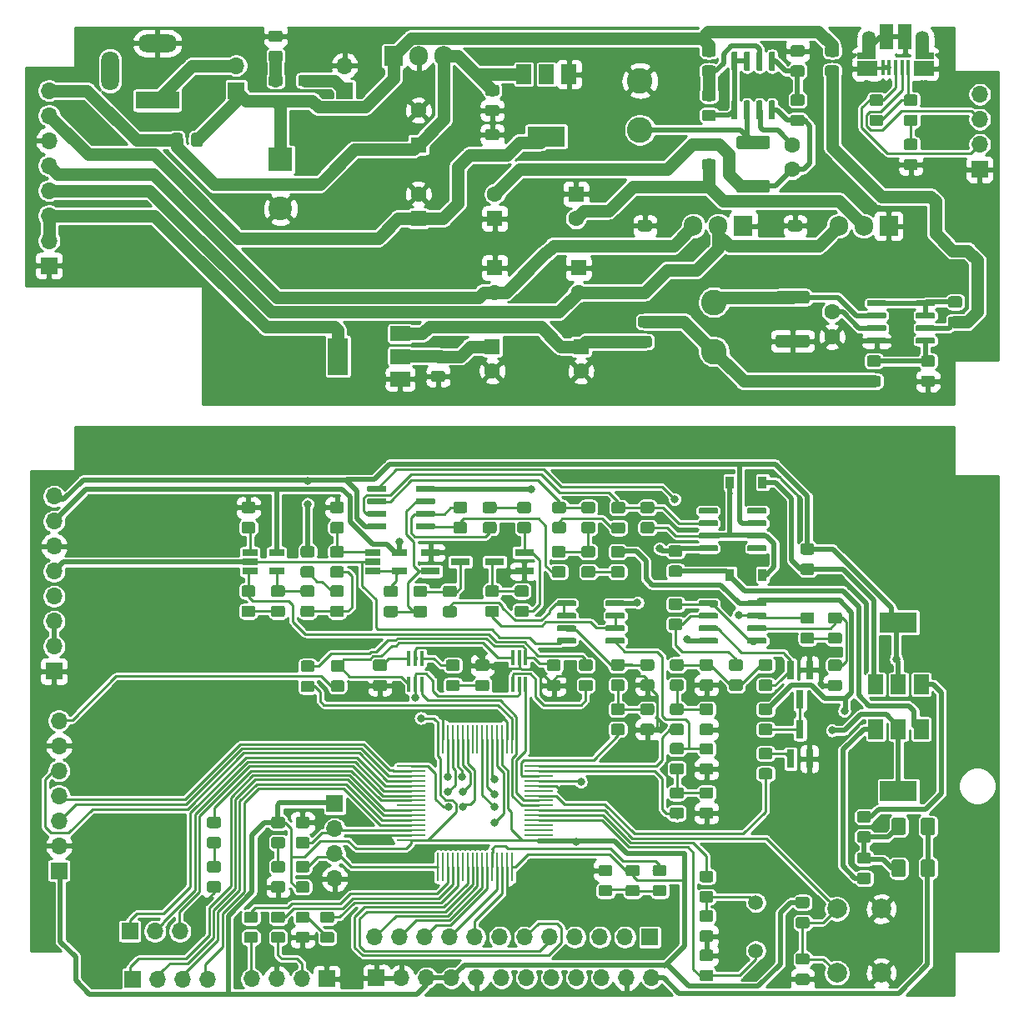
<source format=gbr>
G04 #@! TF.GenerationSoftware,KiCad,Pcbnew,5.1.5-52549c5~84~ubuntu18.04.1*
G04 #@! TF.CreationDate,2020-03-20T10:09:58+00:00*
G04 #@! TF.ProjectId,digiWave,64696769-5761-4766-952e-6b696361645f,rev?*
G04 #@! TF.SameCoordinates,Original*
G04 #@! TF.FileFunction,Copper,L1,Top*
G04 #@! TF.FilePolarity,Positive*
%FSLAX46Y46*%
G04 Gerber Fmt 4.6, Leading zero omitted, Abs format (unit mm)*
G04 Created by KiCad (PCBNEW 5.1.5-52549c5~84~ubuntu18.04.1) date 2020-03-20 10:09:58*
%MOMM*%
%LPD*%
G04 APERTURE LIST*
%ADD10O,1.905000X2.000000*%
%ADD11R,1.905000X2.000000*%
%ADD12R,1.500000X2.000000*%
%ADD13R,3.800000X2.000000*%
%ADD14R,2.000000X1.500000*%
%ADD15R,2.000000X3.800000*%
%ADD16C,0.100000*%
%ADD17C,2.600000*%
%ADD18O,1.700000X1.700000*%
%ADD19R,1.700000X1.700000*%
%ADD20R,1.430000X2.500000*%
%ADD21O,1.350000X1.700000*%
%ADD22O,1.100000X1.500000*%
%ADD23R,0.400000X1.650000*%
%ADD24R,1.825000X0.700000*%
%ADD25R,1.350000X2.000000*%
%ADD26R,4.400000X1.800000*%
%ADD27O,4.000000X1.800000*%
%ADD28O,1.800000X4.000000*%
%ADD29C,1.600000*%
%ADD30R,1.600000X1.600000*%
%ADD31C,2.400000*%
%ADD32R,2.400000X2.400000*%
%ADD33O,0.250000X3.000000*%
%ADD34O,3.000000X0.250000*%
%ADD35R,1.560000X0.650000*%
%ADD36C,1.500000*%
%ADD37R,1.900000X0.800000*%
%ADD38R,0.800000X1.900000*%
%ADD39R,0.400000X1.500000*%
%ADD40C,2.000000*%
%ADD41R,0.900000X1.200000*%
%ADD42C,0.800000*%
%ADD43C,0.250000*%
%ADD44C,0.500000*%
%ADD45C,1.256000*%
%ADD46C,0.254000*%
G04 APERTURE END LIST*
D10*
X182920000Y-71750000D03*
X185460000Y-71750000D03*
D11*
X188000000Y-71750000D03*
D12*
X170300000Y-56350000D03*
X165700000Y-56350000D03*
X168000000Y-56350000D03*
D13*
X168000000Y-62650000D03*
D14*
X153150000Y-87300000D03*
X153150000Y-82700000D03*
X153150000Y-85000000D03*
D15*
X146850000Y-85000000D03*
D10*
X197670000Y-71750000D03*
X200210000Y-71750000D03*
D11*
X202750000Y-71750000D03*
D10*
X157580000Y-54500000D03*
X155040000Y-54500000D03*
D11*
X152500000Y-54500000D03*
G04 #@! TA.AperFunction,SMDPad,CuDef*
D16*
G36*
X207314703Y-79295722D02*
G01*
X207329264Y-79297882D01*
X207343543Y-79301459D01*
X207357403Y-79306418D01*
X207370710Y-79312712D01*
X207383336Y-79320280D01*
X207395159Y-79329048D01*
X207406066Y-79338934D01*
X207415952Y-79349841D01*
X207424720Y-79361664D01*
X207432288Y-79374290D01*
X207438582Y-79387597D01*
X207443541Y-79401457D01*
X207447118Y-79415736D01*
X207449278Y-79430297D01*
X207450000Y-79445000D01*
X207450000Y-79745000D01*
X207449278Y-79759703D01*
X207447118Y-79774264D01*
X207443541Y-79788543D01*
X207438582Y-79802403D01*
X207432288Y-79815710D01*
X207424720Y-79828336D01*
X207415952Y-79840159D01*
X207406066Y-79851066D01*
X207395159Y-79860952D01*
X207383336Y-79869720D01*
X207370710Y-79877288D01*
X207357403Y-79883582D01*
X207343543Y-79888541D01*
X207329264Y-79892118D01*
X207314703Y-79894278D01*
X207300000Y-79895000D01*
X205650000Y-79895000D01*
X205635297Y-79894278D01*
X205620736Y-79892118D01*
X205606457Y-79888541D01*
X205592597Y-79883582D01*
X205579290Y-79877288D01*
X205566664Y-79869720D01*
X205554841Y-79860952D01*
X205543934Y-79851066D01*
X205534048Y-79840159D01*
X205525280Y-79828336D01*
X205517712Y-79815710D01*
X205511418Y-79802403D01*
X205506459Y-79788543D01*
X205502882Y-79774264D01*
X205500722Y-79759703D01*
X205500000Y-79745000D01*
X205500000Y-79445000D01*
X205500722Y-79430297D01*
X205502882Y-79415736D01*
X205506459Y-79401457D01*
X205511418Y-79387597D01*
X205517712Y-79374290D01*
X205525280Y-79361664D01*
X205534048Y-79349841D01*
X205543934Y-79338934D01*
X205554841Y-79329048D01*
X205566664Y-79320280D01*
X205579290Y-79312712D01*
X205592597Y-79306418D01*
X205606457Y-79301459D01*
X205620736Y-79297882D01*
X205635297Y-79295722D01*
X205650000Y-79295000D01*
X207300000Y-79295000D01*
X207314703Y-79295722D01*
G37*
G04 #@! TD.AperFunction*
G04 #@! TA.AperFunction,SMDPad,CuDef*
G36*
X207314703Y-80565722D02*
G01*
X207329264Y-80567882D01*
X207343543Y-80571459D01*
X207357403Y-80576418D01*
X207370710Y-80582712D01*
X207383336Y-80590280D01*
X207395159Y-80599048D01*
X207406066Y-80608934D01*
X207415952Y-80619841D01*
X207424720Y-80631664D01*
X207432288Y-80644290D01*
X207438582Y-80657597D01*
X207443541Y-80671457D01*
X207447118Y-80685736D01*
X207449278Y-80700297D01*
X207450000Y-80715000D01*
X207450000Y-81015000D01*
X207449278Y-81029703D01*
X207447118Y-81044264D01*
X207443541Y-81058543D01*
X207438582Y-81072403D01*
X207432288Y-81085710D01*
X207424720Y-81098336D01*
X207415952Y-81110159D01*
X207406066Y-81121066D01*
X207395159Y-81130952D01*
X207383336Y-81139720D01*
X207370710Y-81147288D01*
X207357403Y-81153582D01*
X207343543Y-81158541D01*
X207329264Y-81162118D01*
X207314703Y-81164278D01*
X207300000Y-81165000D01*
X205650000Y-81165000D01*
X205635297Y-81164278D01*
X205620736Y-81162118D01*
X205606457Y-81158541D01*
X205592597Y-81153582D01*
X205579290Y-81147288D01*
X205566664Y-81139720D01*
X205554841Y-81130952D01*
X205543934Y-81121066D01*
X205534048Y-81110159D01*
X205525280Y-81098336D01*
X205517712Y-81085710D01*
X205511418Y-81072403D01*
X205506459Y-81058543D01*
X205502882Y-81044264D01*
X205500722Y-81029703D01*
X205500000Y-81015000D01*
X205500000Y-80715000D01*
X205500722Y-80700297D01*
X205502882Y-80685736D01*
X205506459Y-80671457D01*
X205511418Y-80657597D01*
X205517712Y-80644290D01*
X205525280Y-80631664D01*
X205534048Y-80619841D01*
X205543934Y-80608934D01*
X205554841Y-80599048D01*
X205566664Y-80590280D01*
X205579290Y-80582712D01*
X205592597Y-80576418D01*
X205606457Y-80571459D01*
X205620736Y-80567882D01*
X205635297Y-80565722D01*
X205650000Y-80565000D01*
X207300000Y-80565000D01*
X207314703Y-80565722D01*
G37*
G04 #@! TD.AperFunction*
G04 #@! TA.AperFunction,SMDPad,CuDef*
G36*
X207314703Y-81835722D02*
G01*
X207329264Y-81837882D01*
X207343543Y-81841459D01*
X207357403Y-81846418D01*
X207370710Y-81852712D01*
X207383336Y-81860280D01*
X207395159Y-81869048D01*
X207406066Y-81878934D01*
X207415952Y-81889841D01*
X207424720Y-81901664D01*
X207432288Y-81914290D01*
X207438582Y-81927597D01*
X207443541Y-81941457D01*
X207447118Y-81955736D01*
X207449278Y-81970297D01*
X207450000Y-81985000D01*
X207450000Y-82285000D01*
X207449278Y-82299703D01*
X207447118Y-82314264D01*
X207443541Y-82328543D01*
X207438582Y-82342403D01*
X207432288Y-82355710D01*
X207424720Y-82368336D01*
X207415952Y-82380159D01*
X207406066Y-82391066D01*
X207395159Y-82400952D01*
X207383336Y-82409720D01*
X207370710Y-82417288D01*
X207357403Y-82423582D01*
X207343543Y-82428541D01*
X207329264Y-82432118D01*
X207314703Y-82434278D01*
X207300000Y-82435000D01*
X205650000Y-82435000D01*
X205635297Y-82434278D01*
X205620736Y-82432118D01*
X205606457Y-82428541D01*
X205592597Y-82423582D01*
X205579290Y-82417288D01*
X205566664Y-82409720D01*
X205554841Y-82400952D01*
X205543934Y-82391066D01*
X205534048Y-82380159D01*
X205525280Y-82368336D01*
X205517712Y-82355710D01*
X205511418Y-82342403D01*
X205506459Y-82328543D01*
X205502882Y-82314264D01*
X205500722Y-82299703D01*
X205500000Y-82285000D01*
X205500000Y-81985000D01*
X205500722Y-81970297D01*
X205502882Y-81955736D01*
X205506459Y-81941457D01*
X205511418Y-81927597D01*
X205517712Y-81914290D01*
X205525280Y-81901664D01*
X205534048Y-81889841D01*
X205543934Y-81878934D01*
X205554841Y-81869048D01*
X205566664Y-81860280D01*
X205579290Y-81852712D01*
X205592597Y-81846418D01*
X205606457Y-81841459D01*
X205620736Y-81837882D01*
X205635297Y-81835722D01*
X205650000Y-81835000D01*
X207300000Y-81835000D01*
X207314703Y-81835722D01*
G37*
G04 #@! TD.AperFunction*
G04 #@! TA.AperFunction,SMDPad,CuDef*
G36*
X207314703Y-83105722D02*
G01*
X207329264Y-83107882D01*
X207343543Y-83111459D01*
X207357403Y-83116418D01*
X207370710Y-83122712D01*
X207383336Y-83130280D01*
X207395159Y-83139048D01*
X207406066Y-83148934D01*
X207415952Y-83159841D01*
X207424720Y-83171664D01*
X207432288Y-83184290D01*
X207438582Y-83197597D01*
X207443541Y-83211457D01*
X207447118Y-83225736D01*
X207449278Y-83240297D01*
X207450000Y-83255000D01*
X207450000Y-83555000D01*
X207449278Y-83569703D01*
X207447118Y-83584264D01*
X207443541Y-83598543D01*
X207438582Y-83612403D01*
X207432288Y-83625710D01*
X207424720Y-83638336D01*
X207415952Y-83650159D01*
X207406066Y-83661066D01*
X207395159Y-83670952D01*
X207383336Y-83679720D01*
X207370710Y-83687288D01*
X207357403Y-83693582D01*
X207343543Y-83698541D01*
X207329264Y-83702118D01*
X207314703Y-83704278D01*
X207300000Y-83705000D01*
X205650000Y-83705000D01*
X205635297Y-83704278D01*
X205620736Y-83702118D01*
X205606457Y-83698541D01*
X205592597Y-83693582D01*
X205579290Y-83687288D01*
X205566664Y-83679720D01*
X205554841Y-83670952D01*
X205543934Y-83661066D01*
X205534048Y-83650159D01*
X205525280Y-83638336D01*
X205517712Y-83625710D01*
X205511418Y-83612403D01*
X205506459Y-83598543D01*
X205502882Y-83584264D01*
X205500722Y-83569703D01*
X205500000Y-83555000D01*
X205500000Y-83255000D01*
X205500722Y-83240297D01*
X205502882Y-83225736D01*
X205506459Y-83211457D01*
X205511418Y-83197597D01*
X205517712Y-83184290D01*
X205525280Y-83171664D01*
X205534048Y-83159841D01*
X205543934Y-83148934D01*
X205554841Y-83139048D01*
X205566664Y-83130280D01*
X205579290Y-83122712D01*
X205592597Y-83116418D01*
X205606457Y-83111459D01*
X205620736Y-83107882D01*
X205635297Y-83105722D01*
X205650000Y-83105000D01*
X207300000Y-83105000D01*
X207314703Y-83105722D01*
G37*
G04 #@! TD.AperFunction*
G04 #@! TA.AperFunction,SMDPad,CuDef*
G36*
X202364703Y-83105722D02*
G01*
X202379264Y-83107882D01*
X202393543Y-83111459D01*
X202407403Y-83116418D01*
X202420710Y-83122712D01*
X202433336Y-83130280D01*
X202445159Y-83139048D01*
X202456066Y-83148934D01*
X202465952Y-83159841D01*
X202474720Y-83171664D01*
X202482288Y-83184290D01*
X202488582Y-83197597D01*
X202493541Y-83211457D01*
X202497118Y-83225736D01*
X202499278Y-83240297D01*
X202500000Y-83255000D01*
X202500000Y-83555000D01*
X202499278Y-83569703D01*
X202497118Y-83584264D01*
X202493541Y-83598543D01*
X202488582Y-83612403D01*
X202482288Y-83625710D01*
X202474720Y-83638336D01*
X202465952Y-83650159D01*
X202456066Y-83661066D01*
X202445159Y-83670952D01*
X202433336Y-83679720D01*
X202420710Y-83687288D01*
X202407403Y-83693582D01*
X202393543Y-83698541D01*
X202379264Y-83702118D01*
X202364703Y-83704278D01*
X202350000Y-83705000D01*
X200700000Y-83705000D01*
X200685297Y-83704278D01*
X200670736Y-83702118D01*
X200656457Y-83698541D01*
X200642597Y-83693582D01*
X200629290Y-83687288D01*
X200616664Y-83679720D01*
X200604841Y-83670952D01*
X200593934Y-83661066D01*
X200584048Y-83650159D01*
X200575280Y-83638336D01*
X200567712Y-83625710D01*
X200561418Y-83612403D01*
X200556459Y-83598543D01*
X200552882Y-83584264D01*
X200550722Y-83569703D01*
X200550000Y-83555000D01*
X200550000Y-83255000D01*
X200550722Y-83240297D01*
X200552882Y-83225736D01*
X200556459Y-83211457D01*
X200561418Y-83197597D01*
X200567712Y-83184290D01*
X200575280Y-83171664D01*
X200584048Y-83159841D01*
X200593934Y-83148934D01*
X200604841Y-83139048D01*
X200616664Y-83130280D01*
X200629290Y-83122712D01*
X200642597Y-83116418D01*
X200656457Y-83111459D01*
X200670736Y-83107882D01*
X200685297Y-83105722D01*
X200700000Y-83105000D01*
X202350000Y-83105000D01*
X202364703Y-83105722D01*
G37*
G04 #@! TD.AperFunction*
G04 #@! TA.AperFunction,SMDPad,CuDef*
G36*
X202364703Y-81835722D02*
G01*
X202379264Y-81837882D01*
X202393543Y-81841459D01*
X202407403Y-81846418D01*
X202420710Y-81852712D01*
X202433336Y-81860280D01*
X202445159Y-81869048D01*
X202456066Y-81878934D01*
X202465952Y-81889841D01*
X202474720Y-81901664D01*
X202482288Y-81914290D01*
X202488582Y-81927597D01*
X202493541Y-81941457D01*
X202497118Y-81955736D01*
X202499278Y-81970297D01*
X202500000Y-81985000D01*
X202500000Y-82285000D01*
X202499278Y-82299703D01*
X202497118Y-82314264D01*
X202493541Y-82328543D01*
X202488582Y-82342403D01*
X202482288Y-82355710D01*
X202474720Y-82368336D01*
X202465952Y-82380159D01*
X202456066Y-82391066D01*
X202445159Y-82400952D01*
X202433336Y-82409720D01*
X202420710Y-82417288D01*
X202407403Y-82423582D01*
X202393543Y-82428541D01*
X202379264Y-82432118D01*
X202364703Y-82434278D01*
X202350000Y-82435000D01*
X200700000Y-82435000D01*
X200685297Y-82434278D01*
X200670736Y-82432118D01*
X200656457Y-82428541D01*
X200642597Y-82423582D01*
X200629290Y-82417288D01*
X200616664Y-82409720D01*
X200604841Y-82400952D01*
X200593934Y-82391066D01*
X200584048Y-82380159D01*
X200575280Y-82368336D01*
X200567712Y-82355710D01*
X200561418Y-82342403D01*
X200556459Y-82328543D01*
X200552882Y-82314264D01*
X200550722Y-82299703D01*
X200550000Y-82285000D01*
X200550000Y-81985000D01*
X200550722Y-81970297D01*
X200552882Y-81955736D01*
X200556459Y-81941457D01*
X200561418Y-81927597D01*
X200567712Y-81914290D01*
X200575280Y-81901664D01*
X200584048Y-81889841D01*
X200593934Y-81878934D01*
X200604841Y-81869048D01*
X200616664Y-81860280D01*
X200629290Y-81852712D01*
X200642597Y-81846418D01*
X200656457Y-81841459D01*
X200670736Y-81837882D01*
X200685297Y-81835722D01*
X200700000Y-81835000D01*
X202350000Y-81835000D01*
X202364703Y-81835722D01*
G37*
G04 #@! TD.AperFunction*
G04 #@! TA.AperFunction,SMDPad,CuDef*
G36*
X202364703Y-80565722D02*
G01*
X202379264Y-80567882D01*
X202393543Y-80571459D01*
X202407403Y-80576418D01*
X202420710Y-80582712D01*
X202433336Y-80590280D01*
X202445159Y-80599048D01*
X202456066Y-80608934D01*
X202465952Y-80619841D01*
X202474720Y-80631664D01*
X202482288Y-80644290D01*
X202488582Y-80657597D01*
X202493541Y-80671457D01*
X202497118Y-80685736D01*
X202499278Y-80700297D01*
X202500000Y-80715000D01*
X202500000Y-81015000D01*
X202499278Y-81029703D01*
X202497118Y-81044264D01*
X202493541Y-81058543D01*
X202488582Y-81072403D01*
X202482288Y-81085710D01*
X202474720Y-81098336D01*
X202465952Y-81110159D01*
X202456066Y-81121066D01*
X202445159Y-81130952D01*
X202433336Y-81139720D01*
X202420710Y-81147288D01*
X202407403Y-81153582D01*
X202393543Y-81158541D01*
X202379264Y-81162118D01*
X202364703Y-81164278D01*
X202350000Y-81165000D01*
X200700000Y-81165000D01*
X200685297Y-81164278D01*
X200670736Y-81162118D01*
X200656457Y-81158541D01*
X200642597Y-81153582D01*
X200629290Y-81147288D01*
X200616664Y-81139720D01*
X200604841Y-81130952D01*
X200593934Y-81121066D01*
X200584048Y-81110159D01*
X200575280Y-81098336D01*
X200567712Y-81085710D01*
X200561418Y-81072403D01*
X200556459Y-81058543D01*
X200552882Y-81044264D01*
X200550722Y-81029703D01*
X200550000Y-81015000D01*
X200550000Y-80715000D01*
X200550722Y-80700297D01*
X200552882Y-80685736D01*
X200556459Y-80671457D01*
X200561418Y-80657597D01*
X200567712Y-80644290D01*
X200575280Y-80631664D01*
X200584048Y-80619841D01*
X200593934Y-80608934D01*
X200604841Y-80599048D01*
X200616664Y-80590280D01*
X200629290Y-80582712D01*
X200642597Y-80576418D01*
X200656457Y-80571459D01*
X200670736Y-80567882D01*
X200685297Y-80565722D01*
X200700000Y-80565000D01*
X202350000Y-80565000D01*
X202364703Y-80565722D01*
G37*
G04 #@! TD.AperFunction*
G04 #@! TA.AperFunction,SMDPad,CuDef*
G36*
X202364703Y-79295722D02*
G01*
X202379264Y-79297882D01*
X202393543Y-79301459D01*
X202407403Y-79306418D01*
X202420710Y-79312712D01*
X202433336Y-79320280D01*
X202445159Y-79329048D01*
X202456066Y-79338934D01*
X202465952Y-79349841D01*
X202474720Y-79361664D01*
X202482288Y-79374290D01*
X202488582Y-79387597D01*
X202493541Y-79401457D01*
X202497118Y-79415736D01*
X202499278Y-79430297D01*
X202500000Y-79445000D01*
X202500000Y-79745000D01*
X202499278Y-79759703D01*
X202497118Y-79774264D01*
X202493541Y-79788543D01*
X202488582Y-79802403D01*
X202482288Y-79815710D01*
X202474720Y-79828336D01*
X202465952Y-79840159D01*
X202456066Y-79851066D01*
X202445159Y-79860952D01*
X202433336Y-79869720D01*
X202420710Y-79877288D01*
X202407403Y-79883582D01*
X202393543Y-79888541D01*
X202379264Y-79892118D01*
X202364703Y-79894278D01*
X202350000Y-79895000D01*
X200700000Y-79895000D01*
X200685297Y-79894278D01*
X200670736Y-79892118D01*
X200656457Y-79888541D01*
X200642597Y-79883582D01*
X200629290Y-79877288D01*
X200616664Y-79869720D01*
X200604841Y-79860952D01*
X200593934Y-79851066D01*
X200584048Y-79840159D01*
X200575280Y-79828336D01*
X200567712Y-79815710D01*
X200561418Y-79802403D01*
X200556459Y-79788543D01*
X200552882Y-79774264D01*
X200550722Y-79759703D01*
X200550000Y-79745000D01*
X200550000Y-79445000D01*
X200550722Y-79430297D01*
X200552882Y-79415736D01*
X200556459Y-79401457D01*
X200561418Y-79387597D01*
X200567712Y-79374290D01*
X200575280Y-79361664D01*
X200584048Y-79349841D01*
X200593934Y-79338934D01*
X200604841Y-79329048D01*
X200616664Y-79320280D01*
X200629290Y-79312712D01*
X200642597Y-79306418D01*
X200656457Y-79301459D01*
X200670736Y-79297882D01*
X200685297Y-79295722D01*
X200700000Y-79295000D01*
X202350000Y-79295000D01*
X202364703Y-79295722D01*
G37*
G04 #@! TD.AperFunction*
G04 #@! TA.AperFunction,SMDPad,CuDef*
G36*
X187259703Y-54050722D02*
G01*
X187274264Y-54052882D01*
X187288543Y-54056459D01*
X187302403Y-54061418D01*
X187315710Y-54067712D01*
X187328336Y-54075280D01*
X187340159Y-54084048D01*
X187351066Y-54093934D01*
X187360952Y-54104841D01*
X187369720Y-54116664D01*
X187377288Y-54129290D01*
X187383582Y-54142597D01*
X187388541Y-54156457D01*
X187392118Y-54170736D01*
X187394278Y-54185297D01*
X187395000Y-54200000D01*
X187395000Y-55850000D01*
X187394278Y-55864703D01*
X187392118Y-55879264D01*
X187388541Y-55893543D01*
X187383582Y-55907403D01*
X187377288Y-55920710D01*
X187369720Y-55933336D01*
X187360952Y-55945159D01*
X187351066Y-55956066D01*
X187340159Y-55965952D01*
X187328336Y-55974720D01*
X187315710Y-55982288D01*
X187302403Y-55988582D01*
X187288543Y-55993541D01*
X187274264Y-55997118D01*
X187259703Y-55999278D01*
X187245000Y-56000000D01*
X186945000Y-56000000D01*
X186930297Y-55999278D01*
X186915736Y-55997118D01*
X186901457Y-55993541D01*
X186887597Y-55988582D01*
X186874290Y-55982288D01*
X186861664Y-55974720D01*
X186849841Y-55965952D01*
X186838934Y-55956066D01*
X186829048Y-55945159D01*
X186820280Y-55933336D01*
X186812712Y-55920710D01*
X186806418Y-55907403D01*
X186801459Y-55893543D01*
X186797882Y-55879264D01*
X186795722Y-55864703D01*
X186795000Y-55850000D01*
X186795000Y-54200000D01*
X186795722Y-54185297D01*
X186797882Y-54170736D01*
X186801459Y-54156457D01*
X186806418Y-54142597D01*
X186812712Y-54129290D01*
X186820280Y-54116664D01*
X186829048Y-54104841D01*
X186838934Y-54093934D01*
X186849841Y-54084048D01*
X186861664Y-54075280D01*
X186874290Y-54067712D01*
X186887597Y-54061418D01*
X186901457Y-54056459D01*
X186915736Y-54052882D01*
X186930297Y-54050722D01*
X186945000Y-54050000D01*
X187245000Y-54050000D01*
X187259703Y-54050722D01*
G37*
G04 #@! TD.AperFunction*
G04 #@! TA.AperFunction,SMDPad,CuDef*
G36*
X188529703Y-54050722D02*
G01*
X188544264Y-54052882D01*
X188558543Y-54056459D01*
X188572403Y-54061418D01*
X188585710Y-54067712D01*
X188598336Y-54075280D01*
X188610159Y-54084048D01*
X188621066Y-54093934D01*
X188630952Y-54104841D01*
X188639720Y-54116664D01*
X188647288Y-54129290D01*
X188653582Y-54142597D01*
X188658541Y-54156457D01*
X188662118Y-54170736D01*
X188664278Y-54185297D01*
X188665000Y-54200000D01*
X188665000Y-55850000D01*
X188664278Y-55864703D01*
X188662118Y-55879264D01*
X188658541Y-55893543D01*
X188653582Y-55907403D01*
X188647288Y-55920710D01*
X188639720Y-55933336D01*
X188630952Y-55945159D01*
X188621066Y-55956066D01*
X188610159Y-55965952D01*
X188598336Y-55974720D01*
X188585710Y-55982288D01*
X188572403Y-55988582D01*
X188558543Y-55993541D01*
X188544264Y-55997118D01*
X188529703Y-55999278D01*
X188515000Y-56000000D01*
X188215000Y-56000000D01*
X188200297Y-55999278D01*
X188185736Y-55997118D01*
X188171457Y-55993541D01*
X188157597Y-55988582D01*
X188144290Y-55982288D01*
X188131664Y-55974720D01*
X188119841Y-55965952D01*
X188108934Y-55956066D01*
X188099048Y-55945159D01*
X188090280Y-55933336D01*
X188082712Y-55920710D01*
X188076418Y-55907403D01*
X188071459Y-55893543D01*
X188067882Y-55879264D01*
X188065722Y-55864703D01*
X188065000Y-55850000D01*
X188065000Y-54200000D01*
X188065722Y-54185297D01*
X188067882Y-54170736D01*
X188071459Y-54156457D01*
X188076418Y-54142597D01*
X188082712Y-54129290D01*
X188090280Y-54116664D01*
X188099048Y-54104841D01*
X188108934Y-54093934D01*
X188119841Y-54084048D01*
X188131664Y-54075280D01*
X188144290Y-54067712D01*
X188157597Y-54061418D01*
X188171457Y-54056459D01*
X188185736Y-54052882D01*
X188200297Y-54050722D01*
X188215000Y-54050000D01*
X188515000Y-54050000D01*
X188529703Y-54050722D01*
G37*
G04 #@! TD.AperFunction*
G04 #@! TA.AperFunction,SMDPad,CuDef*
G36*
X189799703Y-54050722D02*
G01*
X189814264Y-54052882D01*
X189828543Y-54056459D01*
X189842403Y-54061418D01*
X189855710Y-54067712D01*
X189868336Y-54075280D01*
X189880159Y-54084048D01*
X189891066Y-54093934D01*
X189900952Y-54104841D01*
X189909720Y-54116664D01*
X189917288Y-54129290D01*
X189923582Y-54142597D01*
X189928541Y-54156457D01*
X189932118Y-54170736D01*
X189934278Y-54185297D01*
X189935000Y-54200000D01*
X189935000Y-55850000D01*
X189934278Y-55864703D01*
X189932118Y-55879264D01*
X189928541Y-55893543D01*
X189923582Y-55907403D01*
X189917288Y-55920710D01*
X189909720Y-55933336D01*
X189900952Y-55945159D01*
X189891066Y-55956066D01*
X189880159Y-55965952D01*
X189868336Y-55974720D01*
X189855710Y-55982288D01*
X189842403Y-55988582D01*
X189828543Y-55993541D01*
X189814264Y-55997118D01*
X189799703Y-55999278D01*
X189785000Y-56000000D01*
X189485000Y-56000000D01*
X189470297Y-55999278D01*
X189455736Y-55997118D01*
X189441457Y-55993541D01*
X189427597Y-55988582D01*
X189414290Y-55982288D01*
X189401664Y-55974720D01*
X189389841Y-55965952D01*
X189378934Y-55956066D01*
X189369048Y-55945159D01*
X189360280Y-55933336D01*
X189352712Y-55920710D01*
X189346418Y-55907403D01*
X189341459Y-55893543D01*
X189337882Y-55879264D01*
X189335722Y-55864703D01*
X189335000Y-55850000D01*
X189335000Y-54200000D01*
X189335722Y-54185297D01*
X189337882Y-54170736D01*
X189341459Y-54156457D01*
X189346418Y-54142597D01*
X189352712Y-54129290D01*
X189360280Y-54116664D01*
X189369048Y-54104841D01*
X189378934Y-54093934D01*
X189389841Y-54084048D01*
X189401664Y-54075280D01*
X189414290Y-54067712D01*
X189427597Y-54061418D01*
X189441457Y-54056459D01*
X189455736Y-54052882D01*
X189470297Y-54050722D01*
X189485000Y-54050000D01*
X189785000Y-54050000D01*
X189799703Y-54050722D01*
G37*
G04 #@! TD.AperFunction*
G04 #@! TA.AperFunction,SMDPad,CuDef*
G36*
X191069703Y-54050722D02*
G01*
X191084264Y-54052882D01*
X191098543Y-54056459D01*
X191112403Y-54061418D01*
X191125710Y-54067712D01*
X191138336Y-54075280D01*
X191150159Y-54084048D01*
X191161066Y-54093934D01*
X191170952Y-54104841D01*
X191179720Y-54116664D01*
X191187288Y-54129290D01*
X191193582Y-54142597D01*
X191198541Y-54156457D01*
X191202118Y-54170736D01*
X191204278Y-54185297D01*
X191205000Y-54200000D01*
X191205000Y-55850000D01*
X191204278Y-55864703D01*
X191202118Y-55879264D01*
X191198541Y-55893543D01*
X191193582Y-55907403D01*
X191187288Y-55920710D01*
X191179720Y-55933336D01*
X191170952Y-55945159D01*
X191161066Y-55956066D01*
X191150159Y-55965952D01*
X191138336Y-55974720D01*
X191125710Y-55982288D01*
X191112403Y-55988582D01*
X191098543Y-55993541D01*
X191084264Y-55997118D01*
X191069703Y-55999278D01*
X191055000Y-56000000D01*
X190755000Y-56000000D01*
X190740297Y-55999278D01*
X190725736Y-55997118D01*
X190711457Y-55993541D01*
X190697597Y-55988582D01*
X190684290Y-55982288D01*
X190671664Y-55974720D01*
X190659841Y-55965952D01*
X190648934Y-55956066D01*
X190639048Y-55945159D01*
X190630280Y-55933336D01*
X190622712Y-55920710D01*
X190616418Y-55907403D01*
X190611459Y-55893543D01*
X190607882Y-55879264D01*
X190605722Y-55864703D01*
X190605000Y-55850000D01*
X190605000Y-54200000D01*
X190605722Y-54185297D01*
X190607882Y-54170736D01*
X190611459Y-54156457D01*
X190616418Y-54142597D01*
X190622712Y-54129290D01*
X190630280Y-54116664D01*
X190639048Y-54104841D01*
X190648934Y-54093934D01*
X190659841Y-54084048D01*
X190671664Y-54075280D01*
X190684290Y-54067712D01*
X190697597Y-54061418D01*
X190711457Y-54056459D01*
X190725736Y-54052882D01*
X190740297Y-54050722D01*
X190755000Y-54050000D01*
X191055000Y-54050000D01*
X191069703Y-54050722D01*
G37*
G04 #@! TD.AperFunction*
G04 #@! TA.AperFunction,SMDPad,CuDef*
G36*
X191069703Y-59000722D02*
G01*
X191084264Y-59002882D01*
X191098543Y-59006459D01*
X191112403Y-59011418D01*
X191125710Y-59017712D01*
X191138336Y-59025280D01*
X191150159Y-59034048D01*
X191161066Y-59043934D01*
X191170952Y-59054841D01*
X191179720Y-59066664D01*
X191187288Y-59079290D01*
X191193582Y-59092597D01*
X191198541Y-59106457D01*
X191202118Y-59120736D01*
X191204278Y-59135297D01*
X191205000Y-59150000D01*
X191205000Y-60800000D01*
X191204278Y-60814703D01*
X191202118Y-60829264D01*
X191198541Y-60843543D01*
X191193582Y-60857403D01*
X191187288Y-60870710D01*
X191179720Y-60883336D01*
X191170952Y-60895159D01*
X191161066Y-60906066D01*
X191150159Y-60915952D01*
X191138336Y-60924720D01*
X191125710Y-60932288D01*
X191112403Y-60938582D01*
X191098543Y-60943541D01*
X191084264Y-60947118D01*
X191069703Y-60949278D01*
X191055000Y-60950000D01*
X190755000Y-60950000D01*
X190740297Y-60949278D01*
X190725736Y-60947118D01*
X190711457Y-60943541D01*
X190697597Y-60938582D01*
X190684290Y-60932288D01*
X190671664Y-60924720D01*
X190659841Y-60915952D01*
X190648934Y-60906066D01*
X190639048Y-60895159D01*
X190630280Y-60883336D01*
X190622712Y-60870710D01*
X190616418Y-60857403D01*
X190611459Y-60843543D01*
X190607882Y-60829264D01*
X190605722Y-60814703D01*
X190605000Y-60800000D01*
X190605000Y-59150000D01*
X190605722Y-59135297D01*
X190607882Y-59120736D01*
X190611459Y-59106457D01*
X190616418Y-59092597D01*
X190622712Y-59079290D01*
X190630280Y-59066664D01*
X190639048Y-59054841D01*
X190648934Y-59043934D01*
X190659841Y-59034048D01*
X190671664Y-59025280D01*
X190684290Y-59017712D01*
X190697597Y-59011418D01*
X190711457Y-59006459D01*
X190725736Y-59002882D01*
X190740297Y-59000722D01*
X190755000Y-59000000D01*
X191055000Y-59000000D01*
X191069703Y-59000722D01*
G37*
G04 #@! TD.AperFunction*
G04 #@! TA.AperFunction,SMDPad,CuDef*
G36*
X189799703Y-59000722D02*
G01*
X189814264Y-59002882D01*
X189828543Y-59006459D01*
X189842403Y-59011418D01*
X189855710Y-59017712D01*
X189868336Y-59025280D01*
X189880159Y-59034048D01*
X189891066Y-59043934D01*
X189900952Y-59054841D01*
X189909720Y-59066664D01*
X189917288Y-59079290D01*
X189923582Y-59092597D01*
X189928541Y-59106457D01*
X189932118Y-59120736D01*
X189934278Y-59135297D01*
X189935000Y-59150000D01*
X189935000Y-60800000D01*
X189934278Y-60814703D01*
X189932118Y-60829264D01*
X189928541Y-60843543D01*
X189923582Y-60857403D01*
X189917288Y-60870710D01*
X189909720Y-60883336D01*
X189900952Y-60895159D01*
X189891066Y-60906066D01*
X189880159Y-60915952D01*
X189868336Y-60924720D01*
X189855710Y-60932288D01*
X189842403Y-60938582D01*
X189828543Y-60943541D01*
X189814264Y-60947118D01*
X189799703Y-60949278D01*
X189785000Y-60950000D01*
X189485000Y-60950000D01*
X189470297Y-60949278D01*
X189455736Y-60947118D01*
X189441457Y-60943541D01*
X189427597Y-60938582D01*
X189414290Y-60932288D01*
X189401664Y-60924720D01*
X189389841Y-60915952D01*
X189378934Y-60906066D01*
X189369048Y-60895159D01*
X189360280Y-60883336D01*
X189352712Y-60870710D01*
X189346418Y-60857403D01*
X189341459Y-60843543D01*
X189337882Y-60829264D01*
X189335722Y-60814703D01*
X189335000Y-60800000D01*
X189335000Y-59150000D01*
X189335722Y-59135297D01*
X189337882Y-59120736D01*
X189341459Y-59106457D01*
X189346418Y-59092597D01*
X189352712Y-59079290D01*
X189360280Y-59066664D01*
X189369048Y-59054841D01*
X189378934Y-59043934D01*
X189389841Y-59034048D01*
X189401664Y-59025280D01*
X189414290Y-59017712D01*
X189427597Y-59011418D01*
X189441457Y-59006459D01*
X189455736Y-59002882D01*
X189470297Y-59000722D01*
X189485000Y-59000000D01*
X189785000Y-59000000D01*
X189799703Y-59000722D01*
G37*
G04 #@! TD.AperFunction*
G04 #@! TA.AperFunction,SMDPad,CuDef*
G36*
X188529703Y-59000722D02*
G01*
X188544264Y-59002882D01*
X188558543Y-59006459D01*
X188572403Y-59011418D01*
X188585710Y-59017712D01*
X188598336Y-59025280D01*
X188610159Y-59034048D01*
X188621066Y-59043934D01*
X188630952Y-59054841D01*
X188639720Y-59066664D01*
X188647288Y-59079290D01*
X188653582Y-59092597D01*
X188658541Y-59106457D01*
X188662118Y-59120736D01*
X188664278Y-59135297D01*
X188665000Y-59150000D01*
X188665000Y-60800000D01*
X188664278Y-60814703D01*
X188662118Y-60829264D01*
X188658541Y-60843543D01*
X188653582Y-60857403D01*
X188647288Y-60870710D01*
X188639720Y-60883336D01*
X188630952Y-60895159D01*
X188621066Y-60906066D01*
X188610159Y-60915952D01*
X188598336Y-60924720D01*
X188585710Y-60932288D01*
X188572403Y-60938582D01*
X188558543Y-60943541D01*
X188544264Y-60947118D01*
X188529703Y-60949278D01*
X188515000Y-60950000D01*
X188215000Y-60950000D01*
X188200297Y-60949278D01*
X188185736Y-60947118D01*
X188171457Y-60943541D01*
X188157597Y-60938582D01*
X188144290Y-60932288D01*
X188131664Y-60924720D01*
X188119841Y-60915952D01*
X188108934Y-60906066D01*
X188099048Y-60895159D01*
X188090280Y-60883336D01*
X188082712Y-60870710D01*
X188076418Y-60857403D01*
X188071459Y-60843543D01*
X188067882Y-60829264D01*
X188065722Y-60814703D01*
X188065000Y-60800000D01*
X188065000Y-59150000D01*
X188065722Y-59135297D01*
X188067882Y-59120736D01*
X188071459Y-59106457D01*
X188076418Y-59092597D01*
X188082712Y-59079290D01*
X188090280Y-59066664D01*
X188099048Y-59054841D01*
X188108934Y-59043934D01*
X188119841Y-59034048D01*
X188131664Y-59025280D01*
X188144290Y-59017712D01*
X188157597Y-59011418D01*
X188171457Y-59006459D01*
X188185736Y-59002882D01*
X188200297Y-59000722D01*
X188215000Y-59000000D01*
X188515000Y-59000000D01*
X188529703Y-59000722D01*
G37*
G04 #@! TD.AperFunction*
G04 #@! TA.AperFunction,SMDPad,CuDef*
G36*
X187259703Y-59000722D02*
G01*
X187274264Y-59002882D01*
X187288543Y-59006459D01*
X187302403Y-59011418D01*
X187315710Y-59017712D01*
X187328336Y-59025280D01*
X187340159Y-59034048D01*
X187351066Y-59043934D01*
X187360952Y-59054841D01*
X187369720Y-59066664D01*
X187377288Y-59079290D01*
X187383582Y-59092597D01*
X187388541Y-59106457D01*
X187392118Y-59120736D01*
X187394278Y-59135297D01*
X187395000Y-59150000D01*
X187395000Y-60800000D01*
X187394278Y-60814703D01*
X187392118Y-60829264D01*
X187388541Y-60843543D01*
X187383582Y-60857403D01*
X187377288Y-60870710D01*
X187369720Y-60883336D01*
X187360952Y-60895159D01*
X187351066Y-60906066D01*
X187340159Y-60915952D01*
X187328336Y-60924720D01*
X187315710Y-60932288D01*
X187302403Y-60938582D01*
X187288543Y-60943541D01*
X187274264Y-60947118D01*
X187259703Y-60949278D01*
X187245000Y-60950000D01*
X186945000Y-60950000D01*
X186930297Y-60949278D01*
X186915736Y-60947118D01*
X186901457Y-60943541D01*
X186887597Y-60938582D01*
X186874290Y-60932288D01*
X186861664Y-60924720D01*
X186849841Y-60915952D01*
X186838934Y-60906066D01*
X186829048Y-60895159D01*
X186820280Y-60883336D01*
X186812712Y-60870710D01*
X186806418Y-60857403D01*
X186801459Y-60843543D01*
X186797882Y-60829264D01*
X186795722Y-60814703D01*
X186795000Y-60800000D01*
X186795000Y-59150000D01*
X186795722Y-59135297D01*
X186797882Y-59120736D01*
X186801459Y-59106457D01*
X186806418Y-59092597D01*
X186812712Y-59079290D01*
X186820280Y-59066664D01*
X186829048Y-59054841D01*
X186838934Y-59043934D01*
X186849841Y-59034048D01*
X186861664Y-59025280D01*
X186874290Y-59017712D01*
X186887597Y-59011418D01*
X186901457Y-59006459D01*
X186915736Y-59002882D01*
X186930297Y-59000722D01*
X186945000Y-59000000D01*
X187245000Y-59000000D01*
X187259703Y-59000722D01*
G37*
G04 #@! TD.AperFunction*
G04 #@! TA.AperFunction,SMDPad,CuDef*
G36*
X205474505Y-58401204D02*
G01*
X205498773Y-58404804D01*
X205522572Y-58410765D01*
X205545671Y-58419030D01*
X205567850Y-58429520D01*
X205588893Y-58442132D01*
X205608599Y-58456747D01*
X205626777Y-58473223D01*
X205643253Y-58491401D01*
X205657868Y-58511107D01*
X205670480Y-58532150D01*
X205680970Y-58554329D01*
X205689235Y-58577428D01*
X205695196Y-58601227D01*
X205698796Y-58625495D01*
X205700000Y-58649999D01*
X205700000Y-59300001D01*
X205698796Y-59324505D01*
X205695196Y-59348773D01*
X205689235Y-59372572D01*
X205680970Y-59395671D01*
X205670480Y-59417850D01*
X205657868Y-59438893D01*
X205643253Y-59458599D01*
X205626777Y-59476777D01*
X205608599Y-59493253D01*
X205588893Y-59507868D01*
X205567850Y-59520480D01*
X205545671Y-59530970D01*
X205522572Y-59539235D01*
X205498773Y-59545196D01*
X205474505Y-59548796D01*
X205450001Y-59550000D01*
X204549999Y-59550000D01*
X204525495Y-59548796D01*
X204501227Y-59545196D01*
X204477428Y-59539235D01*
X204454329Y-59530970D01*
X204432150Y-59520480D01*
X204411107Y-59507868D01*
X204391401Y-59493253D01*
X204373223Y-59476777D01*
X204356747Y-59458599D01*
X204342132Y-59438893D01*
X204329520Y-59417850D01*
X204319030Y-59395671D01*
X204310765Y-59372572D01*
X204304804Y-59348773D01*
X204301204Y-59324505D01*
X204300000Y-59300001D01*
X204300000Y-58649999D01*
X204301204Y-58625495D01*
X204304804Y-58601227D01*
X204310765Y-58577428D01*
X204319030Y-58554329D01*
X204329520Y-58532150D01*
X204342132Y-58511107D01*
X204356747Y-58491401D01*
X204373223Y-58473223D01*
X204391401Y-58456747D01*
X204411107Y-58442132D01*
X204432150Y-58429520D01*
X204454329Y-58419030D01*
X204477428Y-58410765D01*
X204501227Y-58404804D01*
X204525495Y-58401204D01*
X204549999Y-58400000D01*
X205450001Y-58400000D01*
X205474505Y-58401204D01*
G37*
G04 #@! TD.AperFunction*
G04 #@! TA.AperFunction,SMDPad,CuDef*
G36*
X205474505Y-60451204D02*
G01*
X205498773Y-60454804D01*
X205522572Y-60460765D01*
X205545671Y-60469030D01*
X205567850Y-60479520D01*
X205588893Y-60492132D01*
X205608599Y-60506747D01*
X205626777Y-60523223D01*
X205643253Y-60541401D01*
X205657868Y-60561107D01*
X205670480Y-60582150D01*
X205680970Y-60604329D01*
X205689235Y-60627428D01*
X205695196Y-60651227D01*
X205698796Y-60675495D01*
X205700000Y-60699999D01*
X205700000Y-61350001D01*
X205698796Y-61374505D01*
X205695196Y-61398773D01*
X205689235Y-61422572D01*
X205680970Y-61445671D01*
X205670480Y-61467850D01*
X205657868Y-61488893D01*
X205643253Y-61508599D01*
X205626777Y-61526777D01*
X205608599Y-61543253D01*
X205588893Y-61557868D01*
X205567850Y-61570480D01*
X205545671Y-61580970D01*
X205522572Y-61589235D01*
X205498773Y-61595196D01*
X205474505Y-61598796D01*
X205450001Y-61600000D01*
X204549999Y-61600000D01*
X204525495Y-61598796D01*
X204501227Y-61595196D01*
X204477428Y-61589235D01*
X204454329Y-61580970D01*
X204432150Y-61570480D01*
X204411107Y-61557868D01*
X204391401Y-61543253D01*
X204373223Y-61526777D01*
X204356747Y-61508599D01*
X204342132Y-61488893D01*
X204329520Y-61467850D01*
X204319030Y-61445671D01*
X204310765Y-61422572D01*
X204304804Y-61398773D01*
X204301204Y-61374505D01*
X204300000Y-61350001D01*
X204300000Y-60699999D01*
X204301204Y-60675495D01*
X204304804Y-60651227D01*
X204310765Y-60627428D01*
X204319030Y-60604329D01*
X204329520Y-60582150D01*
X204342132Y-60561107D01*
X204356747Y-60541401D01*
X204373223Y-60523223D01*
X204391401Y-60506747D01*
X204411107Y-60492132D01*
X204432150Y-60479520D01*
X204454329Y-60469030D01*
X204477428Y-60460765D01*
X204501227Y-60454804D01*
X204525495Y-60451204D01*
X204549999Y-60450000D01*
X205450001Y-60450000D01*
X205474505Y-60451204D01*
G37*
G04 #@! TD.AperFunction*
G04 #@! TA.AperFunction,SMDPad,CuDef*
G36*
X201974505Y-60451204D02*
G01*
X201998773Y-60454804D01*
X202022572Y-60460765D01*
X202045671Y-60469030D01*
X202067850Y-60479520D01*
X202088893Y-60492132D01*
X202108599Y-60506747D01*
X202126777Y-60523223D01*
X202143253Y-60541401D01*
X202157868Y-60561107D01*
X202170480Y-60582150D01*
X202180970Y-60604329D01*
X202189235Y-60627428D01*
X202195196Y-60651227D01*
X202198796Y-60675495D01*
X202200000Y-60699999D01*
X202200000Y-61350001D01*
X202198796Y-61374505D01*
X202195196Y-61398773D01*
X202189235Y-61422572D01*
X202180970Y-61445671D01*
X202170480Y-61467850D01*
X202157868Y-61488893D01*
X202143253Y-61508599D01*
X202126777Y-61526777D01*
X202108599Y-61543253D01*
X202088893Y-61557868D01*
X202067850Y-61570480D01*
X202045671Y-61580970D01*
X202022572Y-61589235D01*
X201998773Y-61595196D01*
X201974505Y-61598796D01*
X201950001Y-61600000D01*
X201049999Y-61600000D01*
X201025495Y-61598796D01*
X201001227Y-61595196D01*
X200977428Y-61589235D01*
X200954329Y-61580970D01*
X200932150Y-61570480D01*
X200911107Y-61557868D01*
X200891401Y-61543253D01*
X200873223Y-61526777D01*
X200856747Y-61508599D01*
X200842132Y-61488893D01*
X200829520Y-61467850D01*
X200819030Y-61445671D01*
X200810765Y-61422572D01*
X200804804Y-61398773D01*
X200801204Y-61374505D01*
X200800000Y-61350001D01*
X200800000Y-60699999D01*
X200801204Y-60675495D01*
X200804804Y-60651227D01*
X200810765Y-60627428D01*
X200819030Y-60604329D01*
X200829520Y-60582150D01*
X200842132Y-60561107D01*
X200856747Y-60541401D01*
X200873223Y-60523223D01*
X200891401Y-60506747D01*
X200911107Y-60492132D01*
X200932150Y-60479520D01*
X200954329Y-60469030D01*
X200977428Y-60460765D01*
X201001227Y-60454804D01*
X201025495Y-60451204D01*
X201049999Y-60450000D01*
X201950001Y-60450000D01*
X201974505Y-60451204D01*
G37*
G04 #@! TD.AperFunction*
G04 #@! TA.AperFunction,SMDPad,CuDef*
G36*
X201974505Y-58401204D02*
G01*
X201998773Y-58404804D01*
X202022572Y-58410765D01*
X202045671Y-58419030D01*
X202067850Y-58429520D01*
X202088893Y-58442132D01*
X202108599Y-58456747D01*
X202126777Y-58473223D01*
X202143253Y-58491401D01*
X202157868Y-58511107D01*
X202170480Y-58532150D01*
X202180970Y-58554329D01*
X202189235Y-58577428D01*
X202195196Y-58601227D01*
X202198796Y-58625495D01*
X202200000Y-58649999D01*
X202200000Y-59300001D01*
X202198796Y-59324505D01*
X202195196Y-59348773D01*
X202189235Y-59372572D01*
X202180970Y-59395671D01*
X202170480Y-59417850D01*
X202157868Y-59438893D01*
X202143253Y-59458599D01*
X202126777Y-59476777D01*
X202108599Y-59493253D01*
X202088893Y-59507868D01*
X202067850Y-59520480D01*
X202045671Y-59530970D01*
X202022572Y-59539235D01*
X201998773Y-59545196D01*
X201974505Y-59548796D01*
X201950001Y-59550000D01*
X201049999Y-59550000D01*
X201025495Y-59548796D01*
X201001227Y-59545196D01*
X200977428Y-59539235D01*
X200954329Y-59530970D01*
X200932150Y-59520480D01*
X200911107Y-59507868D01*
X200891401Y-59493253D01*
X200873223Y-59476777D01*
X200856747Y-59458599D01*
X200842132Y-59438893D01*
X200829520Y-59417850D01*
X200819030Y-59395671D01*
X200810765Y-59372572D01*
X200804804Y-59348773D01*
X200801204Y-59324505D01*
X200800000Y-59300001D01*
X200800000Y-58649999D01*
X200801204Y-58625495D01*
X200804804Y-58601227D01*
X200810765Y-58577428D01*
X200819030Y-58554329D01*
X200829520Y-58532150D01*
X200842132Y-58511107D01*
X200856747Y-58491401D01*
X200873223Y-58473223D01*
X200891401Y-58456747D01*
X200911107Y-58442132D01*
X200932150Y-58429520D01*
X200954329Y-58419030D01*
X200977428Y-58410765D01*
X201001227Y-58404804D01*
X201025495Y-58401204D01*
X201049999Y-58400000D01*
X201950001Y-58400000D01*
X201974505Y-58401204D01*
G37*
G04 #@! TD.AperFunction*
G04 #@! TA.AperFunction,SMDPad,CuDef*
G36*
X132874505Y-62301204D02*
G01*
X132898773Y-62304804D01*
X132922572Y-62310765D01*
X132945671Y-62319030D01*
X132967850Y-62329520D01*
X132988893Y-62342132D01*
X133008599Y-62356747D01*
X133026777Y-62373223D01*
X133043253Y-62391401D01*
X133057868Y-62411107D01*
X133070480Y-62432150D01*
X133080970Y-62454329D01*
X133089235Y-62477428D01*
X133095196Y-62501227D01*
X133098796Y-62525495D01*
X133100000Y-62549999D01*
X133100000Y-63450001D01*
X133098796Y-63474505D01*
X133095196Y-63498773D01*
X133089235Y-63522572D01*
X133080970Y-63545671D01*
X133070480Y-63567850D01*
X133057868Y-63588893D01*
X133043253Y-63608599D01*
X133026777Y-63626777D01*
X133008599Y-63643253D01*
X132988893Y-63657868D01*
X132967850Y-63670480D01*
X132945671Y-63680970D01*
X132922572Y-63689235D01*
X132898773Y-63695196D01*
X132874505Y-63698796D01*
X132850001Y-63700000D01*
X132199999Y-63700000D01*
X132175495Y-63698796D01*
X132151227Y-63695196D01*
X132127428Y-63689235D01*
X132104329Y-63680970D01*
X132082150Y-63670480D01*
X132061107Y-63657868D01*
X132041401Y-63643253D01*
X132023223Y-63626777D01*
X132006747Y-63608599D01*
X131992132Y-63588893D01*
X131979520Y-63567850D01*
X131969030Y-63545671D01*
X131960765Y-63522572D01*
X131954804Y-63498773D01*
X131951204Y-63474505D01*
X131950000Y-63450001D01*
X131950000Y-62549999D01*
X131951204Y-62525495D01*
X131954804Y-62501227D01*
X131960765Y-62477428D01*
X131969030Y-62454329D01*
X131979520Y-62432150D01*
X131992132Y-62411107D01*
X132006747Y-62391401D01*
X132023223Y-62373223D01*
X132041401Y-62356747D01*
X132061107Y-62342132D01*
X132082150Y-62329520D01*
X132104329Y-62319030D01*
X132127428Y-62310765D01*
X132151227Y-62304804D01*
X132175495Y-62301204D01*
X132199999Y-62300000D01*
X132850001Y-62300000D01*
X132874505Y-62301204D01*
G37*
G04 #@! TD.AperFunction*
G04 #@! TA.AperFunction,SMDPad,CuDef*
G36*
X130824505Y-62301204D02*
G01*
X130848773Y-62304804D01*
X130872572Y-62310765D01*
X130895671Y-62319030D01*
X130917850Y-62329520D01*
X130938893Y-62342132D01*
X130958599Y-62356747D01*
X130976777Y-62373223D01*
X130993253Y-62391401D01*
X131007868Y-62411107D01*
X131020480Y-62432150D01*
X131030970Y-62454329D01*
X131039235Y-62477428D01*
X131045196Y-62501227D01*
X131048796Y-62525495D01*
X131050000Y-62549999D01*
X131050000Y-63450001D01*
X131048796Y-63474505D01*
X131045196Y-63498773D01*
X131039235Y-63522572D01*
X131030970Y-63545671D01*
X131020480Y-63567850D01*
X131007868Y-63588893D01*
X130993253Y-63608599D01*
X130976777Y-63626777D01*
X130958599Y-63643253D01*
X130938893Y-63657868D01*
X130917850Y-63670480D01*
X130895671Y-63680970D01*
X130872572Y-63689235D01*
X130848773Y-63695196D01*
X130824505Y-63698796D01*
X130800001Y-63700000D01*
X130149999Y-63700000D01*
X130125495Y-63698796D01*
X130101227Y-63695196D01*
X130077428Y-63689235D01*
X130054329Y-63680970D01*
X130032150Y-63670480D01*
X130011107Y-63657868D01*
X129991401Y-63643253D01*
X129973223Y-63626777D01*
X129956747Y-63608599D01*
X129942132Y-63588893D01*
X129929520Y-63567850D01*
X129919030Y-63545671D01*
X129910765Y-63522572D01*
X129904804Y-63498773D01*
X129901204Y-63474505D01*
X129900000Y-63450001D01*
X129900000Y-62549999D01*
X129901204Y-62525495D01*
X129904804Y-62501227D01*
X129910765Y-62477428D01*
X129919030Y-62454329D01*
X129929520Y-62432150D01*
X129942132Y-62411107D01*
X129956747Y-62391401D01*
X129973223Y-62373223D01*
X129991401Y-62356747D01*
X130011107Y-62342132D01*
X130032150Y-62329520D01*
X130054329Y-62319030D01*
X130077428Y-62310765D01*
X130101227Y-62304804D01*
X130125495Y-62301204D01*
X130149999Y-62300000D01*
X130800001Y-62300000D01*
X130824505Y-62301204D01*
G37*
G04 #@! TD.AperFunction*
G04 #@! TA.AperFunction,SMDPad,CuDef*
G36*
X201724505Y-84901204D02*
G01*
X201748773Y-84904804D01*
X201772572Y-84910765D01*
X201795671Y-84919030D01*
X201817850Y-84929520D01*
X201838893Y-84942132D01*
X201858599Y-84956747D01*
X201876777Y-84973223D01*
X201893253Y-84991401D01*
X201907868Y-85011107D01*
X201920480Y-85032150D01*
X201930970Y-85054329D01*
X201939235Y-85077428D01*
X201945196Y-85101227D01*
X201948796Y-85125495D01*
X201950000Y-85149999D01*
X201950000Y-85800001D01*
X201948796Y-85824505D01*
X201945196Y-85848773D01*
X201939235Y-85872572D01*
X201930970Y-85895671D01*
X201920480Y-85917850D01*
X201907868Y-85938893D01*
X201893253Y-85958599D01*
X201876777Y-85976777D01*
X201858599Y-85993253D01*
X201838893Y-86007868D01*
X201817850Y-86020480D01*
X201795671Y-86030970D01*
X201772572Y-86039235D01*
X201748773Y-86045196D01*
X201724505Y-86048796D01*
X201700001Y-86050000D01*
X200799999Y-86050000D01*
X200775495Y-86048796D01*
X200751227Y-86045196D01*
X200727428Y-86039235D01*
X200704329Y-86030970D01*
X200682150Y-86020480D01*
X200661107Y-86007868D01*
X200641401Y-85993253D01*
X200623223Y-85976777D01*
X200606747Y-85958599D01*
X200592132Y-85938893D01*
X200579520Y-85917850D01*
X200569030Y-85895671D01*
X200560765Y-85872572D01*
X200554804Y-85848773D01*
X200551204Y-85824505D01*
X200550000Y-85800001D01*
X200550000Y-85149999D01*
X200551204Y-85125495D01*
X200554804Y-85101227D01*
X200560765Y-85077428D01*
X200569030Y-85054329D01*
X200579520Y-85032150D01*
X200592132Y-85011107D01*
X200606747Y-84991401D01*
X200623223Y-84973223D01*
X200641401Y-84956747D01*
X200661107Y-84942132D01*
X200682150Y-84929520D01*
X200704329Y-84919030D01*
X200727428Y-84910765D01*
X200751227Y-84904804D01*
X200775495Y-84901204D01*
X200799999Y-84900000D01*
X201700001Y-84900000D01*
X201724505Y-84901204D01*
G37*
G04 #@! TD.AperFunction*
G04 #@! TA.AperFunction,SMDPad,CuDef*
G36*
X201724505Y-86951204D02*
G01*
X201748773Y-86954804D01*
X201772572Y-86960765D01*
X201795671Y-86969030D01*
X201817850Y-86979520D01*
X201838893Y-86992132D01*
X201858599Y-87006747D01*
X201876777Y-87023223D01*
X201893253Y-87041401D01*
X201907868Y-87061107D01*
X201920480Y-87082150D01*
X201930970Y-87104329D01*
X201939235Y-87127428D01*
X201945196Y-87151227D01*
X201948796Y-87175495D01*
X201950000Y-87199999D01*
X201950000Y-87850001D01*
X201948796Y-87874505D01*
X201945196Y-87898773D01*
X201939235Y-87922572D01*
X201930970Y-87945671D01*
X201920480Y-87967850D01*
X201907868Y-87988893D01*
X201893253Y-88008599D01*
X201876777Y-88026777D01*
X201858599Y-88043253D01*
X201838893Y-88057868D01*
X201817850Y-88070480D01*
X201795671Y-88080970D01*
X201772572Y-88089235D01*
X201748773Y-88095196D01*
X201724505Y-88098796D01*
X201700001Y-88100000D01*
X200799999Y-88100000D01*
X200775495Y-88098796D01*
X200751227Y-88095196D01*
X200727428Y-88089235D01*
X200704329Y-88080970D01*
X200682150Y-88070480D01*
X200661107Y-88057868D01*
X200641401Y-88043253D01*
X200623223Y-88026777D01*
X200606747Y-88008599D01*
X200592132Y-87988893D01*
X200579520Y-87967850D01*
X200569030Y-87945671D01*
X200560765Y-87922572D01*
X200554804Y-87898773D01*
X200551204Y-87874505D01*
X200550000Y-87850001D01*
X200550000Y-87199999D01*
X200551204Y-87175495D01*
X200554804Y-87151227D01*
X200560765Y-87127428D01*
X200569030Y-87104329D01*
X200579520Y-87082150D01*
X200592132Y-87061107D01*
X200606747Y-87041401D01*
X200623223Y-87023223D01*
X200641401Y-87006747D01*
X200661107Y-86992132D01*
X200682150Y-86979520D01*
X200704329Y-86969030D01*
X200727428Y-86960765D01*
X200751227Y-86954804D01*
X200775495Y-86951204D01*
X200799999Y-86950000D01*
X201700001Y-86950000D01*
X201724505Y-86951204D01*
G37*
G04 #@! TD.AperFunction*
G04 #@! TA.AperFunction,SMDPad,CuDef*
G36*
X207224505Y-84901204D02*
G01*
X207248773Y-84904804D01*
X207272572Y-84910765D01*
X207295671Y-84919030D01*
X207317850Y-84929520D01*
X207338893Y-84942132D01*
X207358599Y-84956747D01*
X207376777Y-84973223D01*
X207393253Y-84991401D01*
X207407868Y-85011107D01*
X207420480Y-85032150D01*
X207430970Y-85054329D01*
X207439235Y-85077428D01*
X207445196Y-85101227D01*
X207448796Y-85125495D01*
X207450000Y-85149999D01*
X207450000Y-85800001D01*
X207448796Y-85824505D01*
X207445196Y-85848773D01*
X207439235Y-85872572D01*
X207430970Y-85895671D01*
X207420480Y-85917850D01*
X207407868Y-85938893D01*
X207393253Y-85958599D01*
X207376777Y-85976777D01*
X207358599Y-85993253D01*
X207338893Y-86007868D01*
X207317850Y-86020480D01*
X207295671Y-86030970D01*
X207272572Y-86039235D01*
X207248773Y-86045196D01*
X207224505Y-86048796D01*
X207200001Y-86050000D01*
X206299999Y-86050000D01*
X206275495Y-86048796D01*
X206251227Y-86045196D01*
X206227428Y-86039235D01*
X206204329Y-86030970D01*
X206182150Y-86020480D01*
X206161107Y-86007868D01*
X206141401Y-85993253D01*
X206123223Y-85976777D01*
X206106747Y-85958599D01*
X206092132Y-85938893D01*
X206079520Y-85917850D01*
X206069030Y-85895671D01*
X206060765Y-85872572D01*
X206054804Y-85848773D01*
X206051204Y-85824505D01*
X206050000Y-85800001D01*
X206050000Y-85149999D01*
X206051204Y-85125495D01*
X206054804Y-85101227D01*
X206060765Y-85077428D01*
X206069030Y-85054329D01*
X206079520Y-85032150D01*
X206092132Y-85011107D01*
X206106747Y-84991401D01*
X206123223Y-84973223D01*
X206141401Y-84956747D01*
X206161107Y-84942132D01*
X206182150Y-84929520D01*
X206204329Y-84919030D01*
X206227428Y-84910765D01*
X206251227Y-84904804D01*
X206275495Y-84901204D01*
X206299999Y-84900000D01*
X207200001Y-84900000D01*
X207224505Y-84901204D01*
G37*
G04 #@! TD.AperFunction*
G04 #@! TA.AperFunction,SMDPad,CuDef*
G36*
X207224505Y-86951204D02*
G01*
X207248773Y-86954804D01*
X207272572Y-86960765D01*
X207295671Y-86969030D01*
X207317850Y-86979520D01*
X207338893Y-86992132D01*
X207358599Y-87006747D01*
X207376777Y-87023223D01*
X207393253Y-87041401D01*
X207407868Y-87061107D01*
X207420480Y-87082150D01*
X207430970Y-87104329D01*
X207439235Y-87127428D01*
X207445196Y-87151227D01*
X207448796Y-87175495D01*
X207450000Y-87199999D01*
X207450000Y-87850001D01*
X207448796Y-87874505D01*
X207445196Y-87898773D01*
X207439235Y-87922572D01*
X207430970Y-87945671D01*
X207420480Y-87967850D01*
X207407868Y-87988893D01*
X207393253Y-88008599D01*
X207376777Y-88026777D01*
X207358599Y-88043253D01*
X207338893Y-88057868D01*
X207317850Y-88070480D01*
X207295671Y-88080970D01*
X207272572Y-88089235D01*
X207248773Y-88095196D01*
X207224505Y-88098796D01*
X207200001Y-88100000D01*
X206299999Y-88100000D01*
X206275495Y-88098796D01*
X206251227Y-88095196D01*
X206227428Y-88089235D01*
X206204329Y-88080970D01*
X206182150Y-88070480D01*
X206161107Y-88057868D01*
X206141401Y-88043253D01*
X206123223Y-88026777D01*
X206106747Y-88008599D01*
X206092132Y-87988893D01*
X206079520Y-87967850D01*
X206069030Y-87945671D01*
X206060765Y-87922572D01*
X206054804Y-87898773D01*
X206051204Y-87874505D01*
X206050000Y-87850001D01*
X206050000Y-87199999D01*
X206051204Y-87175495D01*
X206054804Y-87151227D01*
X206060765Y-87127428D01*
X206069030Y-87104329D01*
X206079520Y-87082150D01*
X206092132Y-87061107D01*
X206106747Y-87041401D01*
X206123223Y-87023223D01*
X206141401Y-87006747D01*
X206161107Y-86992132D01*
X206182150Y-86979520D01*
X206204329Y-86969030D01*
X206227428Y-86960765D01*
X206251227Y-86954804D01*
X206275495Y-86951204D01*
X206299999Y-86950000D01*
X207200001Y-86950000D01*
X207224505Y-86951204D01*
G37*
G04 #@! TD.AperFunction*
G04 #@! TA.AperFunction,SMDPad,CuDef*
G36*
X193974505Y-58401204D02*
G01*
X193998773Y-58404804D01*
X194022572Y-58410765D01*
X194045671Y-58419030D01*
X194067850Y-58429520D01*
X194088893Y-58442132D01*
X194108599Y-58456747D01*
X194126777Y-58473223D01*
X194143253Y-58491401D01*
X194157868Y-58511107D01*
X194170480Y-58532150D01*
X194180970Y-58554329D01*
X194189235Y-58577428D01*
X194195196Y-58601227D01*
X194198796Y-58625495D01*
X194200000Y-58649999D01*
X194200000Y-59300001D01*
X194198796Y-59324505D01*
X194195196Y-59348773D01*
X194189235Y-59372572D01*
X194180970Y-59395671D01*
X194170480Y-59417850D01*
X194157868Y-59438893D01*
X194143253Y-59458599D01*
X194126777Y-59476777D01*
X194108599Y-59493253D01*
X194088893Y-59507868D01*
X194067850Y-59520480D01*
X194045671Y-59530970D01*
X194022572Y-59539235D01*
X193998773Y-59545196D01*
X193974505Y-59548796D01*
X193950001Y-59550000D01*
X193049999Y-59550000D01*
X193025495Y-59548796D01*
X193001227Y-59545196D01*
X192977428Y-59539235D01*
X192954329Y-59530970D01*
X192932150Y-59520480D01*
X192911107Y-59507868D01*
X192891401Y-59493253D01*
X192873223Y-59476777D01*
X192856747Y-59458599D01*
X192842132Y-59438893D01*
X192829520Y-59417850D01*
X192819030Y-59395671D01*
X192810765Y-59372572D01*
X192804804Y-59348773D01*
X192801204Y-59324505D01*
X192800000Y-59300001D01*
X192800000Y-58649999D01*
X192801204Y-58625495D01*
X192804804Y-58601227D01*
X192810765Y-58577428D01*
X192819030Y-58554329D01*
X192829520Y-58532150D01*
X192842132Y-58511107D01*
X192856747Y-58491401D01*
X192873223Y-58473223D01*
X192891401Y-58456747D01*
X192911107Y-58442132D01*
X192932150Y-58429520D01*
X192954329Y-58419030D01*
X192977428Y-58410765D01*
X193001227Y-58404804D01*
X193025495Y-58401204D01*
X193049999Y-58400000D01*
X193950001Y-58400000D01*
X193974505Y-58401204D01*
G37*
G04 #@! TD.AperFunction*
G04 #@! TA.AperFunction,SMDPad,CuDef*
G36*
X193974505Y-60451204D02*
G01*
X193998773Y-60454804D01*
X194022572Y-60460765D01*
X194045671Y-60469030D01*
X194067850Y-60479520D01*
X194088893Y-60492132D01*
X194108599Y-60506747D01*
X194126777Y-60523223D01*
X194143253Y-60541401D01*
X194157868Y-60561107D01*
X194170480Y-60582150D01*
X194180970Y-60604329D01*
X194189235Y-60627428D01*
X194195196Y-60651227D01*
X194198796Y-60675495D01*
X194200000Y-60699999D01*
X194200000Y-61350001D01*
X194198796Y-61374505D01*
X194195196Y-61398773D01*
X194189235Y-61422572D01*
X194180970Y-61445671D01*
X194170480Y-61467850D01*
X194157868Y-61488893D01*
X194143253Y-61508599D01*
X194126777Y-61526777D01*
X194108599Y-61543253D01*
X194088893Y-61557868D01*
X194067850Y-61570480D01*
X194045671Y-61580970D01*
X194022572Y-61589235D01*
X193998773Y-61595196D01*
X193974505Y-61598796D01*
X193950001Y-61600000D01*
X193049999Y-61600000D01*
X193025495Y-61598796D01*
X193001227Y-61595196D01*
X192977428Y-61589235D01*
X192954329Y-61580970D01*
X192932150Y-61570480D01*
X192911107Y-61557868D01*
X192891401Y-61543253D01*
X192873223Y-61526777D01*
X192856747Y-61508599D01*
X192842132Y-61488893D01*
X192829520Y-61467850D01*
X192819030Y-61445671D01*
X192810765Y-61422572D01*
X192804804Y-61398773D01*
X192801204Y-61374505D01*
X192800000Y-61350001D01*
X192800000Y-60699999D01*
X192801204Y-60675495D01*
X192804804Y-60651227D01*
X192810765Y-60627428D01*
X192819030Y-60604329D01*
X192829520Y-60582150D01*
X192842132Y-60561107D01*
X192856747Y-60541401D01*
X192873223Y-60523223D01*
X192891401Y-60506747D01*
X192911107Y-60492132D01*
X192932150Y-60479520D01*
X192954329Y-60469030D01*
X192977428Y-60460765D01*
X193001227Y-60454804D01*
X193025495Y-60451204D01*
X193049999Y-60450000D01*
X193950001Y-60450000D01*
X193974505Y-60451204D01*
G37*
G04 #@! TD.AperFunction*
G04 #@! TA.AperFunction,SMDPad,CuDef*
G36*
X209974505Y-80951204D02*
G01*
X209998773Y-80954804D01*
X210022572Y-80960765D01*
X210045671Y-80969030D01*
X210067850Y-80979520D01*
X210088893Y-80992132D01*
X210108599Y-81006747D01*
X210126777Y-81023223D01*
X210143253Y-81041401D01*
X210157868Y-81061107D01*
X210170480Y-81082150D01*
X210180970Y-81104329D01*
X210189235Y-81127428D01*
X210195196Y-81151227D01*
X210198796Y-81175495D01*
X210200000Y-81199999D01*
X210200000Y-81850001D01*
X210198796Y-81874505D01*
X210195196Y-81898773D01*
X210189235Y-81922572D01*
X210180970Y-81945671D01*
X210170480Y-81967850D01*
X210157868Y-81988893D01*
X210143253Y-82008599D01*
X210126777Y-82026777D01*
X210108599Y-82043253D01*
X210088893Y-82057868D01*
X210067850Y-82070480D01*
X210045671Y-82080970D01*
X210022572Y-82089235D01*
X209998773Y-82095196D01*
X209974505Y-82098796D01*
X209950001Y-82100000D01*
X209049999Y-82100000D01*
X209025495Y-82098796D01*
X209001227Y-82095196D01*
X208977428Y-82089235D01*
X208954329Y-82080970D01*
X208932150Y-82070480D01*
X208911107Y-82057868D01*
X208891401Y-82043253D01*
X208873223Y-82026777D01*
X208856747Y-82008599D01*
X208842132Y-81988893D01*
X208829520Y-81967850D01*
X208819030Y-81945671D01*
X208810765Y-81922572D01*
X208804804Y-81898773D01*
X208801204Y-81874505D01*
X208800000Y-81850001D01*
X208800000Y-81199999D01*
X208801204Y-81175495D01*
X208804804Y-81151227D01*
X208810765Y-81127428D01*
X208819030Y-81104329D01*
X208829520Y-81082150D01*
X208842132Y-81061107D01*
X208856747Y-81041401D01*
X208873223Y-81023223D01*
X208891401Y-81006747D01*
X208911107Y-80992132D01*
X208932150Y-80979520D01*
X208954329Y-80969030D01*
X208977428Y-80960765D01*
X209001227Y-80954804D01*
X209025495Y-80951204D01*
X209049999Y-80950000D01*
X209950001Y-80950000D01*
X209974505Y-80951204D01*
G37*
G04 #@! TD.AperFunction*
G04 #@! TA.AperFunction,SMDPad,CuDef*
G36*
X209974505Y-78901204D02*
G01*
X209998773Y-78904804D01*
X210022572Y-78910765D01*
X210045671Y-78919030D01*
X210067850Y-78929520D01*
X210088893Y-78942132D01*
X210108599Y-78956747D01*
X210126777Y-78973223D01*
X210143253Y-78991401D01*
X210157868Y-79011107D01*
X210170480Y-79032150D01*
X210180970Y-79054329D01*
X210189235Y-79077428D01*
X210195196Y-79101227D01*
X210198796Y-79125495D01*
X210200000Y-79149999D01*
X210200000Y-79800001D01*
X210198796Y-79824505D01*
X210195196Y-79848773D01*
X210189235Y-79872572D01*
X210180970Y-79895671D01*
X210170480Y-79917850D01*
X210157868Y-79938893D01*
X210143253Y-79958599D01*
X210126777Y-79976777D01*
X210108599Y-79993253D01*
X210088893Y-80007868D01*
X210067850Y-80020480D01*
X210045671Y-80030970D01*
X210022572Y-80039235D01*
X209998773Y-80045196D01*
X209974505Y-80048796D01*
X209950001Y-80050000D01*
X209049999Y-80050000D01*
X209025495Y-80048796D01*
X209001227Y-80045196D01*
X208977428Y-80039235D01*
X208954329Y-80030970D01*
X208932150Y-80020480D01*
X208911107Y-80007868D01*
X208891401Y-79993253D01*
X208873223Y-79976777D01*
X208856747Y-79958599D01*
X208842132Y-79938893D01*
X208829520Y-79917850D01*
X208819030Y-79895671D01*
X208810765Y-79872572D01*
X208804804Y-79848773D01*
X208801204Y-79824505D01*
X208800000Y-79800001D01*
X208800000Y-79149999D01*
X208801204Y-79125495D01*
X208804804Y-79101227D01*
X208810765Y-79077428D01*
X208819030Y-79054329D01*
X208829520Y-79032150D01*
X208842132Y-79011107D01*
X208856747Y-78991401D01*
X208873223Y-78973223D01*
X208891401Y-78956747D01*
X208911107Y-78942132D01*
X208932150Y-78929520D01*
X208954329Y-78919030D01*
X208977428Y-78910765D01*
X209001227Y-78904804D01*
X209025495Y-78901204D01*
X209049999Y-78900000D01*
X209950001Y-78900000D01*
X209974505Y-78901204D01*
G37*
G04 #@! TD.AperFunction*
G04 #@! TA.AperFunction,SMDPad,CuDef*
G36*
X143974505Y-58451204D02*
G01*
X143998773Y-58454804D01*
X144022572Y-58460765D01*
X144045671Y-58469030D01*
X144067850Y-58479520D01*
X144088893Y-58492132D01*
X144108599Y-58506747D01*
X144126777Y-58523223D01*
X144143253Y-58541401D01*
X144157868Y-58561107D01*
X144170480Y-58582150D01*
X144180970Y-58604329D01*
X144189235Y-58627428D01*
X144195196Y-58651227D01*
X144198796Y-58675495D01*
X144200000Y-58699999D01*
X144200000Y-59350001D01*
X144198796Y-59374505D01*
X144195196Y-59398773D01*
X144189235Y-59422572D01*
X144180970Y-59445671D01*
X144170480Y-59467850D01*
X144157868Y-59488893D01*
X144143253Y-59508599D01*
X144126777Y-59526777D01*
X144108599Y-59543253D01*
X144088893Y-59557868D01*
X144067850Y-59570480D01*
X144045671Y-59580970D01*
X144022572Y-59589235D01*
X143998773Y-59595196D01*
X143974505Y-59598796D01*
X143950001Y-59600000D01*
X143049999Y-59600000D01*
X143025495Y-59598796D01*
X143001227Y-59595196D01*
X142977428Y-59589235D01*
X142954329Y-59580970D01*
X142932150Y-59570480D01*
X142911107Y-59557868D01*
X142891401Y-59543253D01*
X142873223Y-59526777D01*
X142856747Y-59508599D01*
X142842132Y-59488893D01*
X142829520Y-59467850D01*
X142819030Y-59445671D01*
X142810765Y-59422572D01*
X142804804Y-59398773D01*
X142801204Y-59374505D01*
X142800000Y-59350001D01*
X142800000Y-58699999D01*
X142801204Y-58675495D01*
X142804804Y-58651227D01*
X142810765Y-58627428D01*
X142819030Y-58604329D01*
X142829520Y-58582150D01*
X142842132Y-58561107D01*
X142856747Y-58541401D01*
X142873223Y-58523223D01*
X142891401Y-58506747D01*
X142911107Y-58492132D01*
X142932150Y-58479520D01*
X142954329Y-58469030D01*
X142977428Y-58460765D01*
X143001227Y-58454804D01*
X143025495Y-58451204D01*
X143049999Y-58450000D01*
X143950001Y-58450000D01*
X143974505Y-58451204D01*
G37*
G04 #@! TD.AperFunction*
G04 #@! TA.AperFunction,SMDPad,CuDef*
G36*
X143974505Y-56401204D02*
G01*
X143998773Y-56404804D01*
X144022572Y-56410765D01*
X144045671Y-56419030D01*
X144067850Y-56429520D01*
X144088893Y-56442132D01*
X144108599Y-56456747D01*
X144126777Y-56473223D01*
X144143253Y-56491401D01*
X144157868Y-56511107D01*
X144170480Y-56532150D01*
X144180970Y-56554329D01*
X144189235Y-56577428D01*
X144195196Y-56601227D01*
X144198796Y-56625495D01*
X144200000Y-56649999D01*
X144200000Y-57300001D01*
X144198796Y-57324505D01*
X144195196Y-57348773D01*
X144189235Y-57372572D01*
X144180970Y-57395671D01*
X144170480Y-57417850D01*
X144157868Y-57438893D01*
X144143253Y-57458599D01*
X144126777Y-57476777D01*
X144108599Y-57493253D01*
X144088893Y-57507868D01*
X144067850Y-57520480D01*
X144045671Y-57530970D01*
X144022572Y-57539235D01*
X143998773Y-57545196D01*
X143974505Y-57548796D01*
X143950001Y-57550000D01*
X143049999Y-57550000D01*
X143025495Y-57548796D01*
X143001227Y-57545196D01*
X142977428Y-57539235D01*
X142954329Y-57530970D01*
X142932150Y-57520480D01*
X142911107Y-57507868D01*
X142891401Y-57493253D01*
X142873223Y-57476777D01*
X142856747Y-57458599D01*
X142842132Y-57438893D01*
X142829520Y-57417850D01*
X142819030Y-57395671D01*
X142810765Y-57372572D01*
X142804804Y-57348773D01*
X142801204Y-57324505D01*
X142800000Y-57300001D01*
X142800000Y-56649999D01*
X142801204Y-56625495D01*
X142804804Y-56601227D01*
X142810765Y-56577428D01*
X142819030Y-56554329D01*
X142829520Y-56532150D01*
X142842132Y-56511107D01*
X142856747Y-56491401D01*
X142873223Y-56473223D01*
X142891401Y-56456747D01*
X142911107Y-56442132D01*
X142932150Y-56429520D01*
X142954329Y-56419030D01*
X142977428Y-56410765D01*
X143001227Y-56404804D01*
X143025495Y-56401204D01*
X143049999Y-56400000D01*
X143950001Y-56400000D01*
X143974505Y-56401204D01*
G37*
G04 #@! TD.AperFunction*
G04 #@! TA.AperFunction,SMDPad,CuDef*
G36*
X193974505Y-55451204D02*
G01*
X193998773Y-55454804D01*
X194022572Y-55460765D01*
X194045671Y-55469030D01*
X194067850Y-55479520D01*
X194088893Y-55492132D01*
X194108599Y-55506747D01*
X194126777Y-55523223D01*
X194143253Y-55541401D01*
X194157868Y-55561107D01*
X194170480Y-55582150D01*
X194180970Y-55604329D01*
X194189235Y-55627428D01*
X194195196Y-55651227D01*
X194198796Y-55675495D01*
X194200000Y-55699999D01*
X194200000Y-56350001D01*
X194198796Y-56374505D01*
X194195196Y-56398773D01*
X194189235Y-56422572D01*
X194180970Y-56445671D01*
X194170480Y-56467850D01*
X194157868Y-56488893D01*
X194143253Y-56508599D01*
X194126777Y-56526777D01*
X194108599Y-56543253D01*
X194088893Y-56557868D01*
X194067850Y-56570480D01*
X194045671Y-56580970D01*
X194022572Y-56589235D01*
X193998773Y-56595196D01*
X193974505Y-56598796D01*
X193950001Y-56600000D01*
X193049999Y-56600000D01*
X193025495Y-56598796D01*
X193001227Y-56595196D01*
X192977428Y-56589235D01*
X192954329Y-56580970D01*
X192932150Y-56570480D01*
X192911107Y-56557868D01*
X192891401Y-56543253D01*
X192873223Y-56526777D01*
X192856747Y-56508599D01*
X192842132Y-56488893D01*
X192829520Y-56467850D01*
X192819030Y-56445671D01*
X192810765Y-56422572D01*
X192804804Y-56398773D01*
X192801204Y-56374505D01*
X192800000Y-56350001D01*
X192800000Y-55699999D01*
X192801204Y-55675495D01*
X192804804Y-55651227D01*
X192810765Y-55627428D01*
X192819030Y-55604329D01*
X192829520Y-55582150D01*
X192842132Y-55561107D01*
X192856747Y-55541401D01*
X192873223Y-55523223D01*
X192891401Y-55506747D01*
X192911107Y-55492132D01*
X192932150Y-55479520D01*
X192954329Y-55469030D01*
X192977428Y-55460765D01*
X193001227Y-55454804D01*
X193025495Y-55451204D01*
X193049999Y-55450000D01*
X193950001Y-55450000D01*
X193974505Y-55451204D01*
G37*
G04 #@! TD.AperFunction*
G04 #@! TA.AperFunction,SMDPad,CuDef*
G36*
X193974505Y-53401204D02*
G01*
X193998773Y-53404804D01*
X194022572Y-53410765D01*
X194045671Y-53419030D01*
X194067850Y-53429520D01*
X194088893Y-53442132D01*
X194108599Y-53456747D01*
X194126777Y-53473223D01*
X194143253Y-53491401D01*
X194157868Y-53511107D01*
X194170480Y-53532150D01*
X194180970Y-53554329D01*
X194189235Y-53577428D01*
X194195196Y-53601227D01*
X194198796Y-53625495D01*
X194200000Y-53649999D01*
X194200000Y-54300001D01*
X194198796Y-54324505D01*
X194195196Y-54348773D01*
X194189235Y-54372572D01*
X194180970Y-54395671D01*
X194170480Y-54417850D01*
X194157868Y-54438893D01*
X194143253Y-54458599D01*
X194126777Y-54476777D01*
X194108599Y-54493253D01*
X194088893Y-54507868D01*
X194067850Y-54520480D01*
X194045671Y-54530970D01*
X194022572Y-54539235D01*
X193998773Y-54545196D01*
X193974505Y-54548796D01*
X193950001Y-54550000D01*
X193049999Y-54550000D01*
X193025495Y-54548796D01*
X193001227Y-54545196D01*
X192977428Y-54539235D01*
X192954329Y-54530970D01*
X192932150Y-54520480D01*
X192911107Y-54507868D01*
X192891401Y-54493253D01*
X192873223Y-54476777D01*
X192856747Y-54458599D01*
X192842132Y-54438893D01*
X192829520Y-54417850D01*
X192819030Y-54395671D01*
X192810765Y-54372572D01*
X192804804Y-54348773D01*
X192801204Y-54324505D01*
X192800000Y-54300001D01*
X192800000Y-53649999D01*
X192801204Y-53625495D01*
X192804804Y-53601227D01*
X192810765Y-53577428D01*
X192819030Y-53554329D01*
X192829520Y-53532150D01*
X192842132Y-53511107D01*
X192856747Y-53491401D01*
X192873223Y-53473223D01*
X192891401Y-53456747D01*
X192911107Y-53442132D01*
X192932150Y-53429520D01*
X192954329Y-53419030D01*
X192977428Y-53410765D01*
X193001227Y-53404804D01*
X193025495Y-53401204D01*
X193049999Y-53400000D01*
X193950001Y-53400000D01*
X193974505Y-53401204D01*
G37*
G04 #@! TD.AperFunction*
G04 #@! TA.AperFunction,SMDPad,CuDef*
G36*
X184974505Y-57901204D02*
G01*
X184998773Y-57904804D01*
X185022572Y-57910765D01*
X185045671Y-57919030D01*
X185067850Y-57929520D01*
X185088893Y-57942132D01*
X185108599Y-57956747D01*
X185126777Y-57973223D01*
X185143253Y-57991401D01*
X185157868Y-58011107D01*
X185170480Y-58032150D01*
X185180970Y-58054329D01*
X185189235Y-58077428D01*
X185195196Y-58101227D01*
X185198796Y-58125495D01*
X185200000Y-58149999D01*
X185200000Y-58800001D01*
X185198796Y-58824505D01*
X185195196Y-58848773D01*
X185189235Y-58872572D01*
X185180970Y-58895671D01*
X185170480Y-58917850D01*
X185157868Y-58938893D01*
X185143253Y-58958599D01*
X185126777Y-58976777D01*
X185108599Y-58993253D01*
X185088893Y-59007868D01*
X185067850Y-59020480D01*
X185045671Y-59030970D01*
X185022572Y-59039235D01*
X184998773Y-59045196D01*
X184974505Y-59048796D01*
X184950001Y-59050000D01*
X184049999Y-59050000D01*
X184025495Y-59048796D01*
X184001227Y-59045196D01*
X183977428Y-59039235D01*
X183954329Y-59030970D01*
X183932150Y-59020480D01*
X183911107Y-59007868D01*
X183891401Y-58993253D01*
X183873223Y-58976777D01*
X183856747Y-58958599D01*
X183842132Y-58938893D01*
X183829520Y-58917850D01*
X183819030Y-58895671D01*
X183810765Y-58872572D01*
X183804804Y-58848773D01*
X183801204Y-58824505D01*
X183800000Y-58800001D01*
X183800000Y-58149999D01*
X183801204Y-58125495D01*
X183804804Y-58101227D01*
X183810765Y-58077428D01*
X183819030Y-58054329D01*
X183829520Y-58032150D01*
X183842132Y-58011107D01*
X183856747Y-57991401D01*
X183873223Y-57973223D01*
X183891401Y-57956747D01*
X183911107Y-57942132D01*
X183932150Y-57929520D01*
X183954329Y-57919030D01*
X183977428Y-57910765D01*
X184001227Y-57904804D01*
X184025495Y-57901204D01*
X184049999Y-57900000D01*
X184950001Y-57900000D01*
X184974505Y-57901204D01*
G37*
G04 #@! TD.AperFunction*
G04 #@! TA.AperFunction,SMDPad,CuDef*
G36*
X184974505Y-59951204D02*
G01*
X184998773Y-59954804D01*
X185022572Y-59960765D01*
X185045671Y-59969030D01*
X185067850Y-59979520D01*
X185088893Y-59992132D01*
X185108599Y-60006747D01*
X185126777Y-60023223D01*
X185143253Y-60041401D01*
X185157868Y-60061107D01*
X185170480Y-60082150D01*
X185180970Y-60104329D01*
X185189235Y-60127428D01*
X185195196Y-60151227D01*
X185198796Y-60175495D01*
X185200000Y-60199999D01*
X185200000Y-60850001D01*
X185198796Y-60874505D01*
X185195196Y-60898773D01*
X185189235Y-60922572D01*
X185180970Y-60945671D01*
X185170480Y-60967850D01*
X185157868Y-60988893D01*
X185143253Y-61008599D01*
X185126777Y-61026777D01*
X185108599Y-61043253D01*
X185088893Y-61057868D01*
X185067850Y-61070480D01*
X185045671Y-61080970D01*
X185022572Y-61089235D01*
X184998773Y-61095196D01*
X184974505Y-61098796D01*
X184950001Y-61100000D01*
X184049999Y-61100000D01*
X184025495Y-61098796D01*
X184001227Y-61095196D01*
X183977428Y-61089235D01*
X183954329Y-61080970D01*
X183932150Y-61070480D01*
X183911107Y-61057868D01*
X183891401Y-61043253D01*
X183873223Y-61026777D01*
X183856747Y-61008599D01*
X183842132Y-60988893D01*
X183829520Y-60967850D01*
X183819030Y-60945671D01*
X183810765Y-60922572D01*
X183804804Y-60898773D01*
X183801204Y-60874505D01*
X183800000Y-60850001D01*
X183800000Y-60199999D01*
X183801204Y-60175495D01*
X183804804Y-60151227D01*
X183810765Y-60127428D01*
X183819030Y-60104329D01*
X183829520Y-60082150D01*
X183842132Y-60061107D01*
X183856747Y-60041401D01*
X183873223Y-60023223D01*
X183891401Y-60006747D01*
X183911107Y-59992132D01*
X183932150Y-59979520D01*
X183954329Y-59969030D01*
X183977428Y-59960765D01*
X184001227Y-59954804D01*
X184025495Y-59951204D01*
X184049999Y-59950000D01*
X184950001Y-59950000D01*
X184974505Y-59951204D01*
G37*
G04 #@! TD.AperFunction*
G04 #@! TA.AperFunction,SMDPad,CuDef*
G36*
X140974505Y-58451204D02*
G01*
X140998773Y-58454804D01*
X141022572Y-58460765D01*
X141045671Y-58469030D01*
X141067850Y-58479520D01*
X141088893Y-58492132D01*
X141108599Y-58506747D01*
X141126777Y-58523223D01*
X141143253Y-58541401D01*
X141157868Y-58561107D01*
X141170480Y-58582150D01*
X141180970Y-58604329D01*
X141189235Y-58627428D01*
X141195196Y-58651227D01*
X141198796Y-58675495D01*
X141200000Y-58699999D01*
X141200000Y-59350001D01*
X141198796Y-59374505D01*
X141195196Y-59398773D01*
X141189235Y-59422572D01*
X141180970Y-59445671D01*
X141170480Y-59467850D01*
X141157868Y-59488893D01*
X141143253Y-59508599D01*
X141126777Y-59526777D01*
X141108599Y-59543253D01*
X141088893Y-59557868D01*
X141067850Y-59570480D01*
X141045671Y-59580970D01*
X141022572Y-59589235D01*
X140998773Y-59595196D01*
X140974505Y-59598796D01*
X140950001Y-59600000D01*
X140049999Y-59600000D01*
X140025495Y-59598796D01*
X140001227Y-59595196D01*
X139977428Y-59589235D01*
X139954329Y-59580970D01*
X139932150Y-59570480D01*
X139911107Y-59557868D01*
X139891401Y-59543253D01*
X139873223Y-59526777D01*
X139856747Y-59508599D01*
X139842132Y-59488893D01*
X139829520Y-59467850D01*
X139819030Y-59445671D01*
X139810765Y-59422572D01*
X139804804Y-59398773D01*
X139801204Y-59374505D01*
X139800000Y-59350001D01*
X139800000Y-58699999D01*
X139801204Y-58675495D01*
X139804804Y-58651227D01*
X139810765Y-58627428D01*
X139819030Y-58604329D01*
X139829520Y-58582150D01*
X139842132Y-58561107D01*
X139856747Y-58541401D01*
X139873223Y-58523223D01*
X139891401Y-58506747D01*
X139911107Y-58492132D01*
X139932150Y-58479520D01*
X139954329Y-58469030D01*
X139977428Y-58460765D01*
X140001227Y-58454804D01*
X140025495Y-58451204D01*
X140049999Y-58450000D01*
X140950001Y-58450000D01*
X140974505Y-58451204D01*
G37*
G04 #@! TD.AperFunction*
G04 #@! TA.AperFunction,SMDPad,CuDef*
G36*
X140974505Y-56401204D02*
G01*
X140998773Y-56404804D01*
X141022572Y-56410765D01*
X141045671Y-56419030D01*
X141067850Y-56429520D01*
X141088893Y-56442132D01*
X141108599Y-56456747D01*
X141126777Y-56473223D01*
X141143253Y-56491401D01*
X141157868Y-56511107D01*
X141170480Y-56532150D01*
X141180970Y-56554329D01*
X141189235Y-56577428D01*
X141195196Y-56601227D01*
X141198796Y-56625495D01*
X141200000Y-56649999D01*
X141200000Y-57300001D01*
X141198796Y-57324505D01*
X141195196Y-57348773D01*
X141189235Y-57372572D01*
X141180970Y-57395671D01*
X141170480Y-57417850D01*
X141157868Y-57438893D01*
X141143253Y-57458599D01*
X141126777Y-57476777D01*
X141108599Y-57493253D01*
X141088893Y-57507868D01*
X141067850Y-57520480D01*
X141045671Y-57530970D01*
X141022572Y-57539235D01*
X140998773Y-57545196D01*
X140974505Y-57548796D01*
X140950001Y-57550000D01*
X140049999Y-57550000D01*
X140025495Y-57548796D01*
X140001227Y-57545196D01*
X139977428Y-57539235D01*
X139954329Y-57530970D01*
X139932150Y-57520480D01*
X139911107Y-57507868D01*
X139891401Y-57493253D01*
X139873223Y-57476777D01*
X139856747Y-57458599D01*
X139842132Y-57438893D01*
X139829520Y-57417850D01*
X139819030Y-57395671D01*
X139810765Y-57372572D01*
X139804804Y-57348773D01*
X139801204Y-57324505D01*
X139800000Y-57300001D01*
X139800000Y-56649999D01*
X139801204Y-56625495D01*
X139804804Y-56601227D01*
X139810765Y-56577428D01*
X139819030Y-56554329D01*
X139829520Y-56532150D01*
X139842132Y-56511107D01*
X139856747Y-56491401D01*
X139873223Y-56473223D01*
X139891401Y-56456747D01*
X139911107Y-56442132D01*
X139932150Y-56429520D01*
X139954329Y-56419030D01*
X139977428Y-56410765D01*
X140001227Y-56404804D01*
X140025495Y-56401204D01*
X140049999Y-56400000D01*
X140950001Y-56400000D01*
X140974505Y-56401204D01*
G37*
G04 #@! TD.AperFunction*
G04 #@! TA.AperFunction,SMDPad,CuDef*
G36*
X197474505Y-53401204D02*
G01*
X197498773Y-53404804D01*
X197522572Y-53410765D01*
X197545671Y-53419030D01*
X197567850Y-53429520D01*
X197588893Y-53442132D01*
X197608599Y-53456747D01*
X197626777Y-53473223D01*
X197643253Y-53491401D01*
X197657868Y-53511107D01*
X197670480Y-53532150D01*
X197680970Y-53554329D01*
X197689235Y-53577428D01*
X197695196Y-53601227D01*
X197698796Y-53625495D01*
X197700000Y-53649999D01*
X197700000Y-54300001D01*
X197698796Y-54324505D01*
X197695196Y-54348773D01*
X197689235Y-54372572D01*
X197680970Y-54395671D01*
X197670480Y-54417850D01*
X197657868Y-54438893D01*
X197643253Y-54458599D01*
X197626777Y-54476777D01*
X197608599Y-54493253D01*
X197588893Y-54507868D01*
X197567850Y-54520480D01*
X197545671Y-54530970D01*
X197522572Y-54539235D01*
X197498773Y-54545196D01*
X197474505Y-54548796D01*
X197450001Y-54550000D01*
X196549999Y-54550000D01*
X196525495Y-54548796D01*
X196501227Y-54545196D01*
X196477428Y-54539235D01*
X196454329Y-54530970D01*
X196432150Y-54520480D01*
X196411107Y-54507868D01*
X196391401Y-54493253D01*
X196373223Y-54476777D01*
X196356747Y-54458599D01*
X196342132Y-54438893D01*
X196329520Y-54417850D01*
X196319030Y-54395671D01*
X196310765Y-54372572D01*
X196304804Y-54348773D01*
X196301204Y-54324505D01*
X196300000Y-54300001D01*
X196300000Y-53649999D01*
X196301204Y-53625495D01*
X196304804Y-53601227D01*
X196310765Y-53577428D01*
X196319030Y-53554329D01*
X196329520Y-53532150D01*
X196342132Y-53511107D01*
X196356747Y-53491401D01*
X196373223Y-53473223D01*
X196391401Y-53456747D01*
X196411107Y-53442132D01*
X196432150Y-53429520D01*
X196454329Y-53419030D01*
X196477428Y-53410765D01*
X196501227Y-53404804D01*
X196525495Y-53401204D01*
X196549999Y-53400000D01*
X197450001Y-53400000D01*
X197474505Y-53401204D01*
G37*
G04 #@! TD.AperFunction*
G04 #@! TA.AperFunction,SMDPad,CuDef*
G36*
X197474505Y-55451204D02*
G01*
X197498773Y-55454804D01*
X197522572Y-55460765D01*
X197545671Y-55469030D01*
X197567850Y-55479520D01*
X197588893Y-55492132D01*
X197608599Y-55506747D01*
X197626777Y-55523223D01*
X197643253Y-55541401D01*
X197657868Y-55561107D01*
X197670480Y-55582150D01*
X197680970Y-55604329D01*
X197689235Y-55627428D01*
X197695196Y-55651227D01*
X197698796Y-55675495D01*
X197700000Y-55699999D01*
X197700000Y-56350001D01*
X197698796Y-56374505D01*
X197695196Y-56398773D01*
X197689235Y-56422572D01*
X197680970Y-56445671D01*
X197670480Y-56467850D01*
X197657868Y-56488893D01*
X197643253Y-56508599D01*
X197626777Y-56526777D01*
X197608599Y-56543253D01*
X197588893Y-56557868D01*
X197567850Y-56570480D01*
X197545671Y-56580970D01*
X197522572Y-56589235D01*
X197498773Y-56595196D01*
X197474505Y-56598796D01*
X197450001Y-56600000D01*
X196549999Y-56600000D01*
X196525495Y-56598796D01*
X196501227Y-56595196D01*
X196477428Y-56589235D01*
X196454329Y-56580970D01*
X196432150Y-56570480D01*
X196411107Y-56557868D01*
X196391401Y-56543253D01*
X196373223Y-56526777D01*
X196356747Y-56508599D01*
X196342132Y-56488893D01*
X196329520Y-56467850D01*
X196319030Y-56445671D01*
X196310765Y-56422572D01*
X196304804Y-56398773D01*
X196301204Y-56374505D01*
X196300000Y-56350001D01*
X196300000Y-55699999D01*
X196301204Y-55675495D01*
X196304804Y-55651227D01*
X196310765Y-55627428D01*
X196319030Y-55604329D01*
X196329520Y-55582150D01*
X196342132Y-55561107D01*
X196356747Y-55541401D01*
X196373223Y-55523223D01*
X196391401Y-55506747D01*
X196411107Y-55492132D01*
X196432150Y-55479520D01*
X196454329Y-55469030D01*
X196477428Y-55460765D01*
X196501227Y-55454804D01*
X196525495Y-55451204D01*
X196549999Y-55450000D01*
X197450001Y-55450000D01*
X197474505Y-55451204D01*
G37*
G04 #@! TD.AperFunction*
G04 #@! TA.AperFunction,SMDPad,CuDef*
G36*
X184974505Y-53401204D02*
G01*
X184998773Y-53404804D01*
X185022572Y-53410765D01*
X185045671Y-53419030D01*
X185067850Y-53429520D01*
X185088893Y-53442132D01*
X185108599Y-53456747D01*
X185126777Y-53473223D01*
X185143253Y-53491401D01*
X185157868Y-53511107D01*
X185170480Y-53532150D01*
X185180970Y-53554329D01*
X185189235Y-53577428D01*
X185195196Y-53601227D01*
X185198796Y-53625495D01*
X185200000Y-53649999D01*
X185200000Y-54300001D01*
X185198796Y-54324505D01*
X185195196Y-54348773D01*
X185189235Y-54372572D01*
X185180970Y-54395671D01*
X185170480Y-54417850D01*
X185157868Y-54438893D01*
X185143253Y-54458599D01*
X185126777Y-54476777D01*
X185108599Y-54493253D01*
X185088893Y-54507868D01*
X185067850Y-54520480D01*
X185045671Y-54530970D01*
X185022572Y-54539235D01*
X184998773Y-54545196D01*
X184974505Y-54548796D01*
X184950001Y-54550000D01*
X184049999Y-54550000D01*
X184025495Y-54548796D01*
X184001227Y-54545196D01*
X183977428Y-54539235D01*
X183954329Y-54530970D01*
X183932150Y-54520480D01*
X183911107Y-54507868D01*
X183891401Y-54493253D01*
X183873223Y-54476777D01*
X183856747Y-54458599D01*
X183842132Y-54438893D01*
X183829520Y-54417850D01*
X183819030Y-54395671D01*
X183810765Y-54372572D01*
X183804804Y-54348773D01*
X183801204Y-54324505D01*
X183800000Y-54300001D01*
X183800000Y-53649999D01*
X183801204Y-53625495D01*
X183804804Y-53601227D01*
X183810765Y-53577428D01*
X183819030Y-53554329D01*
X183829520Y-53532150D01*
X183842132Y-53511107D01*
X183856747Y-53491401D01*
X183873223Y-53473223D01*
X183891401Y-53456747D01*
X183911107Y-53442132D01*
X183932150Y-53429520D01*
X183954329Y-53419030D01*
X183977428Y-53410765D01*
X184001227Y-53404804D01*
X184025495Y-53401204D01*
X184049999Y-53400000D01*
X184950001Y-53400000D01*
X184974505Y-53401204D01*
G37*
G04 #@! TD.AperFunction*
G04 #@! TA.AperFunction,SMDPad,CuDef*
G36*
X184974505Y-55451204D02*
G01*
X184998773Y-55454804D01*
X185022572Y-55460765D01*
X185045671Y-55469030D01*
X185067850Y-55479520D01*
X185088893Y-55492132D01*
X185108599Y-55506747D01*
X185126777Y-55523223D01*
X185143253Y-55541401D01*
X185157868Y-55561107D01*
X185170480Y-55582150D01*
X185180970Y-55604329D01*
X185189235Y-55627428D01*
X185195196Y-55651227D01*
X185198796Y-55675495D01*
X185200000Y-55699999D01*
X185200000Y-56350001D01*
X185198796Y-56374505D01*
X185195196Y-56398773D01*
X185189235Y-56422572D01*
X185180970Y-56445671D01*
X185170480Y-56467850D01*
X185157868Y-56488893D01*
X185143253Y-56508599D01*
X185126777Y-56526777D01*
X185108599Y-56543253D01*
X185088893Y-56557868D01*
X185067850Y-56570480D01*
X185045671Y-56580970D01*
X185022572Y-56589235D01*
X184998773Y-56595196D01*
X184974505Y-56598796D01*
X184950001Y-56600000D01*
X184049999Y-56600000D01*
X184025495Y-56598796D01*
X184001227Y-56595196D01*
X183977428Y-56589235D01*
X183954329Y-56580970D01*
X183932150Y-56570480D01*
X183911107Y-56557868D01*
X183891401Y-56543253D01*
X183873223Y-56526777D01*
X183856747Y-56508599D01*
X183842132Y-56488893D01*
X183829520Y-56467850D01*
X183819030Y-56445671D01*
X183810765Y-56422572D01*
X183804804Y-56398773D01*
X183801204Y-56374505D01*
X183800000Y-56350001D01*
X183800000Y-55699999D01*
X183801204Y-55675495D01*
X183804804Y-55651227D01*
X183810765Y-55627428D01*
X183819030Y-55604329D01*
X183829520Y-55582150D01*
X183842132Y-55561107D01*
X183856747Y-55541401D01*
X183873223Y-55523223D01*
X183891401Y-55506747D01*
X183911107Y-55492132D01*
X183932150Y-55479520D01*
X183954329Y-55469030D01*
X183977428Y-55460765D01*
X184001227Y-55454804D01*
X184025495Y-55451204D01*
X184049999Y-55450000D01*
X184950001Y-55450000D01*
X184974505Y-55451204D01*
G37*
G04 #@! TD.AperFunction*
G04 #@! TA.AperFunction,SMDPad,CuDef*
G36*
X178474505Y-82951204D02*
G01*
X178498773Y-82954804D01*
X178522572Y-82960765D01*
X178545671Y-82969030D01*
X178567850Y-82979520D01*
X178588893Y-82992132D01*
X178608599Y-83006747D01*
X178626777Y-83023223D01*
X178643253Y-83041401D01*
X178657868Y-83061107D01*
X178670480Y-83082150D01*
X178680970Y-83104329D01*
X178689235Y-83127428D01*
X178695196Y-83151227D01*
X178698796Y-83175495D01*
X178700000Y-83199999D01*
X178700000Y-83850001D01*
X178698796Y-83874505D01*
X178695196Y-83898773D01*
X178689235Y-83922572D01*
X178680970Y-83945671D01*
X178670480Y-83967850D01*
X178657868Y-83988893D01*
X178643253Y-84008599D01*
X178626777Y-84026777D01*
X178608599Y-84043253D01*
X178588893Y-84057868D01*
X178567850Y-84070480D01*
X178545671Y-84080970D01*
X178522572Y-84089235D01*
X178498773Y-84095196D01*
X178474505Y-84098796D01*
X178450001Y-84100000D01*
X177549999Y-84100000D01*
X177525495Y-84098796D01*
X177501227Y-84095196D01*
X177477428Y-84089235D01*
X177454329Y-84080970D01*
X177432150Y-84070480D01*
X177411107Y-84057868D01*
X177391401Y-84043253D01*
X177373223Y-84026777D01*
X177356747Y-84008599D01*
X177342132Y-83988893D01*
X177329520Y-83967850D01*
X177319030Y-83945671D01*
X177310765Y-83922572D01*
X177304804Y-83898773D01*
X177301204Y-83874505D01*
X177300000Y-83850001D01*
X177300000Y-83199999D01*
X177301204Y-83175495D01*
X177304804Y-83151227D01*
X177310765Y-83127428D01*
X177319030Y-83104329D01*
X177329520Y-83082150D01*
X177342132Y-83061107D01*
X177356747Y-83041401D01*
X177373223Y-83023223D01*
X177391401Y-83006747D01*
X177411107Y-82992132D01*
X177432150Y-82979520D01*
X177454329Y-82969030D01*
X177477428Y-82960765D01*
X177501227Y-82954804D01*
X177525495Y-82951204D01*
X177549999Y-82950000D01*
X178450001Y-82950000D01*
X178474505Y-82951204D01*
G37*
G04 #@! TD.AperFunction*
G04 #@! TA.AperFunction,SMDPad,CuDef*
G36*
X178474505Y-80901204D02*
G01*
X178498773Y-80904804D01*
X178522572Y-80910765D01*
X178545671Y-80919030D01*
X178567850Y-80929520D01*
X178588893Y-80942132D01*
X178608599Y-80956747D01*
X178626777Y-80973223D01*
X178643253Y-80991401D01*
X178657868Y-81011107D01*
X178670480Y-81032150D01*
X178680970Y-81054329D01*
X178689235Y-81077428D01*
X178695196Y-81101227D01*
X178698796Y-81125495D01*
X178700000Y-81149999D01*
X178700000Y-81800001D01*
X178698796Y-81824505D01*
X178695196Y-81848773D01*
X178689235Y-81872572D01*
X178680970Y-81895671D01*
X178670480Y-81917850D01*
X178657868Y-81938893D01*
X178643253Y-81958599D01*
X178626777Y-81976777D01*
X178608599Y-81993253D01*
X178588893Y-82007868D01*
X178567850Y-82020480D01*
X178545671Y-82030970D01*
X178522572Y-82039235D01*
X178498773Y-82045196D01*
X178474505Y-82048796D01*
X178450001Y-82050000D01*
X177549999Y-82050000D01*
X177525495Y-82048796D01*
X177501227Y-82045196D01*
X177477428Y-82039235D01*
X177454329Y-82030970D01*
X177432150Y-82020480D01*
X177411107Y-82007868D01*
X177391401Y-81993253D01*
X177373223Y-81976777D01*
X177356747Y-81958599D01*
X177342132Y-81938893D01*
X177329520Y-81917850D01*
X177319030Y-81895671D01*
X177310765Y-81872572D01*
X177304804Y-81848773D01*
X177301204Y-81824505D01*
X177300000Y-81800001D01*
X177300000Y-81149999D01*
X177301204Y-81125495D01*
X177304804Y-81101227D01*
X177310765Y-81077428D01*
X177319030Y-81054329D01*
X177329520Y-81032150D01*
X177342132Y-81011107D01*
X177356747Y-80991401D01*
X177373223Y-80973223D01*
X177391401Y-80956747D01*
X177411107Y-80942132D01*
X177432150Y-80929520D01*
X177454329Y-80919030D01*
X177477428Y-80910765D01*
X177501227Y-80904804D01*
X177525495Y-80901204D01*
X177549999Y-80900000D01*
X178450001Y-80900000D01*
X178474505Y-80901204D01*
G37*
G04 #@! TD.AperFunction*
D17*
X185000000Y-84500000D03*
X185000000Y-79500000D03*
X177500000Y-57000000D03*
X177500000Y-62000000D03*
G04 #@! TA.AperFunction,SMDPad,CuDef*
D16*
G36*
X184974505Y-62901204D02*
G01*
X184998773Y-62904804D01*
X185022572Y-62910765D01*
X185045671Y-62919030D01*
X185067850Y-62929520D01*
X185088893Y-62942132D01*
X185108599Y-62956747D01*
X185126777Y-62973223D01*
X185143253Y-62991401D01*
X185157868Y-63011107D01*
X185170480Y-63032150D01*
X185180970Y-63054329D01*
X185189235Y-63077428D01*
X185195196Y-63101227D01*
X185198796Y-63125495D01*
X185200000Y-63149999D01*
X185200000Y-63800001D01*
X185198796Y-63824505D01*
X185195196Y-63848773D01*
X185189235Y-63872572D01*
X185180970Y-63895671D01*
X185170480Y-63917850D01*
X185157868Y-63938893D01*
X185143253Y-63958599D01*
X185126777Y-63976777D01*
X185108599Y-63993253D01*
X185088893Y-64007868D01*
X185067850Y-64020480D01*
X185045671Y-64030970D01*
X185022572Y-64039235D01*
X184998773Y-64045196D01*
X184974505Y-64048796D01*
X184950001Y-64050000D01*
X184049999Y-64050000D01*
X184025495Y-64048796D01*
X184001227Y-64045196D01*
X183977428Y-64039235D01*
X183954329Y-64030970D01*
X183932150Y-64020480D01*
X183911107Y-64007868D01*
X183891401Y-63993253D01*
X183873223Y-63976777D01*
X183856747Y-63958599D01*
X183842132Y-63938893D01*
X183829520Y-63917850D01*
X183819030Y-63895671D01*
X183810765Y-63872572D01*
X183804804Y-63848773D01*
X183801204Y-63824505D01*
X183800000Y-63800001D01*
X183800000Y-63149999D01*
X183801204Y-63125495D01*
X183804804Y-63101227D01*
X183810765Y-63077428D01*
X183819030Y-63054329D01*
X183829520Y-63032150D01*
X183842132Y-63011107D01*
X183856747Y-62991401D01*
X183873223Y-62973223D01*
X183891401Y-62956747D01*
X183911107Y-62942132D01*
X183932150Y-62929520D01*
X183954329Y-62919030D01*
X183977428Y-62910765D01*
X184001227Y-62904804D01*
X184025495Y-62901204D01*
X184049999Y-62900000D01*
X184950001Y-62900000D01*
X184974505Y-62901204D01*
G37*
G04 #@! TD.AperFunction*
G04 #@! TA.AperFunction,SMDPad,CuDef*
G36*
X184974505Y-64951204D02*
G01*
X184998773Y-64954804D01*
X185022572Y-64960765D01*
X185045671Y-64969030D01*
X185067850Y-64979520D01*
X185088893Y-64992132D01*
X185108599Y-65006747D01*
X185126777Y-65023223D01*
X185143253Y-65041401D01*
X185157868Y-65061107D01*
X185170480Y-65082150D01*
X185180970Y-65104329D01*
X185189235Y-65127428D01*
X185195196Y-65151227D01*
X185198796Y-65175495D01*
X185200000Y-65199999D01*
X185200000Y-65850001D01*
X185198796Y-65874505D01*
X185195196Y-65898773D01*
X185189235Y-65922572D01*
X185180970Y-65945671D01*
X185170480Y-65967850D01*
X185157868Y-65988893D01*
X185143253Y-66008599D01*
X185126777Y-66026777D01*
X185108599Y-66043253D01*
X185088893Y-66057868D01*
X185067850Y-66070480D01*
X185045671Y-66080970D01*
X185022572Y-66089235D01*
X184998773Y-66095196D01*
X184974505Y-66098796D01*
X184950001Y-66100000D01*
X184049999Y-66100000D01*
X184025495Y-66098796D01*
X184001227Y-66095196D01*
X183977428Y-66089235D01*
X183954329Y-66080970D01*
X183932150Y-66070480D01*
X183911107Y-66057868D01*
X183891401Y-66043253D01*
X183873223Y-66026777D01*
X183856747Y-66008599D01*
X183842132Y-65988893D01*
X183829520Y-65967850D01*
X183819030Y-65945671D01*
X183810765Y-65922572D01*
X183804804Y-65898773D01*
X183801204Y-65874505D01*
X183800000Y-65850001D01*
X183800000Y-65199999D01*
X183801204Y-65175495D01*
X183804804Y-65151227D01*
X183810765Y-65127428D01*
X183819030Y-65104329D01*
X183829520Y-65082150D01*
X183842132Y-65061107D01*
X183856747Y-65041401D01*
X183873223Y-65023223D01*
X183891401Y-65006747D01*
X183911107Y-64992132D01*
X183932150Y-64979520D01*
X183954329Y-64969030D01*
X183977428Y-64960765D01*
X184001227Y-64954804D01*
X184025495Y-64951204D01*
X184049999Y-64950000D01*
X184950001Y-64950000D01*
X184974505Y-64951204D01*
G37*
G04 #@! TD.AperFunction*
D18*
X212000000Y-58380000D03*
X212000000Y-60920000D03*
X212000000Y-63460000D03*
D19*
X212000000Y-66000000D03*
D18*
X117500000Y-58000000D03*
X117500000Y-60540000D03*
X117500000Y-63080000D03*
X117500000Y-65620000D03*
X117500000Y-68160000D03*
X117500000Y-70700000D03*
X117500000Y-73240000D03*
D19*
X117500000Y-75780000D03*
D20*
X202500000Y-52500000D03*
X204420000Y-52500000D03*
D21*
X200730000Y-52770000D03*
X206190000Y-52770000D03*
D22*
X201040000Y-55770000D03*
X205880000Y-55770000D03*
D23*
X202160000Y-55650000D03*
X202810000Y-55650000D03*
X203460000Y-55650000D03*
X204110000Y-55650000D03*
X204760000Y-55650000D03*
D14*
X200560000Y-55770000D03*
X206310000Y-55750000D03*
D24*
X200460000Y-54450000D03*
X206410000Y-54450000D03*
D25*
X206190000Y-53700000D03*
X200710000Y-53700000D03*
D18*
X147500000Y-55460000D03*
D19*
X147500000Y-58000000D03*
D18*
X136500000Y-55460000D03*
D19*
X136500000Y-58000000D03*
D26*
X128500000Y-59000000D03*
D27*
X128500000Y-53200000D03*
D28*
X123700000Y-56000000D03*
G04 #@! TA.AperFunction,SMDPad,CuDef*
D16*
G36*
X205474505Y-62901204D02*
G01*
X205498773Y-62904804D01*
X205522572Y-62910765D01*
X205545671Y-62919030D01*
X205567850Y-62929520D01*
X205588893Y-62942132D01*
X205608599Y-62956747D01*
X205626777Y-62973223D01*
X205643253Y-62991401D01*
X205657868Y-63011107D01*
X205670480Y-63032150D01*
X205680970Y-63054329D01*
X205689235Y-63077428D01*
X205695196Y-63101227D01*
X205698796Y-63125495D01*
X205700000Y-63149999D01*
X205700000Y-63800001D01*
X205698796Y-63824505D01*
X205695196Y-63848773D01*
X205689235Y-63872572D01*
X205680970Y-63895671D01*
X205670480Y-63917850D01*
X205657868Y-63938893D01*
X205643253Y-63958599D01*
X205626777Y-63976777D01*
X205608599Y-63993253D01*
X205588893Y-64007868D01*
X205567850Y-64020480D01*
X205545671Y-64030970D01*
X205522572Y-64039235D01*
X205498773Y-64045196D01*
X205474505Y-64048796D01*
X205450001Y-64050000D01*
X204549999Y-64050000D01*
X204525495Y-64048796D01*
X204501227Y-64045196D01*
X204477428Y-64039235D01*
X204454329Y-64030970D01*
X204432150Y-64020480D01*
X204411107Y-64007868D01*
X204391401Y-63993253D01*
X204373223Y-63976777D01*
X204356747Y-63958599D01*
X204342132Y-63938893D01*
X204329520Y-63917850D01*
X204319030Y-63895671D01*
X204310765Y-63872572D01*
X204304804Y-63848773D01*
X204301204Y-63824505D01*
X204300000Y-63800001D01*
X204300000Y-63149999D01*
X204301204Y-63125495D01*
X204304804Y-63101227D01*
X204310765Y-63077428D01*
X204319030Y-63054329D01*
X204329520Y-63032150D01*
X204342132Y-63011107D01*
X204356747Y-62991401D01*
X204373223Y-62973223D01*
X204391401Y-62956747D01*
X204411107Y-62942132D01*
X204432150Y-62929520D01*
X204454329Y-62919030D01*
X204477428Y-62910765D01*
X204501227Y-62904804D01*
X204525495Y-62901204D01*
X204549999Y-62900000D01*
X205450001Y-62900000D01*
X205474505Y-62901204D01*
G37*
G04 #@! TD.AperFunction*
G04 #@! TA.AperFunction,SMDPad,CuDef*
G36*
X205474505Y-64951204D02*
G01*
X205498773Y-64954804D01*
X205522572Y-64960765D01*
X205545671Y-64969030D01*
X205567850Y-64979520D01*
X205588893Y-64992132D01*
X205608599Y-65006747D01*
X205626777Y-65023223D01*
X205643253Y-65041401D01*
X205657868Y-65061107D01*
X205670480Y-65082150D01*
X205680970Y-65104329D01*
X205689235Y-65127428D01*
X205695196Y-65151227D01*
X205698796Y-65175495D01*
X205700000Y-65199999D01*
X205700000Y-65850001D01*
X205698796Y-65874505D01*
X205695196Y-65898773D01*
X205689235Y-65922572D01*
X205680970Y-65945671D01*
X205670480Y-65967850D01*
X205657868Y-65988893D01*
X205643253Y-66008599D01*
X205626777Y-66026777D01*
X205608599Y-66043253D01*
X205588893Y-66057868D01*
X205567850Y-66070480D01*
X205545671Y-66080970D01*
X205522572Y-66089235D01*
X205498773Y-66095196D01*
X205474505Y-66098796D01*
X205450001Y-66100000D01*
X204549999Y-66100000D01*
X204525495Y-66098796D01*
X204501227Y-66095196D01*
X204477428Y-66089235D01*
X204454329Y-66080970D01*
X204432150Y-66070480D01*
X204411107Y-66057868D01*
X204391401Y-66043253D01*
X204373223Y-66026777D01*
X204356747Y-66008599D01*
X204342132Y-65988893D01*
X204329520Y-65967850D01*
X204319030Y-65945671D01*
X204310765Y-65922572D01*
X204304804Y-65898773D01*
X204301204Y-65874505D01*
X204300000Y-65850001D01*
X204300000Y-65199999D01*
X204301204Y-65175495D01*
X204304804Y-65151227D01*
X204310765Y-65127428D01*
X204319030Y-65104329D01*
X204329520Y-65082150D01*
X204342132Y-65061107D01*
X204356747Y-65041401D01*
X204373223Y-65023223D01*
X204391401Y-65006747D01*
X204411107Y-64992132D01*
X204432150Y-64979520D01*
X204454329Y-64969030D01*
X204477428Y-64960765D01*
X204501227Y-64954804D01*
X204525495Y-64951204D01*
X204549999Y-64950000D01*
X205450001Y-64950000D01*
X205474505Y-64951204D01*
G37*
G04 #@! TD.AperFunction*
G04 #@! TA.AperFunction,SMDPad,CuDef*
G36*
X194474504Y-82801204D02*
G01*
X194498773Y-82804804D01*
X194522571Y-82810765D01*
X194545671Y-82819030D01*
X194567849Y-82829520D01*
X194588893Y-82842133D01*
X194608598Y-82856747D01*
X194626777Y-82873223D01*
X194643253Y-82891402D01*
X194657867Y-82911107D01*
X194670480Y-82932151D01*
X194680970Y-82954329D01*
X194689235Y-82977429D01*
X194695196Y-83001227D01*
X194698796Y-83025496D01*
X194700000Y-83050000D01*
X194700000Y-83850000D01*
X194698796Y-83874504D01*
X194695196Y-83898773D01*
X194689235Y-83922571D01*
X194680970Y-83945671D01*
X194670480Y-83967849D01*
X194657867Y-83988893D01*
X194643253Y-84008598D01*
X194626777Y-84026777D01*
X194608598Y-84043253D01*
X194588893Y-84057867D01*
X194567849Y-84070480D01*
X194545671Y-84080970D01*
X194522571Y-84089235D01*
X194498773Y-84095196D01*
X194474504Y-84098796D01*
X194450000Y-84100000D01*
X191550000Y-84100000D01*
X191525496Y-84098796D01*
X191501227Y-84095196D01*
X191477429Y-84089235D01*
X191454329Y-84080970D01*
X191432151Y-84070480D01*
X191411107Y-84057867D01*
X191391402Y-84043253D01*
X191373223Y-84026777D01*
X191356747Y-84008598D01*
X191342133Y-83988893D01*
X191329520Y-83967849D01*
X191319030Y-83945671D01*
X191310765Y-83922571D01*
X191304804Y-83898773D01*
X191301204Y-83874504D01*
X191300000Y-83850000D01*
X191300000Y-83050000D01*
X191301204Y-83025496D01*
X191304804Y-83001227D01*
X191310765Y-82977429D01*
X191319030Y-82954329D01*
X191329520Y-82932151D01*
X191342133Y-82911107D01*
X191356747Y-82891402D01*
X191373223Y-82873223D01*
X191391402Y-82856747D01*
X191411107Y-82842133D01*
X191432151Y-82829520D01*
X191454329Y-82819030D01*
X191477429Y-82810765D01*
X191501227Y-82804804D01*
X191525496Y-82801204D01*
X191550000Y-82800000D01*
X194450000Y-82800000D01*
X194474504Y-82801204D01*
G37*
G04 #@! TD.AperFunction*
G04 #@! TA.AperFunction,SMDPad,CuDef*
G36*
X194474504Y-78351204D02*
G01*
X194498773Y-78354804D01*
X194522571Y-78360765D01*
X194545671Y-78369030D01*
X194567849Y-78379520D01*
X194588893Y-78392133D01*
X194608598Y-78406747D01*
X194626777Y-78423223D01*
X194643253Y-78441402D01*
X194657867Y-78461107D01*
X194670480Y-78482151D01*
X194680970Y-78504329D01*
X194689235Y-78527429D01*
X194695196Y-78551227D01*
X194698796Y-78575496D01*
X194700000Y-78600000D01*
X194700000Y-79400000D01*
X194698796Y-79424504D01*
X194695196Y-79448773D01*
X194689235Y-79472571D01*
X194680970Y-79495671D01*
X194670480Y-79517849D01*
X194657867Y-79538893D01*
X194643253Y-79558598D01*
X194626777Y-79576777D01*
X194608598Y-79593253D01*
X194588893Y-79607867D01*
X194567849Y-79620480D01*
X194545671Y-79630970D01*
X194522571Y-79639235D01*
X194498773Y-79645196D01*
X194474504Y-79648796D01*
X194450000Y-79650000D01*
X191550000Y-79650000D01*
X191525496Y-79648796D01*
X191501227Y-79645196D01*
X191477429Y-79639235D01*
X191454329Y-79630970D01*
X191432151Y-79620480D01*
X191411107Y-79607867D01*
X191391402Y-79593253D01*
X191373223Y-79576777D01*
X191356747Y-79558598D01*
X191342133Y-79538893D01*
X191329520Y-79517849D01*
X191319030Y-79495671D01*
X191310765Y-79472571D01*
X191304804Y-79448773D01*
X191301204Y-79424504D01*
X191300000Y-79400000D01*
X191300000Y-78600000D01*
X191301204Y-78575496D01*
X191304804Y-78551227D01*
X191310765Y-78527429D01*
X191319030Y-78504329D01*
X191329520Y-78482151D01*
X191342133Y-78461107D01*
X191356747Y-78441402D01*
X191373223Y-78423223D01*
X191391402Y-78406747D01*
X191411107Y-78392133D01*
X191432151Y-78379520D01*
X191454329Y-78369030D01*
X191477429Y-78360765D01*
X191501227Y-78354804D01*
X191525496Y-78351204D01*
X191550000Y-78350000D01*
X194450000Y-78350000D01*
X194474504Y-78351204D01*
G37*
G04 #@! TD.AperFunction*
G04 #@! TA.AperFunction,SMDPad,CuDef*
G36*
X190474504Y-67076204D02*
G01*
X190498773Y-67079804D01*
X190522571Y-67085765D01*
X190545671Y-67094030D01*
X190567849Y-67104520D01*
X190588893Y-67117133D01*
X190608598Y-67131747D01*
X190626777Y-67148223D01*
X190643253Y-67166402D01*
X190657867Y-67186107D01*
X190670480Y-67207151D01*
X190680970Y-67229329D01*
X190689235Y-67252429D01*
X190695196Y-67276227D01*
X190698796Y-67300496D01*
X190700000Y-67325000D01*
X190700000Y-68125000D01*
X190698796Y-68149504D01*
X190695196Y-68173773D01*
X190689235Y-68197571D01*
X190680970Y-68220671D01*
X190670480Y-68242849D01*
X190657867Y-68263893D01*
X190643253Y-68283598D01*
X190626777Y-68301777D01*
X190608598Y-68318253D01*
X190588893Y-68332867D01*
X190567849Y-68345480D01*
X190545671Y-68355970D01*
X190522571Y-68364235D01*
X190498773Y-68370196D01*
X190474504Y-68373796D01*
X190450000Y-68375000D01*
X187550000Y-68375000D01*
X187525496Y-68373796D01*
X187501227Y-68370196D01*
X187477429Y-68364235D01*
X187454329Y-68355970D01*
X187432151Y-68345480D01*
X187411107Y-68332867D01*
X187391402Y-68318253D01*
X187373223Y-68301777D01*
X187356747Y-68283598D01*
X187342133Y-68263893D01*
X187329520Y-68242849D01*
X187319030Y-68220671D01*
X187310765Y-68197571D01*
X187304804Y-68173773D01*
X187301204Y-68149504D01*
X187300000Y-68125000D01*
X187300000Y-67325000D01*
X187301204Y-67300496D01*
X187304804Y-67276227D01*
X187310765Y-67252429D01*
X187319030Y-67229329D01*
X187329520Y-67207151D01*
X187342133Y-67186107D01*
X187356747Y-67166402D01*
X187373223Y-67148223D01*
X187391402Y-67131747D01*
X187411107Y-67117133D01*
X187432151Y-67104520D01*
X187454329Y-67094030D01*
X187477429Y-67085765D01*
X187501227Y-67079804D01*
X187525496Y-67076204D01*
X187550000Y-67075000D01*
X190450000Y-67075000D01*
X190474504Y-67076204D01*
G37*
G04 #@! TD.AperFunction*
G04 #@! TA.AperFunction,SMDPad,CuDef*
G36*
X190474504Y-62626204D02*
G01*
X190498773Y-62629804D01*
X190522571Y-62635765D01*
X190545671Y-62644030D01*
X190567849Y-62654520D01*
X190588893Y-62667133D01*
X190608598Y-62681747D01*
X190626777Y-62698223D01*
X190643253Y-62716402D01*
X190657867Y-62736107D01*
X190670480Y-62757151D01*
X190680970Y-62779329D01*
X190689235Y-62802429D01*
X190695196Y-62826227D01*
X190698796Y-62850496D01*
X190700000Y-62875000D01*
X190700000Y-63675000D01*
X190698796Y-63699504D01*
X190695196Y-63723773D01*
X190689235Y-63747571D01*
X190680970Y-63770671D01*
X190670480Y-63792849D01*
X190657867Y-63813893D01*
X190643253Y-63833598D01*
X190626777Y-63851777D01*
X190608598Y-63868253D01*
X190588893Y-63882867D01*
X190567849Y-63895480D01*
X190545671Y-63905970D01*
X190522571Y-63914235D01*
X190498773Y-63920196D01*
X190474504Y-63923796D01*
X190450000Y-63925000D01*
X187550000Y-63925000D01*
X187525496Y-63923796D01*
X187501227Y-63920196D01*
X187477429Y-63914235D01*
X187454329Y-63905970D01*
X187432151Y-63895480D01*
X187411107Y-63882867D01*
X187391402Y-63868253D01*
X187373223Y-63851777D01*
X187356747Y-63833598D01*
X187342133Y-63813893D01*
X187329520Y-63792849D01*
X187319030Y-63770671D01*
X187310765Y-63747571D01*
X187304804Y-63723773D01*
X187301204Y-63699504D01*
X187300000Y-63675000D01*
X187300000Y-62875000D01*
X187301204Y-62850496D01*
X187304804Y-62826227D01*
X187310765Y-62802429D01*
X187319030Y-62779329D01*
X187329520Y-62757151D01*
X187342133Y-62736107D01*
X187356747Y-62716402D01*
X187373223Y-62698223D01*
X187391402Y-62681747D01*
X187411107Y-62667133D01*
X187432151Y-62654520D01*
X187454329Y-62644030D01*
X187477429Y-62635765D01*
X187501227Y-62629804D01*
X187525496Y-62626204D01*
X187550000Y-62625000D01*
X190450000Y-62625000D01*
X190474504Y-62626204D01*
G37*
G04 #@! TD.AperFunction*
G04 #@! TA.AperFunction,SMDPad,CuDef*
G36*
X140974505Y-53951204D02*
G01*
X140998773Y-53954804D01*
X141022572Y-53960765D01*
X141045671Y-53969030D01*
X141067850Y-53979520D01*
X141088893Y-53992132D01*
X141108599Y-54006747D01*
X141126777Y-54023223D01*
X141143253Y-54041401D01*
X141157868Y-54061107D01*
X141170480Y-54082150D01*
X141180970Y-54104329D01*
X141189235Y-54127428D01*
X141195196Y-54151227D01*
X141198796Y-54175495D01*
X141200000Y-54199999D01*
X141200000Y-54850001D01*
X141198796Y-54874505D01*
X141195196Y-54898773D01*
X141189235Y-54922572D01*
X141180970Y-54945671D01*
X141170480Y-54967850D01*
X141157868Y-54988893D01*
X141143253Y-55008599D01*
X141126777Y-55026777D01*
X141108599Y-55043253D01*
X141088893Y-55057868D01*
X141067850Y-55070480D01*
X141045671Y-55080970D01*
X141022572Y-55089235D01*
X140998773Y-55095196D01*
X140974505Y-55098796D01*
X140950001Y-55100000D01*
X140049999Y-55100000D01*
X140025495Y-55098796D01*
X140001227Y-55095196D01*
X139977428Y-55089235D01*
X139954329Y-55080970D01*
X139932150Y-55070480D01*
X139911107Y-55057868D01*
X139891401Y-55043253D01*
X139873223Y-55026777D01*
X139856747Y-55008599D01*
X139842132Y-54988893D01*
X139829520Y-54967850D01*
X139819030Y-54945671D01*
X139810765Y-54922572D01*
X139804804Y-54898773D01*
X139801204Y-54874505D01*
X139800000Y-54850001D01*
X139800000Y-54199999D01*
X139801204Y-54175495D01*
X139804804Y-54151227D01*
X139810765Y-54127428D01*
X139819030Y-54104329D01*
X139829520Y-54082150D01*
X139842132Y-54061107D01*
X139856747Y-54041401D01*
X139873223Y-54023223D01*
X139891401Y-54006747D01*
X139911107Y-53992132D01*
X139932150Y-53979520D01*
X139954329Y-53969030D01*
X139977428Y-53960765D01*
X140001227Y-53954804D01*
X140025495Y-53951204D01*
X140049999Y-53950000D01*
X140950001Y-53950000D01*
X140974505Y-53951204D01*
G37*
G04 #@! TD.AperFunction*
G04 #@! TA.AperFunction,SMDPad,CuDef*
G36*
X140974505Y-51901204D02*
G01*
X140998773Y-51904804D01*
X141022572Y-51910765D01*
X141045671Y-51919030D01*
X141067850Y-51929520D01*
X141088893Y-51942132D01*
X141108599Y-51956747D01*
X141126777Y-51973223D01*
X141143253Y-51991401D01*
X141157868Y-52011107D01*
X141170480Y-52032150D01*
X141180970Y-52054329D01*
X141189235Y-52077428D01*
X141195196Y-52101227D01*
X141198796Y-52125495D01*
X141200000Y-52149999D01*
X141200000Y-52800001D01*
X141198796Y-52824505D01*
X141195196Y-52848773D01*
X141189235Y-52872572D01*
X141180970Y-52895671D01*
X141170480Y-52917850D01*
X141157868Y-52938893D01*
X141143253Y-52958599D01*
X141126777Y-52976777D01*
X141108599Y-52993253D01*
X141088893Y-53007868D01*
X141067850Y-53020480D01*
X141045671Y-53030970D01*
X141022572Y-53039235D01*
X140998773Y-53045196D01*
X140974505Y-53048796D01*
X140950001Y-53050000D01*
X140049999Y-53050000D01*
X140025495Y-53048796D01*
X140001227Y-53045196D01*
X139977428Y-53039235D01*
X139954329Y-53030970D01*
X139932150Y-53020480D01*
X139911107Y-53007868D01*
X139891401Y-52993253D01*
X139873223Y-52976777D01*
X139856747Y-52958599D01*
X139842132Y-52938893D01*
X139829520Y-52917850D01*
X139819030Y-52895671D01*
X139810765Y-52872572D01*
X139804804Y-52848773D01*
X139801204Y-52824505D01*
X139800000Y-52800001D01*
X139800000Y-52149999D01*
X139801204Y-52125495D01*
X139804804Y-52101227D01*
X139810765Y-52077428D01*
X139819030Y-52054329D01*
X139829520Y-52032150D01*
X139842132Y-52011107D01*
X139856747Y-51991401D01*
X139873223Y-51973223D01*
X139891401Y-51956747D01*
X139911107Y-51942132D01*
X139932150Y-51929520D01*
X139954329Y-51919030D01*
X139977428Y-51910765D01*
X140001227Y-51904804D01*
X140025495Y-51901204D01*
X140049999Y-51900000D01*
X140950001Y-51900000D01*
X140974505Y-51901204D01*
G37*
G04 #@! TD.AperFunction*
G04 #@! TA.AperFunction,SMDPad,CuDef*
G36*
X178474505Y-71151204D02*
G01*
X178498773Y-71154804D01*
X178522572Y-71160765D01*
X178545671Y-71169030D01*
X178567850Y-71179520D01*
X178588893Y-71192132D01*
X178608599Y-71206747D01*
X178626777Y-71223223D01*
X178643253Y-71241401D01*
X178657868Y-71261107D01*
X178670480Y-71282150D01*
X178680970Y-71304329D01*
X178689235Y-71327428D01*
X178695196Y-71351227D01*
X178698796Y-71375495D01*
X178700000Y-71399999D01*
X178700000Y-72050001D01*
X178698796Y-72074505D01*
X178695196Y-72098773D01*
X178689235Y-72122572D01*
X178680970Y-72145671D01*
X178670480Y-72167850D01*
X178657868Y-72188893D01*
X178643253Y-72208599D01*
X178626777Y-72226777D01*
X178608599Y-72243253D01*
X178588893Y-72257868D01*
X178567850Y-72270480D01*
X178545671Y-72280970D01*
X178522572Y-72289235D01*
X178498773Y-72295196D01*
X178474505Y-72298796D01*
X178450001Y-72300000D01*
X177549999Y-72300000D01*
X177525495Y-72298796D01*
X177501227Y-72295196D01*
X177477428Y-72289235D01*
X177454329Y-72280970D01*
X177432150Y-72270480D01*
X177411107Y-72257868D01*
X177391401Y-72243253D01*
X177373223Y-72226777D01*
X177356747Y-72208599D01*
X177342132Y-72188893D01*
X177329520Y-72167850D01*
X177319030Y-72145671D01*
X177310765Y-72122572D01*
X177304804Y-72098773D01*
X177301204Y-72074505D01*
X177300000Y-72050001D01*
X177300000Y-71399999D01*
X177301204Y-71375495D01*
X177304804Y-71351227D01*
X177310765Y-71327428D01*
X177319030Y-71304329D01*
X177329520Y-71282150D01*
X177342132Y-71261107D01*
X177356747Y-71241401D01*
X177373223Y-71223223D01*
X177391401Y-71206747D01*
X177411107Y-71192132D01*
X177432150Y-71179520D01*
X177454329Y-71169030D01*
X177477428Y-71160765D01*
X177501227Y-71154804D01*
X177525495Y-71151204D01*
X177549999Y-71150000D01*
X178450001Y-71150000D01*
X178474505Y-71151204D01*
G37*
G04 #@! TD.AperFunction*
G04 #@! TA.AperFunction,SMDPad,CuDef*
G36*
X178474505Y-73201204D02*
G01*
X178498773Y-73204804D01*
X178522572Y-73210765D01*
X178545671Y-73219030D01*
X178567850Y-73229520D01*
X178588893Y-73242132D01*
X178608599Y-73256747D01*
X178626777Y-73273223D01*
X178643253Y-73291401D01*
X178657868Y-73311107D01*
X178670480Y-73332150D01*
X178680970Y-73354329D01*
X178689235Y-73377428D01*
X178695196Y-73401227D01*
X178698796Y-73425495D01*
X178700000Y-73449999D01*
X178700000Y-74100001D01*
X178698796Y-74124505D01*
X178695196Y-74148773D01*
X178689235Y-74172572D01*
X178680970Y-74195671D01*
X178670480Y-74217850D01*
X178657868Y-74238893D01*
X178643253Y-74258599D01*
X178626777Y-74276777D01*
X178608599Y-74293253D01*
X178588893Y-74307868D01*
X178567850Y-74320480D01*
X178545671Y-74330970D01*
X178522572Y-74339235D01*
X178498773Y-74345196D01*
X178474505Y-74348796D01*
X178450001Y-74350000D01*
X177549999Y-74350000D01*
X177525495Y-74348796D01*
X177501227Y-74345196D01*
X177477428Y-74339235D01*
X177454329Y-74330970D01*
X177432150Y-74320480D01*
X177411107Y-74307868D01*
X177391401Y-74293253D01*
X177373223Y-74276777D01*
X177356747Y-74258599D01*
X177342132Y-74238893D01*
X177329520Y-74217850D01*
X177319030Y-74195671D01*
X177310765Y-74172572D01*
X177304804Y-74148773D01*
X177301204Y-74124505D01*
X177300000Y-74100001D01*
X177300000Y-73449999D01*
X177301204Y-73425495D01*
X177304804Y-73401227D01*
X177310765Y-73377428D01*
X177319030Y-73354329D01*
X177329520Y-73332150D01*
X177342132Y-73311107D01*
X177356747Y-73291401D01*
X177373223Y-73273223D01*
X177391401Y-73256747D01*
X177411107Y-73242132D01*
X177432150Y-73229520D01*
X177454329Y-73219030D01*
X177477428Y-73210765D01*
X177501227Y-73204804D01*
X177525495Y-73201204D01*
X177549999Y-73200000D01*
X178450001Y-73200000D01*
X178474505Y-73201204D01*
G37*
G04 #@! TD.AperFunction*
G04 #@! TA.AperFunction,SMDPad,CuDef*
G36*
X162974505Y-61901204D02*
G01*
X162998773Y-61904804D01*
X163022572Y-61910765D01*
X163045671Y-61919030D01*
X163067850Y-61929520D01*
X163088893Y-61942132D01*
X163108599Y-61956747D01*
X163126777Y-61973223D01*
X163143253Y-61991401D01*
X163157868Y-62011107D01*
X163170480Y-62032150D01*
X163180970Y-62054329D01*
X163189235Y-62077428D01*
X163195196Y-62101227D01*
X163198796Y-62125495D01*
X163200000Y-62149999D01*
X163200000Y-62800001D01*
X163198796Y-62824505D01*
X163195196Y-62848773D01*
X163189235Y-62872572D01*
X163180970Y-62895671D01*
X163170480Y-62917850D01*
X163157868Y-62938893D01*
X163143253Y-62958599D01*
X163126777Y-62976777D01*
X163108599Y-62993253D01*
X163088893Y-63007868D01*
X163067850Y-63020480D01*
X163045671Y-63030970D01*
X163022572Y-63039235D01*
X162998773Y-63045196D01*
X162974505Y-63048796D01*
X162950001Y-63050000D01*
X162049999Y-63050000D01*
X162025495Y-63048796D01*
X162001227Y-63045196D01*
X161977428Y-63039235D01*
X161954329Y-63030970D01*
X161932150Y-63020480D01*
X161911107Y-63007868D01*
X161891401Y-62993253D01*
X161873223Y-62976777D01*
X161856747Y-62958599D01*
X161842132Y-62938893D01*
X161829520Y-62917850D01*
X161819030Y-62895671D01*
X161810765Y-62872572D01*
X161804804Y-62848773D01*
X161801204Y-62824505D01*
X161800000Y-62800001D01*
X161800000Y-62149999D01*
X161801204Y-62125495D01*
X161804804Y-62101227D01*
X161810765Y-62077428D01*
X161819030Y-62054329D01*
X161829520Y-62032150D01*
X161842132Y-62011107D01*
X161856747Y-61991401D01*
X161873223Y-61973223D01*
X161891401Y-61956747D01*
X161911107Y-61942132D01*
X161932150Y-61929520D01*
X161954329Y-61919030D01*
X161977428Y-61910765D01*
X162001227Y-61904804D01*
X162025495Y-61901204D01*
X162049999Y-61900000D01*
X162950001Y-61900000D01*
X162974505Y-61901204D01*
G37*
G04 #@! TD.AperFunction*
G04 #@! TA.AperFunction,SMDPad,CuDef*
G36*
X162974505Y-63951204D02*
G01*
X162998773Y-63954804D01*
X163022572Y-63960765D01*
X163045671Y-63969030D01*
X163067850Y-63979520D01*
X163088893Y-63992132D01*
X163108599Y-64006747D01*
X163126777Y-64023223D01*
X163143253Y-64041401D01*
X163157868Y-64061107D01*
X163170480Y-64082150D01*
X163180970Y-64104329D01*
X163189235Y-64127428D01*
X163195196Y-64151227D01*
X163198796Y-64175495D01*
X163200000Y-64199999D01*
X163200000Y-64850001D01*
X163198796Y-64874505D01*
X163195196Y-64898773D01*
X163189235Y-64922572D01*
X163180970Y-64945671D01*
X163170480Y-64967850D01*
X163157868Y-64988893D01*
X163143253Y-65008599D01*
X163126777Y-65026777D01*
X163108599Y-65043253D01*
X163088893Y-65057868D01*
X163067850Y-65070480D01*
X163045671Y-65080970D01*
X163022572Y-65089235D01*
X162998773Y-65095196D01*
X162974505Y-65098796D01*
X162950001Y-65100000D01*
X162049999Y-65100000D01*
X162025495Y-65098796D01*
X162001227Y-65095196D01*
X161977428Y-65089235D01*
X161954329Y-65080970D01*
X161932150Y-65070480D01*
X161911107Y-65057868D01*
X161891401Y-65043253D01*
X161873223Y-65026777D01*
X161856747Y-65008599D01*
X161842132Y-64988893D01*
X161829520Y-64967850D01*
X161819030Y-64945671D01*
X161810765Y-64922572D01*
X161804804Y-64898773D01*
X161801204Y-64874505D01*
X161800000Y-64850001D01*
X161800000Y-64199999D01*
X161801204Y-64175495D01*
X161804804Y-64151227D01*
X161810765Y-64127428D01*
X161819030Y-64104329D01*
X161829520Y-64082150D01*
X161842132Y-64061107D01*
X161856747Y-64041401D01*
X161873223Y-64023223D01*
X161891401Y-64006747D01*
X161911107Y-63992132D01*
X161932150Y-63979520D01*
X161954329Y-63969030D01*
X161977428Y-63960765D01*
X162001227Y-63954804D01*
X162025495Y-63951204D01*
X162049999Y-63950000D01*
X162950001Y-63950000D01*
X162974505Y-63951204D01*
G37*
G04 #@! TD.AperFunction*
D29*
X162750000Y-78500000D03*
D30*
X162750000Y-76000000D03*
D29*
X155000000Y-68500000D03*
D30*
X155000000Y-71000000D03*
G04 #@! TA.AperFunction,SMDPad,CuDef*
D16*
G36*
X157474505Y-86451204D02*
G01*
X157498773Y-86454804D01*
X157522572Y-86460765D01*
X157545671Y-86469030D01*
X157567850Y-86479520D01*
X157588893Y-86492132D01*
X157608599Y-86506747D01*
X157626777Y-86523223D01*
X157643253Y-86541401D01*
X157657868Y-86561107D01*
X157670480Y-86582150D01*
X157680970Y-86604329D01*
X157689235Y-86627428D01*
X157695196Y-86651227D01*
X157698796Y-86675495D01*
X157700000Y-86699999D01*
X157700000Y-87350001D01*
X157698796Y-87374505D01*
X157695196Y-87398773D01*
X157689235Y-87422572D01*
X157680970Y-87445671D01*
X157670480Y-87467850D01*
X157657868Y-87488893D01*
X157643253Y-87508599D01*
X157626777Y-87526777D01*
X157608599Y-87543253D01*
X157588893Y-87557868D01*
X157567850Y-87570480D01*
X157545671Y-87580970D01*
X157522572Y-87589235D01*
X157498773Y-87595196D01*
X157474505Y-87598796D01*
X157450001Y-87600000D01*
X156549999Y-87600000D01*
X156525495Y-87598796D01*
X156501227Y-87595196D01*
X156477428Y-87589235D01*
X156454329Y-87580970D01*
X156432150Y-87570480D01*
X156411107Y-87557868D01*
X156391401Y-87543253D01*
X156373223Y-87526777D01*
X156356747Y-87508599D01*
X156342132Y-87488893D01*
X156329520Y-87467850D01*
X156319030Y-87445671D01*
X156310765Y-87422572D01*
X156304804Y-87398773D01*
X156301204Y-87374505D01*
X156300000Y-87350001D01*
X156300000Y-86699999D01*
X156301204Y-86675495D01*
X156304804Y-86651227D01*
X156310765Y-86627428D01*
X156319030Y-86604329D01*
X156329520Y-86582150D01*
X156342132Y-86561107D01*
X156356747Y-86541401D01*
X156373223Y-86523223D01*
X156391401Y-86506747D01*
X156411107Y-86492132D01*
X156432150Y-86479520D01*
X156454329Y-86469030D01*
X156477428Y-86460765D01*
X156501227Y-86454804D01*
X156525495Y-86451204D01*
X156549999Y-86450000D01*
X157450001Y-86450000D01*
X157474505Y-86451204D01*
G37*
G04 #@! TD.AperFunction*
G04 #@! TA.AperFunction,SMDPad,CuDef*
G36*
X157474505Y-84401204D02*
G01*
X157498773Y-84404804D01*
X157522572Y-84410765D01*
X157545671Y-84419030D01*
X157567850Y-84429520D01*
X157588893Y-84442132D01*
X157608599Y-84456747D01*
X157626777Y-84473223D01*
X157643253Y-84491401D01*
X157657868Y-84511107D01*
X157670480Y-84532150D01*
X157680970Y-84554329D01*
X157689235Y-84577428D01*
X157695196Y-84601227D01*
X157698796Y-84625495D01*
X157700000Y-84649999D01*
X157700000Y-85300001D01*
X157698796Y-85324505D01*
X157695196Y-85348773D01*
X157689235Y-85372572D01*
X157680970Y-85395671D01*
X157670480Y-85417850D01*
X157657868Y-85438893D01*
X157643253Y-85458599D01*
X157626777Y-85476777D01*
X157608599Y-85493253D01*
X157588893Y-85507868D01*
X157567850Y-85520480D01*
X157545671Y-85530970D01*
X157522572Y-85539235D01*
X157498773Y-85545196D01*
X157474505Y-85548796D01*
X157450001Y-85550000D01*
X156549999Y-85550000D01*
X156525495Y-85548796D01*
X156501227Y-85545196D01*
X156477428Y-85539235D01*
X156454329Y-85530970D01*
X156432150Y-85520480D01*
X156411107Y-85507868D01*
X156391401Y-85493253D01*
X156373223Y-85476777D01*
X156356747Y-85458599D01*
X156342132Y-85438893D01*
X156329520Y-85417850D01*
X156319030Y-85395671D01*
X156310765Y-85372572D01*
X156304804Y-85348773D01*
X156301204Y-85324505D01*
X156300000Y-85300001D01*
X156300000Y-84649999D01*
X156301204Y-84625495D01*
X156304804Y-84601227D01*
X156310765Y-84577428D01*
X156319030Y-84554329D01*
X156329520Y-84532150D01*
X156342132Y-84511107D01*
X156356747Y-84491401D01*
X156373223Y-84473223D01*
X156391401Y-84456747D01*
X156411107Y-84442132D01*
X156432150Y-84429520D01*
X156454329Y-84419030D01*
X156477428Y-84410765D01*
X156501227Y-84404804D01*
X156525495Y-84401204D01*
X156549999Y-84400000D01*
X157450001Y-84400000D01*
X157474505Y-84401204D01*
G37*
G04 #@! TD.AperFunction*
D29*
X162500000Y-86500000D03*
D30*
X162500000Y-84000000D03*
G04 #@! TA.AperFunction,SMDPad,CuDef*
D16*
G36*
X162974505Y-59451204D02*
G01*
X162998773Y-59454804D01*
X163022572Y-59460765D01*
X163045671Y-59469030D01*
X163067850Y-59479520D01*
X163088893Y-59492132D01*
X163108599Y-59506747D01*
X163126777Y-59523223D01*
X163143253Y-59541401D01*
X163157868Y-59561107D01*
X163170480Y-59582150D01*
X163180970Y-59604329D01*
X163189235Y-59627428D01*
X163195196Y-59651227D01*
X163198796Y-59675495D01*
X163200000Y-59699999D01*
X163200000Y-60350001D01*
X163198796Y-60374505D01*
X163195196Y-60398773D01*
X163189235Y-60422572D01*
X163180970Y-60445671D01*
X163170480Y-60467850D01*
X163157868Y-60488893D01*
X163143253Y-60508599D01*
X163126777Y-60526777D01*
X163108599Y-60543253D01*
X163088893Y-60557868D01*
X163067850Y-60570480D01*
X163045671Y-60580970D01*
X163022572Y-60589235D01*
X162998773Y-60595196D01*
X162974505Y-60598796D01*
X162950001Y-60600000D01*
X162049999Y-60600000D01*
X162025495Y-60598796D01*
X162001227Y-60595196D01*
X161977428Y-60589235D01*
X161954329Y-60580970D01*
X161932150Y-60570480D01*
X161911107Y-60557868D01*
X161891401Y-60543253D01*
X161873223Y-60526777D01*
X161856747Y-60508599D01*
X161842132Y-60488893D01*
X161829520Y-60467850D01*
X161819030Y-60445671D01*
X161810765Y-60422572D01*
X161804804Y-60398773D01*
X161801204Y-60374505D01*
X161800000Y-60350001D01*
X161800000Y-59699999D01*
X161801204Y-59675495D01*
X161804804Y-59651227D01*
X161810765Y-59627428D01*
X161819030Y-59604329D01*
X161829520Y-59582150D01*
X161842132Y-59561107D01*
X161856747Y-59541401D01*
X161873223Y-59523223D01*
X161891401Y-59506747D01*
X161911107Y-59492132D01*
X161932150Y-59479520D01*
X161954329Y-59469030D01*
X161977428Y-59460765D01*
X162001227Y-59454804D01*
X162025495Y-59451204D01*
X162049999Y-59450000D01*
X162950001Y-59450000D01*
X162974505Y-59451204D01*
G37*
G04 #@! TD.AperFunction*
G04 #@! TA.AperFunction,SMDPad,CuDef*
G36*
X162974505Y-57401204D02*
G01*
X162998773Y-57404804D01*
X163022572Y-57410765D01*
X163045671Y-57419030D01*
X163067850Y-57429520D01*
X163088893Y-57442132D01*
X163108599Y-57456747D01*
X163126777Y-57473223D01*
X163143253Y-57491401D01*
X163157868Y-57511107D01*
X163170480Y-57532150D01*
X163180970Y-57554329D01*
X163189235Y-57577428D01*
X163195196Y-57601227D01*
X163198796Y-57625495D01*
X163200000Y-57649999D01*
X163200000Y-58300001D01*
X163198796Y-58324505D01*
X163195196Y-58348773D01*
X163189235Y-58372572D01*
X163180970Y-58395671D01*
X163170480Y-58417850D01*
X163157868Y-58438893D01*
X163143253Y-58458599D01*
X163126777Y-58476777D01*
X163108599Y-58493253D01*
X163088893Y-58507868D01*
X163067850Y-58520480D01*
X163045671Y-58530970D01*
X163022572Y-58539235D01*
X162998773Y-58545196D01*
X162974505Y-58548796D01*
X162950001Y-58550000D01*
X162049999Y-58550000D01*
X162025495Y-58548796D01*
X162001227Y-58545196D01*
X161977428Y-58539235D01*
X161954329Y-58530970D01*
X161932150Y-58520480D01*
X161911107Y-58507868D01*
X161891401Y-58493253D01*
X161873223Y-58476777D01*
X161856747Y-58458599D01*
X161842132Y-58438893D01*
X161829520Y-58417850D01*
X161819030Y-58395671D01*
X161810765Y-58372572D01*
X161804804Y-58348773D01*
X161801204Y-58324505D01*
X161800000Y-58300001D01*
X161800000Y-57649999D01*
X161801204Y-57625495D01*
X161804804Y-57601227D01*
X161810765Y-57577428D01*
X161819030Y-57554329D01*
X161829520Y-57532150D01*
X161842132Y-57511107D01*
X161856747Y-57491401D01*
X161873223Y-57473223D01*
X161891401Y-57456747D01*
X161911107Y-57442132D01*
X161932150Y-57429520D01*
X161954329Y-57419030D01*
X161977428Y-57410765D01*
X162001227Y-57404804D01*
X162025495Y-57401204D01*
X162049999Y-57400000D01*
X162950001Y-57400000D01*
X162974505Y-57401204D01*
G37*
G04 #@! TD.AperFunction*
G04 #@! TA.AperFunction,SMDPad,CuDef*
G36*
X193724505Y-71151204D02*
G01*
X193748773Y-71154804D01*
X193772572Y-71160765D01*
X193795671Y-71169030D01*
X193817850Y-71179520D01*
X193838893Y-71192132D01*
X193858599Y-71206747D01*
X193876777Y-71223223D01*
X193893253Y-71241401D01*
X193907868Y-71261107D01*
X193920480Y-71282150D01*
X193930970Y-71304329D01*
X193939235Y-71327428D01*
X193945196Y-71351227D01*
X193948796Y-71375495D01*
X193950000Y-71399999D01*
X193950000Y-72050001D01*
X193948796Y-72074505D01*
X193945196Y-72098773D01*
X193939235Y-72122572D01*
X193930970Y-72145671D01*
X193920480Y-72167850D01*
X193907868Y-72188893D01*
X193893253Y-72208599D01*
X193876777Y-72226777D01*
X193858599Y-72243253D01*
X193838893Y-72257868D01*
X193817850Y-72270480D01*
X193795671Y-72280970D01*
X193772572Y-72289235D01*
X193748773Y-72295196D01*
X193724505Y-72298796D01*
X193700001Y-72300000D01*
X192799999Y-72300000D01*
X192775495Y-72298796D01*
X192751227Y-72295196D01*
X192727428Y-72289235D01*
X192704329Y-72280970D01*
X192682150Y-72270480D01*
X192661107Y-72257868D01*
X192641401Y-72243253D01*
X192623223Y-72226777D01*
X192606747Y-72208599D01*
X192592132Y-72188893D01*
X192579520Y-72167850D01*
X192569030Y-72145671D01*
X192560765Y-72122572D01*
X192554804Y-72098773D01*
X192551204Y-72074505D01*
X192550000Y-72050001D01*
X192550000Y-71399999D01*
X192551204Y-71375495D01*
X192554804Y-71351227D01*
X192560765Y-71327428D01*
X192569030Y-71304329D01*
X192579520Y-71282150D01*
X192592132Y-71261107D01*
X192606747Y-71241401D01*
X192623223Y-71223223D01*
X192641401Y-71206747D01*
X192661107Y-71192132D01*
X192682150Y-71179520D01*
X192704329Y-71169030D01*
X192727428Y-71160765D01*
X192751227Y-71154804D01*
X192775495Y-71151204D01*
X192799999Y-71150000D01*
X193700001Y-71150000D01*
X193724505Y-71151204D01*
G37*
G04 #@! TD.AperFunction*
G04 #@! TA.AperFunction,SMDPad,CuDef*
G36*
X193724505Y-73201204D02*
G01*
X193748773Y-73204804D01*
X193772572Y-73210765D01*
X193795671Y-73219030D01*
X193817850Y-73229520D01*
X193838893Y-73242132D01*
X193858599Y-73256747D01*
X193876777Y-73273223D01*
X193893253Y-73291401D01*
X193907868Y-73311107D01*
X193920480Y-73332150D01*
X193930970Y-73354329D01*
X193939235Y-73377428D01*
X193945196Y-73401227D01*
X193948796Y-73425495D01*
X193950000Y-73449999D01*
X193950000Y-74100001D01*
X193948796Y-74124505D01*
X193945196Y-74148773D01*
X193939235Y-74172572D01*
X193930970Y-74195671D01*
X193920480Y-74217850D01*
X193907868Y-74238893D01*
X193893253Y-74258599D01*
X193876777Y-74276777D01*
X193858599Y-74293253D01*
X193838893Y-74307868D01*
X193817850Y-74320480D01*
X193795671Y-74330970D01*
X193772572Y-74339235D01*
X193748773Y-74345196D01*
X193724505Y-74348796D01*
X193700001Y-74350000D01*
X192799999Y-74350000D01*
X192775495Y-74348796D01*
X192751227Y-74345196D01*
X192727428Y-74339235D01*
X192704329Y-74330970D01*
X192682150Y-74320480D01*
X192661107Y-74307868D01*
X192641401Y-74293253D01*
X192623223Y-74276777D01*
X192606747Y-74258599D01*
X192592132Y-74238893D01*
X192579520Y-74217850D01*
X192569030Y-74195671D01*
X192560765Y-74172572D01*
X192554804Y-74148773D01*
X192551204Y-74124505D01*
X192550000Y-74100001D01*
X192550000Y-73449999D01*
X192551204Y-73425495D01*
X192554804Y-73401227D01*
X192560765Y-73377428D01*
X192569030Y-73354329D01*
X192579520Y-73332150D01*
X192592132Y-73311107D01*
X192606747Y-73291401D01*
X192623223Y-73273223D01*
X192641401Y-73256747D01*
X192661107Y-73242132D01*
X192682150Y-73229520D01*
X192704329Y-73219030D01*
X192727428Y-73210765D01*
X192751227Y-73204804D01*
X192775495Y-73201204D01*
X192799999Y-73200000D01*
X193700001Y-73200000D01*
X193724505Y-73201204D01*
G37*
G04 #@! TD.AperFunction*
D29*
X155000000Y-60000000D03*
D30*
X155000000Y-63500000D03*
D29*
X171250000Y-78500000D03*
D30*
X171250000Y-76000000D03*
D29*
X171500000Y-86500000D03*
D30*
X171500000Y-84000000D03*
D31*
X141000000Y-70000000D03*
D32*
X141000000Y-65000000D03*
D29*
X171000000Y-71000000D03*
D30*
X171000000Y-68500000D03*
D29*
X197000000Y-83000000D03*
X197000000Y-80500000D03*
X162750000Y-68500000D03*
D30*
X162750000Y-71000000D03*
D29*
X193000000Y-66000000D03*
X193000000Y-63500000D03*
D18*
X133620000Y-148250000D03*
X131080000Y-148250000D03*
X128540000Y-148250000D03*
D19*
X126000000Y-148250000D03*
D18*
X146500000Y-138080000D03*
X146500000Y-135540000D03*
X146500000Y-133000000D03*
D19*
X146500000Y-130460000D03*
D18*
X118500000Y-122010000D03*
X118500000Y-124550000D03*
X118500000Y-127090000D03*
X118500000Y-129630000D03*
X118500000Y-132170000D03*
X118500000Y-134710000D03*
D19*
X118500000Y-137250000D03*
G04 #@! TA.AperFunction,SMDPad,CuDef*
D16*
G36*
X151610703Y-101979722D02*
G01*
X151625264Y-101981882D01*
X151639543Y-101985459D01*
X151653403Y-101990418D01*
X151666710Y-101996712D01*
X151679336Y-102004280D01*
X151691159Y-102013048D01*
X151702066Y-102022934D01*
X151711952Y-102033841D01*
X151720720Y-102045664D01*
X151728288Y-102058290D01*
X151734582Y-102071597D01*
X151739541Y-102085457D01*
X151743118Y-102099736D01*
X151745278Y-102114297D01*
X151746000Y-102129000D01*
X151746000Y-102429000D01*
X151745278Y-102443703D01*
X151743118Y-102458264D01*
X151739541Y-102472543D01*
X151734582Y-102486403D01*
X151728288Y-102499710D01*
X151720720Y-102512336D01*
X151711952Y-102524159D01*
X151702066Y-102535066D01*
X151691159Y-102544952D01*
X151679336Y-102553720D01*
X151666710Y-102561288D01*
X151653403Y-102567582D01*
X151639543Y-102572541D01*
X151625264Y-102576118D01*
X151610703Y-102578278D01*
X151596000Y-102579000D01*
X149946000Y-102579000D01*
X149931297Y-102578278D01*
X149916736Y-102576118D01*
X149902457Y-102572541D01*
X149888597Y-102567582D01*
X149875290Y-102561288D01*
X149862664Y-102553720D01*
X149850841Y-102544952D01*
X149839934Y-102535066D01*
X149830048Y-102524159D01*
X149821280Y-102512336D01*
X149813712Y-102499710D01*
X149807418Y-102486403D01*
X149802459Y-102472543D01*
X149798882Y-102458264D01*
X149796722Y-102443703D01*
X149796000Y-102429000D01*
X149796000Y-102129000D01*
X149796722Y-102114297D01*
X149798882Y-102099736D01*
X149802459Y-102085457D01*
X149807418Y-102071597D01*
X149813712Y-102058290D01*
X149821280Y-102045664D01*
X149830048Y-102033841D01*
X149839934Y-102022934D01*
X149850841Y-102013048D01*
X149862664Y-102004280D01*
X149875290Y-101996712D01*
X149888597Y-101990418D01*
X149902457Y-101985459D01*
X149916736Y-101981882D01*
X149931297Y-101979722D01*
X149946000Y-101979000D01*
X151596000Y-101979000D01*
X151610703Y-101979722D01*
G37*
G04 #@! TD.AperFunction*
G04 #@! TA.AperFunction,SMDPad,CuDef*
G36*
X151610703Y-100709722D02*
G01*
X151625264Y-100711882D01*
X151639543Y-100715459D01*
X151653403Y-100720418D01*
X151666710Y-100726712D01*
X151679336Y-100734280D01*
X151691159Y-100743048D01*
X151702066Y-100752934D01*
X151711952Y-100763841D01*
X151720720Y-100775664D01*
X151728288Y-100788290D01*
X151734582Y-100801597D01*
X151739541Y-100815457D01*
X151743118Y-100829736D01*
X151745278Y-100844297D01*
X151746000Y-100859000D01*
X151746000Y-101159000D01*
X151745278Y-101173703D01*
X151743118Y-101188264D01*
X151739541Y-101202543D01*
X151734582Y-101216403D01*
X151728288Y-101229710D01*
X151720720Y-101242336D01*
X151711952Y-101254159D01*
X151702066Y-101265066D01*
X151691159Y-101274952D01*
X151679336Y-101283720D01*
X151666710Y-101291288D01*
X151653403Y-101297582D01*
X151639543Y-101302541D01*
X151625264Y-101306118D01*
X151610703Y-101308278D01*
X151596000Y-101309000D01*
X149946000Y-101309000D01*
X149931297Y-101308278D01*
X149916736Y-101306118D01*
X149902457Y-101302541D01*
X149888597Y-101297582D01*
X149875290Y-101291288D01*
X149862664Y-101283720D01*
X149850841Y-101274952D01*
X149839934Y-101265066D01*
X149830048Y-101254159D01*
X149821280Y-101242336D01*
X149813712Y-101229710D01*
X149807418Y-101216403D01*
X149802459Y-101202543D01*
X149798882Y-101188264D01*
X149796722Y-101173703D01*
X149796000Y-101159000D01*
X149796000Y-100859000D01*
X149796722Y-100844297D01*
X149798882Y-100829736D01*
X149802459Y-100815457D01*
X149807418Y-100801597D01*
X149813712Y-100788290D01*
X149821280Y-100775664D01*
X149830048Y-100763841D01*
X149839934Y-100752934D01*
X149850841Y-100743048D01*
X149862664Y-100734280D01*
X149875290Y-100726712D01*
X149888597Y-100720418D01*
X149902457Y-100715459D01*
X149916736Y-100711882D01*
X149931297Y-100709722D01*
X149946000Y-100709000D01*
X151596000Y-100709000D01*
X151610703Y-100709722D01*
G37*
G04 #@! TD.AperFunction*
G04 #@! TA.AperFunction,SMDPad,CuDef*
G36*
X151610703Y-99439722D02*
G01*
X151625264Y-99441882D01*
X151639543Y-99445459D01*
X151653403Y-99450418D01*
X151666710Y-99456712D01*
X151679336Y-99464280D01*
X151691159Y-99473048D01*
X151702066Y-99482934D01*
X151711952Y-99493841D01*
X151720720Y-99505664D01*
X151728288Y-99518290D01*
X151734582Y-99531597D01*
X151739541Y-99545457D01*
X151743118Y-99559736D01*
X151745278Y-99574297D01*
X151746000Y-99589000D01*
X151746000Y-99889000D01*
X151745278Y-99903703D01*
X151743118Y-99918264D01*
X151739541Y-99932543D01*
X151734582Y-99946403D01*
X151728288Y-99959710D01*
X151720720Y-99972336D01*
X151711952Y-99984159D01*
X151702066Y-99995066D01*
X151691159Y-100004952D01*
X151679336Y-100013720D01*
X151666710Y-100021288D01*
X151653403Y-100027582D01*
X151639543Y-100032541D01*
X151625264Y-100036118D01*
X151610703Y-100038278D01*
X151596000Y-100039000D01*
X149946000Y-100039000D01*
X149931297Y-100038278D01*
X149916736Y-100036118D01*
X149902457Y-100032541D01*
X149888597Y-100027582D01*
X149875290Y-100021288D01*
X149862664Y-100013720D01*
X149850841Y-100004952D01*
X149839934Y-99995066D01*
X149830048Y-99984159D01*
X149821280Y-99972336D01*
X149813712Y-99959710D01*
X149807418Y-99946403D01*
X149802459Y-99932543D01*
X149798882Y-99918264D01*
X149796722Y-99903703D01*
X149796000Y-99889000D01*
X149796000Y-99589000D01*
X149796722Y-99574297D01*
X149798882Y-99559736D01*
X149802459Y-99545457D01*
X149807418Y-99531597D01*
X149813712Y-99518290D01*
X149821280Y-99505664D01*
X149830048Y-99493841D01*
X149839934Y-99482934D01*
X149850841Y-99473048D01*
X149862664Y-99464280D01*
X149875290Y-99456712D01*
X149888597Y-99450418D01*
X149902457Y-99445459D01*
X149916736Y-99441882D01*
X149931297Y-99439722D01*
X149946000Y-99439000D01*
X151596000Y-99439000D01*
X151610703Y-99439722D01*
G37*
G04 #@! TD.AperFunction*
G04 #@! TA.AperFunction,SMDPad,CuDef*
G36*
X151610703Y-98169722D02*
G01*
X151625264Y-98171882D01*
X151639543Y-98175459D01*
X151653403Y-98180418D01*
X151666710Y-98186712D01*
X151679336Y-98194280D01*
X151691159Y-98203048D01*
X151702066Y-98212934D01*
X151711952Y-98223841D01*
X151720720Y-98235664D01*
X151728288Y-98248290D01*
X151734582Y-98261597D01*
X151739541Y-98275457D01*
X151743118Y-98289736D01*
X151745278Y-98304297D01*
X151746000Y-98319000D01*
X151746000Y-98619000D01*
X151745278Y-98633703D01*
X151743118Y-98648264D01*
X151739541Y-98662543D01*
X151734582Y-98676403D01*
X151728288Y-98689710D01*
X151720720Y-98702336D01*
X151711952Y-98714159D01*
X151702066Y-98725066D01*
X151691159Y-98734952D01*
X151679336Y-98743720D01*
X151666710Y-98751288D01*
X151653403Y-98757582D01*
X151639543Y-98762541D01*
X151625264Y-98766118D01*
X151610703Y-98768278D01*
X151596000Y-98769000D01*
X149946000Y-98769000D01*
X149931297Y-98768278D01*
X149916736Y-98766118D01*
X149902457Y-98762541D01*
X149888597Y-98757582D01*
X149875290Y-98751288D01*
X149862664Y-98743720D01*
X149850841Y-98734952D01*
X149839934Y-98725066D01*
X149830048Y-98714159D01*
X149821280Y-98702336D01*
X149813712Y-98689710D01*
X149807418Y-98676403D01*
X149802459Y-98662543D01*
X149798882Y-98648264D01*
X149796722Y-98633703D01*
X149796000Y-98619000D01*
X149796000Y-98319000D01*
X149796722Y-98304297D01*
X149798882Y-98289736D01*
X149802459Y-98275457D01*
X149807418Y-98261597D01*
X149813712Y-98248290D01*
X149821280Y-98235664D01*
X149830048Y-98223841D01*
X149839934Y-98212934D01*
X149850841Y-98203048D01*
X149862664Y-98194280D01*
X149875290Y-98186712D01*
X149888597Y-98180418D01*
X149902457Y-98175459D01*
X149916736Y-98171882D01*
X149931297Y-98169722D01*
X149946000Y-98169000D01*
X151596000Y-98169000D01*
X151610703Y-98169722D01*
G37*
G04 #@! TD.AperFunction*
G04 #@! TA.AperFunction,SMDPad,CuDef*
G36*
X156560703Y-98169722D02*
G01*
X156575264Y-98171882D01*
X156589543Y-98175459D01*
X156603403Y-98180418D01*
X156616710Y-98186712D01*
X156629336Y-98194280D01*
X156641159Y-98203048D01*
X156652066Y-98212934D01*
X156661952Y-98223841D01*
X156670720Y-98235664D01*
X156678288Y-98248290D01*
X156684582Y-98261597D01*
X156689541Y-98275457D01*
X156693118Y-98289736D01*
X156695278Y-98304297D01*
X156696000Y-98319000D01*
X156696000Y-98619000D01*
X156695278Y-98633703D01*
X156693118Y-98648264D01*
X156689541Y-98662543D01*
X156684582Y-98676403D01*
X156678288Y-98689710D01*
X156670720Y-98702336D01*
X156661952Y-98714159D01*
X156652066Y-98725066D01*
X156641159Y-98734952D01*
X156629336Y-98743720D01*
X156616710Y-98751288D01*
X156603403Y-98757582D01*
X156589543Y-98762541D01*
X156575264Y-98766118D01*
X156560703Y-98768278D01*
X156546000Y-98769000D01*
X154896000Y-98769000D01*
X154881297Y-98768278D01*
X154866736Y-98766118D01*
X154852457Y-98762541D01*
X154838597Y-98757582D01*
X154825290Y-98751288D01*
X154812664Y-98743720D01*
X154800841Y-98734952D01*
X154789934Y-98725066D01*
X154780048Y-98714159D01*
X154771280Y-98702336D01*
X154763712Y-98689710D01*
X154757418Y-98676403D01*
X154752459Y-98662543D01*
X154748882Y-98648264D01*
X154746722Y-98633703D01*
X154746000Y-98619000D01*
X154746000Y-98319000D01*
X154746722Y-98304297D01*
X154748882Y-98289736D01*
X154752459Y-98275457D01*
X154757418Y-98261597D01*
X154763712Y-98248290D01*
X154771280Y-98235664D01*
X154780048Y-98223841D01*
X154789934Y-98212934D01*
X154800841Y-98203048D01*
X154812664Y-98194280D01*
X154825290Y-98186712D01*
X154838597Y-98180418D01*
X154852457Y-98175459D01*
X154866736Y-98171882D01*
X154881297Y-98169722D01*
X154896000Y-98169000D01*
X156546000Y-98169000D01*
X156560703Y-98169722D01*
G37*
G04 #@! TD.AperFunction*
G04 #@! TA.AperFunction,SMDPad,CuDef*
G36*
X156560703Y-99439722D02*
G01*
X156575264Y-99441882D01*
X156589543Y-99445459D01*
X156603403Y-99450418D01*
X156616710Y-99456712D01*
X156629336Y-99464280D01*
X156641159Y-99473048D01*
X156652066Y-99482934D01*
X156661952Y-99493841D01*
X156670720Y-99505664D01*
X156678288Y-99518290D01*
X156684582Y-99531597D01*
X156689541Y-99545457D01*
X156693118Y-99559736D01*
X156695278Y-99574297D01*
X156696000Y-99589000D01*
X156696000Y-99889000D01*
X156695278Y-99903703D01*
X156693118Y-99918264D01*
X156689541Y-99932543D01*
X156684582Y-99946403D01*
X156678288Y-99959710D01*
X156670720Y-99972336D01*
X156661952Y-99984159D01*
X156652066Y-99995066D01*
X156641159Y-100004952D01*
X156629336Y-100013720D01*
X156616710Y-100021288D01*
X156603403Y-100027582D01*
X156589543Y-100032541D01*
X156575264Y-100036118D01*
X156560703Y-100038278D01*
X156546000Y-100039000D01*
X154896000Y-100039000D01*
X154881297Y-100038278D01*
X154866736Y-100036118D01*
X154852457Y-100032541D01*
X154838597Y-100027582D01*
X154825290Y-100021288D01*
X154812664Y-100013720D01*
X154800841Y-100004952D01*
X154789934Y-99995066D01*
X154780048Y-99984159D01*
X154771280Y-99972336D01*
X154763712Y-99959710D01*
X154757418Y-99946403D01*
X154752459Y-99932543D01*
X154748882Y-99918264D01*
X154746722Y-99903703D01*
X154746000Y-99889000D01*
X154746000Y-99589000D01*
X154746722Y-99574297D01*
X154748882Y-99559736D01*
X154752459Y-99545457D01*
X154757418Y-99531597D01*
X154763712Y-99518290D01*
X154771280Y-99505664D01*
X154780048Y-99493841D01*
X154789934Y-99482934D01*
X154800841Y-99473048D01*
X154812664Y-99464280D01*
X154825290Y-99456712D01*
X154838597Y-99450418D01*
X154852457Y-99445459D01*
X154866736Y-99441882D01*
X154881297Y-99439722D01*
X154896000Y-99439000D01*
X156546000Y-99439000D01*
X156560703Y-99439722D01*
G37*
G04 #@! TD.AperFunction*
G04 #@! TA.AperFunction,SMDPad,CuDef*
G36*
X156560703Y-100709722D02*
G01*
X156575264Y-100711882D01*
X156589543Y-100715459D01*
X156603403Y-100720418D01*
X156616710Y-100726712D01*
X156629336Y-100734280D01*
X156641159Y-100743048D01*
X156652066Y-100752934D01*
X156661952Y-100763841D01*
X156670720Y-100775664D01*
X156678288Y-100788290D01*
X156684582Y-100801597D01*
X156689541Y-100815457D01*
X156693118Y-100829736D01*
X156695278Y-100844297D01*
X156696000Y-100859000D01*
X156696000Y-101159000D01*
X156695278Y-101173703D01*
X156693118Y-101188264D01*
X156689541Y-101202543D01*
X156684582Y-101216403D01*
X156678288Y-101229710D01*
X156670720Y-101242336D01*
X156661952Y-101254159D01*
X156652066Y-101265066D01*
X156641159Y-101274952D01*
X156629336Y-101283720D01*
X156616710Y-101291288D01*
X156603403Y-101297582D01*
X156589543Y-101302541D01*
X156575264Y-101306118D01*
X156560703Y-101308278D01*
X156546000Y-101309000D01*
X154896000Y-101309000D01*
X154881297Y-101308278D01*
X154866736Y-101306118D01*
X154852457Y-101302541D01*
X154838597Y-101297582D01*
X154825290Y-101291288D01*
X154812664Y-101283720D01*
X154800841Y-101274952D01*
X154789934Y-101265066D01*
X154780048Y-101254159D01*
X154771280Y-101242336D01*
X154763712Y-101229710D01*
X154757418Y-101216403D01*
X154752459Y-101202543D01*
X154748882Y-101188264D01*
X154746722Y-101173703D01*
X154746000Y-101159000D01*
X154746000Y-100859000D01*
X154746722Y-100844297D01*
X154748882Y-100829736D01*
X154752459Y-100815457D01*
X154757418Y-100801597D01*
X154763712Y-100788290D01*
X154771280Y-100775664D01*
X154780048Y-100763841D01*
X154789934Y-100752934D01*
X154800841Y-100743048D01*
X154812664Y-100734280D01*
X154825290Y-100726712D01*
X154838597Y-100720418D01*
X154852457Y-100715459D01*
X154866736Y-100711882D01*
X154881297Y-100709722D01*
X154896000Y-100709000D01*
X156546000Y-100709000D01*
X156560703Y-100709722D01*
G37*
G04 #@! TD.AperFunction*
G04 #@! TA.AperFunction,SMDPad,CuDef*
G36*
X156560703Y-101979722D02*
G01*
X156575264Y-101981882D01*
X156589543Y-101985459D01*
X156603403Y-101990418D01*
X156616710Y-101996712D01*
X156629336Y-102004280D01*
X156641159Y-102013048D01*
X156652066Y-102022934D01*
X156661952Y-102033841D01*
X156670720Y-102045664D01*
X156678288Y-102058290D01*
X156684582Y-102071597D01*
X156689541Y-102085457D01*
X156693118Y-102099736D01*
X156695278Y-102114297D01*
X156696000Y-102129000D01*
X156696000Y-102429000D01*
X156695278Y-102443703D01*
X156693118Y-102458264D01*
X156689541Y-102472543D01*
X156684582Y-102486403D01*
X156678288Y-102499710D01*
X156670720Y-102512336D01*
X156661952Y-102524159D01*
X156652066Y-102535066D01*
X156641159Y-102544952D01*
X156629336Y-102553720D01*
X156616710Y-102561288D01*
X156603403Y-102567582D01*
X156589543Y-102572541D01*
X156575264Y-102576118D01*
X156560703Y-102578278D01*
X156546000Y-102579000D01*
X154896000Y-102579000D01*
X154881297Y-102578278D01*
X154866736Y-102576118D01*
X154852457Y-102572541D01*
X154838597Y-102567582D01*
X154825290Y-102561288D01*
X154812664Y-102553720D01*
X154800841Y-102544952D01*
X154789934Y-102535066D01*
X154780048Y-102524159D01*
X154771280Y-102512336D01*
X154763712Y-102499710D01*
X154757418Y-102486403D01*
X154752459Y-102472543D01*
X154748882Y-102458264D01*
X154746722Y-102443703D01*
X154746000Y-102429000D01*
X154746000Y-102129000D01*
X154746722Y-102114297D01*
X154748882Y-102099736D01*
X154752459Y-102085457D01*
X154757418Y-102071597D01*
X154763712Y-102058290D01*
X154771280Y-102045664D01*
X154780048Y-102033841D01*
X154789934Y-102022934D01*
X154800841Y-102013048D01*
X154812664Y-102004280D01*
X154825290Y-101996712D01*
X154838597Y-101990418D01*
X154852457Y-101985459D01*
X154866736Y-101981882D01*
X154881297Y-101979722D01*
X154896000Y-101979000D01*
X156546000Y-101979000D01*
X156560703Y-101979722D01*
G37*
G04 #@! TD.AperFunction*
D18*
X150560000Y-144000000D03*
X153100000Y-144000000D03*
X155640000Y-144000000D03*
X158180000Y-144000000D03*
X160720000Y-144000000D03*
X163260000Y-144000000D03*
X165800000Y-144000000D03*
X168340000Y-144000000D03*
X170880000Y-144000000D03*
X173420000Y-144000000D03*
X175960000Y-144000000D03*
D19*
X178500000Y-144000000D03*
D33*
X164496000Y-136874000D03*
X163996000Y-136874000D03*
X163496000Y-136874000D03*
X162996000Y-136874000D03*
X162496000Y-136874000D03*
X161996000Y-136874000D03*
X161496000Y-136874000D03*
X160996000Y-136874000D03*
X160496000Y-136874000D03*
X159996000Y-136874000D03*
X159496000Y-136874000D03*
X158996000Y-136874000D03*
X158496000Y-136874000D03*
X157996000Y-136874000D03*
X157496000Y-136874000D03*
X156996000Y-136874000D03*
D34*
X154246000Y-134124000D03*
X154246000Y-133624000D03*
X154246000Y-133124000D03*
X154246000Y-132624000D03*
X154246000Y-132124000D03*
X154246000Y-131624000D03*
X154246000Y-131124000D03*
X154246000Y-130624000D03*
X154246000Y-130124000D03*
X154246000Y-129624000D03*
X154246000Y-129124000D03*
X154246000Y-128624000D03*
X154246000Y-128124000D03*
X154246000Y-127624000D03*
X154246000Y-127124000D03*
X154246000Y-126624000D03*
D33*
X156996000Y-123874000D03*
X157496000Y-123874000D03*
X157996000Y-123874000D03*
X158496000Y-123874000D03*
X158996000Y-123874000D03*
X159496000Y-123874000D03*
X159996000Y-123874000D03*
X160496000Y-123874000D03*
X160996000Y-123874000D03*
X161496000Y-123874000D03*
X161996000Y-123874000D03*
X162496000Y-123874000D03*
X162996000Y-123874000D03*
X163496000Y-123874000D03*
X163996000Y-123874000D03*
X164496000Y-123874000D03*
D34*
X167246000Y-126624000D03*
X167246000Y-127124000D03*
X167246000Y-127624000D03*
X167246000Y-128124000D03*
X167246000Y-128624000D03*
X167246000Y-129124000D03*
X167246000Y-129624000D03*
X167246000Y-130124000D03*
X167246000Y-130624000D03*
X167246000Y-131124000D03*
X167246000Y-131624000D03*
X167246000Y-132124000D03*
X167246000Y-132624000D03*
X167246000Y-133124000D03*
X167246000Y-133624000D03*
X167246000Y-134124000D03*
G04 #@! TA.AperFunction,SMDPad,CuDef*
D16*
G36*
X174474505Y-138701204D02*
G01*
X174498773Y-138704804D01*
X174522572Y-138710765D01*
X174545671Y-138719030D01*
X174567850Y-138729520D01*
X174588893Y-138742132D01*
X174608599Y-138756747D01*
X174626777Y-138773223D01*
X174643253Y-138791401D01*
X174657868Y-138811107D01*
X174670480Y-138832150D01*
X174680970Y-138854329D01*
X174689235Y-138877428D01*
X174695196Y-138901227D01*
X174698796Y-138925495D01*
X174700000Y-138949999D01*
X174700000Y-139600001D01*
X174698796Y-139624505D01*
X174695196Y-139648773D01*
X174689235Y-139672572D01*
X174680970Y-139695671D01*
X174670480Y-139717850D01*
X174657868Y-139738893D01*
X174643253Y-139758599D01*
X174626777Y-139776777D01*
X174608599Y-139793253D01*
X174588893Y-139807868D01*
X174567850Y-139820480D01*
X174545671Y-139830970D01*
X174522572Y-139839235D01*
X174498773Y-139845196D01*
X174474505Y-139848796D01*
X174450001Y-139850000D01*
X173549999Y-139850000D01*
X173525495Y-139848796D01*
X173501227Y-139845196D01*
X173477428Y-139839235D01*
X173454329Y-139830970D01*
X173432150Y-139820480D01*
X173411107Y-139807868D01*
X173391401Y-139793253D01*
X173373223Y-139776777D01*
X173356747Y-139758599D01*
X173342132Y-139738893D01*
X173329520Y-139717850D01*
X173319030Y-139695671D01*
X173310765Y-139672572D01*
X173304804Y-139648773D01*
X173301204Y-139624505D01*
X173300000Y-139600001D01*
X173300000Y-138949999D01*
X173301204Y-138925495D01*
X173304804Y-138901227D01*
X173310765Y-138877428D01*
X173319030Y-138854329D01*
X173329520Y-138832150D01*
X173342132Y-138811107D01*
X173356747Y-138791401D01*
X173373223Y-138773223D01*
X173391401Y-138756747D01*
X173411107Y-138742132D01*
X173432150Y-138729520D01*
X173454329Y-138719030D01*
X173477428Y-138710765D01*
X173501227Y-138704804D01*
X173525495Y-138701204D01*
X173549999Y-138700000D01*
X174450001Y-138700000D01*
X174474505Y-138701204D01*
G37*
G04 #@! TD.AperFunction*
G04 #@! TA.AperFunction,SMDPad,CuDef*
G36*
X174474505Y-136651204D02*
G01*
X174498773Y-136654804D01*
X174522572Y-136660765D01*
X174545671Y-136669030D01*
X174567850Y-136679520D01*
X174588893Y-136692132D01*
X174608599Y-136706747D01*
X174626777Y-136723223D01*
X174643253Y-136741401D01*
X174657868Y-136761107D01*
X174670480Y-136782150D01*
X174680970Y-136804329D01*
X174689235Y-136827428D01*
X174695196Y-136851227D01*
X174698796Y-136875495D01*
X174700000Y-136899999D01*
X174700000Y-137550001D01*
X174698796Y-137574505D01*
X174695196Y-137598773D01*
X174689235Y-137622572D01*
X174680970Y-137645671D01*
X174670480Y-137667850D01*
X174657868Y-137688893D01*
X174643253Y-137708599D01*
X174626777Y-137726777D01*
X174608599Y-137743253D01*
X174588893Y-137757868D01*
X174567850Y-137770480D01*
X174545671Y-137780970D01*
X174522572Y-137789235D01*
X174498773Y-137795196D01*
X174474505Y-137798796D01*
X174450001Y-137800000D01*
X173549999Y-137800000D01*
X173525495Y-137798796D01*
X173501227Y-137795196D01*
X173477428Y-137789235D01*
X173454329Y-137780970D01*
X173432150Y-137770480D01*
X173411107Y-137757868D01*
X173391401Y-137743253D01*
X173373223Y-137726777D01*
X173356747Y-137708599D01*
X173342132Y-137688893D01*
X173329520Y-137667850D01*
X173319030Y-137645671D01*
X173310765Y-137622572D01*
X173304804Y-137598773D01*
X173301204Y-137574505D01*
X173300000Y-137550001D01*
X173300000Y-136899999D01*
X173301204Y-136875495D01*
X173304804Y-136851227D01*
X173310765Y-136827428D01*
X173319030Y-136804329D01*
X173329520Y-136782150D01*
X173342132Y-136761107D01*
X173356747Y-136741401D01*
X173373223Y-136723223D01*
X173391401Y-136706747D01*
X173411107Y-136692132D01*
X173432150Y-136679520D01*
X173454329Y-136669030D01*
X173477428Y-136660765D01*
X173501227Y-136654804D01*
X173525495Y-136651204D01*
X173549999Y-136650000D01*
X174450001Y-136650000D01*
X174474505Y-136651204D01*
G37*
G04 #@! TD.AperFunction*
G04 #@! TA.AperFunction,SMDPad,CuDef*
G36*
X177224505Y-136651204D02*
G01*
X177248773Y-136654804D01*
X177272572Y-136660765D01*
X177295671Y-136669030D01*
X177317850Y-136679520D01*
X177338893Y-136692132D01*
X177358599Y-136706747D01*
X177376777Y-136723223D01*
X177393253Y-136741401D01*
X177407868Y-136761107D01*
X177420480Y-136782150D01*
X177430970Y-136804329D01*
X177439235Y-136827428D01*
X177445196Y-136851227D01*
X177448796Y-136875495D01*
X177450000Y-136899999D01*
X177450000Y-137550001D01*
X177448796Y-137574505D01*
X177445196Y-137598773D01*
X177439235Y-137622572D01*
X177430970Y-137645671D01*
X177420480Y-137667850D01*
X177407868Y-137688893D01*
X177393253Y-137708599D01*
X177376777Y-137726777D01*
X177358599Y-137743253D01*
X177338893Y-137757868D01*
X177317850Y-137770480D01*
X177295671Y-137780970D01*
X177272572Y-137789235D01*
X177248773Y-137795196D01*
X177224505Y-137798796D01*
X177200001Y-137800000D01*
X176299999Y-137800000D01*
X176275495Y-137798796D01*
X176251227Y-137795196D01*
X176227428Y-137789235D01*
X176204329Y-137780970D01*
X176182150Y-137770480D01*
X176161107Y-137757868D01*
X176141401Y-137743253D01*
X176123223Y-137726777D01*
X176106747Y-137708599D01*
X176092132Y-137688893D01*
X176079520Y-137667850D01*
X176069030Y-137645671D01*
X176060765Y-137622572D01*
X176054804Y-137598773D01*
X176051204Y-137574505D01*
X176050000Y-137550001D01*
X176050000Y-136899999D01*
X176051204Y-136875495D01*
X176054804Y-136851227D01*
X176060765Y-136827428D01*
X176069030Y-136804329D01*
X176079520Y-136782150D01*
X176092132Y-136761107D01*
X176106747Y-136741401D01*
X176123223Y-136723223D01*
X176141401Y-136706747D01*
X176161107Y-136692132D01*
X176182150Y-136679520D01*
X176204329Y-136669030D01*
X176227428Y-136660765D01*
X176251227Y-136654804D01*
X176275495Y-136651204D01*
X176299999Y-136650000D01*
X177200001Y-136650000D01*
X177224505Y-136651204D01*
G37*
G04 #@! TD.AperFunction*
G04 #@! TA.AperFunction,SMDPad,CuDef*
G36*
X177224505Y-138701204D02*
G01*
X177248773Y-138704804D01*
X177272572Y-138710765D01*
X177295671Y-138719030D01*
X177317850Y-138729520D01*
X177338893Y-138742132D01*
X177358599Y-138756747D01*
X177376777Y-138773223D01*
X177393253Y-138791401D01*
X177407868Y-138811107D01*
X177420480Y-138832150D01*
X177430970Y-138854329D01*
X177439235Y-138877428D01*
X177445196Y-138901227D01*
X177448796Y-138925495D01*
X177450000Y-138949999D01*
X177450000Y-139600001D01*
X177448796Y-139624505D01*
X177445196Y-139648773D01*
X177439235Y-139672572D01*
X177430970Y-139695671D01*
X177420480Y-139717850D01*
X177407868Y-139738893D01*
X177393253Y-139758599D01*
X177376777Y-139776777D01*
X177358599Y-139793253D01*
X177338893Y-139807868D01*
X177317850Y-139820480D01*
X177295671Y-139830970D01*
X177272572Y-139839235D01*
X177248773Y-139845196D01*
X177224505Y-139848796D01*
X177200001Y-139850000D01*
X176299999Y-139850000D01*
X176275495Y-139848796D01*
X176251227Y-139845196D01*
X176227428Y-139839235D01*
X176204329Y-139830970D01*
X176182150Y-139820480D01*
X176161107Y-139807868D01*
X176141401Y-139793253D01*
X176123223Y-139776777D01*
X176106747Y-139758599D01*
X176092132Y-139738893D01*
X176079520Y-139717850D01*
X176069030Y-139695671D01*
X176060765Y-139672572D01*
X176054804Y-139648773D01*
X176051204Y-139624505D01*
X176050000Y-139600001D01*
X176050000Y-138949999D01*
X176051204Y-138925495D01*
X176054804Y-138901227D01*
X176060765Y-138877428D01*
X176069030Y-138854329D01*
X176079520Y-138832150D01*
X176092132Y-138811107D01*
X176106747Y-138791401D01*
X176123223Y-138773223D01*
X176141401Y-138756747D01*
X176161107Y-138742132D01*
X176182150Y-138729520D01*
X176204329Y-138719030D01*
X176227428Y-138710765D01*
X176251227Y-138704804D01*
X176275495Y-138701204D01*
X176299999Y-138700000D01*
X177200001Y-138700000D01*
X177224505Y-138701204D01*
G37*
G04 #@! TD.AperFunction*
G04 #@! TA.AperFunction,SMDPad,CuDef*
G36*
X178720505Y-99775204D02*
G01*
X178744773Y-99778804D01*
X178768572Y-99784765D01*
X178791671Y-99793030D01*
X178813850Y-99803520D01*
X178834893Y-99816132D01*
X178854599Y-99830747D01*
X178872777Y-99847223D01*
X178889253Y-99865401D01*
X178903868Y-99885107D01*
X178916480Y-99906150D01*
X178926970Y-99928329D01*
X178935235Y-99951428D01*
X178941196Y-99975227D01*
X178944796Y-99999495D01*
X178946000Y-100023999D01*
X178946000Y-100674001D01*
X178944796Y-100698505D01*
X178941196Y-100722773D01*
X178935235Y-100746572D01*
X178926970Y-100769671D01*
X178916480Y-100791850D01*
X178903868Y-100812893D01*
X178889253Y-100832599D01*
X178872777Y-100850777D01*
X178854599Y-100867253D01*
X178834893Y-100881868D01*
X178813850Y-100894480D01*
X178791671Y-100904970D01*
X178768572Y-100913235D01*
X178744773Y-100919196D01*
X178720505Y-100922796D01*
X178696001Y-100924000D01*
X177795999Y-100924000D01*
X177771495Y-100922796D01*
X177747227Y-100919196D01*
X177723428Y-100913235D01*
X177700329Y-100904970D01*
X177678150Y-100894480D01*
X177657107Y-100881868D01*
X177637401Y-100867253D01*
X177619223Y-100850777D01*
X177602747Y-100832599D01*
X177588132Y-100812893D01*
X177575520Y-100791850D01*
X177565030Y-100769671D01*
X177556765Y-100746572D01*
X177550804Y-100722773D01*
X177547204Y-100698505D01*
X177546000Y-100674001D01*
X177546000Y-100023999D01*
X177547204Y-99999495D01*
X177550804Y-99975227D01*
X177556765Y-99951428D01*
X177565030Y-99928329D01*
X177575520Y-99906150D01*
X177588132Y-99885107D01*
X177602747Y-99865401D01*
X177619223Y-99847223D01*
X177637401Y-99830747D01*
X177657107Y-99816132D01*
X177678150Y-99803520D01*
X177700329Y-99793030D01*
X177723428Y-99784765D01*
X177747227Y-99778804D01*
X177771495Y-99775204D01*
X177795999Y-99774000D01*
X178696001Y-99774000D01*
X178720505Y-99775204D01*
G37*
G04 #@! TD.AperFunction*
G04 #@! TA.AperFunction,SMDPad,CuDef*
G36*
X178720505Y-101825204D02*
G01*
X178744773Y-101828804D01*
X178768572Y-101834765D01*
X178791671Y-101843030D01*
X178813850Y-101853520D01*
X178834893Y-101866132D01*
X178854599Y-101880747D01*
X178872777Y-101897223D01*
X178889253Y-101915401D01*
X178903868Y-101935107D01*
X178916480Y-101956150D01*
X178926970Y-101978329D01*
X178935235Y-102001428D01*
X178941196Y-102025227D01*
X178944796Y-102049495D01*
X178946000Y-102073999D01*
X178946000Y-102724001D01*
X178944796Y-102748505D01*
X178941196Y-102772773D01*
X178935235Y-102796572D01*
X178926970Y-102819671D01*
X178916480Y-102841850D01*
X178903868Y-102862893D01*
X178889253Y-102882599D01*
X178872777Y-102900777D01*
X178854599Y-102917253D01*
X178834893Y-102931868D01*
X178813850Y-102944480D01*
X178791671Y-102954970D01*
X178768572Y-102963235D01*
X178744773Y-102969196D01*
X178720505Y-102972796D01*
X178696001Y-102974000D01*
X177795999Y-102974000D01*
X177771495Y-102972796D01*
X177747227Y-102969196D01*
X177723428Y-102963235D01*
X177700329Y-102954970D01*
X177678150Y-102944480D01*
X177657107Y-102931868D01*
X177637401Y-102917253D01*
X177619223Y-102900777D01*
X177602747Y-102882599D01*
X177588132Y-102862893D01*
X177575520Y-102841850D01*
X177565030Y-102819671D01*
X177556765Y-102796572D01*
X177550804Y-102772773D01*
X177547204Y-102748505D01*
X177546000Y-102724001D01*
X177546000Y-102073999D01*
X177547204Y-102049495D01*
X177550804Y-102025227D01*
X177556765Y-102001428D01*
X177565030Y-101978329D01*
X177575520Y-101956150D01*
X177588132Y-101935107D01*
X177602747Y-101915401D01*
X177619223Y-101897223D01*
X177637401Y-101880747D01*
X177657107Y-101866132D01*
X177678150Y-101853520D01*
X177700329Y-101843030D01*
X177723428Y-101834765D01*
X177747227Y-101828804D01*
X177771495Y-101825204D01*
X177795999Y-101824000D01*
X178696001Y-101824000D01*
X178720505Y-101825204D01*
G37*
G04 #@! TD.AperFunction*
D18*
X118000000Y-99220000D03*
X118000000Y-101760000D03*
X118000000Y-104300000D03*
X118000000Y-106840000D03*
X118000000Y-109380000D03*
X118000000Y-111920000D03*
X118000000Y-114460000D03*
D19*
X118000000Y-117000000D03*
D35*
X153096000Y-104924000D03*
X153096000Y-106824000D03*
X150396000Y-106824000D03*
X150396000Y-105874000D03*
X150396000Y-104924000D03*
X140596000Y-104924000D03*
X140596000Y-106824000D03*
X137896000Y-106824000D03*
X137896000Y-105874000D03*
X137896000Y-104924000D03*
D18*
X130780000Y-143400000D03*
X128240000Y-143400000D03*
D19*
X125700000Y-143400000D03*
D36*
X189246000Y-140494000D03*
X189246000Y-145374000D03*
G04 #@! TA.AperFunction,SMDPad,CuDef*
D16*
G36*
X190214703Y-100395722D02*
G01*
X190229264Y-100397882D01*
X190243543Y-100401459D01*
X190257403Y-100406418D01*
X190270710Y-100412712D01*
X190283336Y-100420280D01*
X190295159Y-100429048D01*
X190306066Y-100438934D01*
X190315952Y-100449841D01*
X190324720Y-100461664D01*
X190332288Y-100474290D01*
X190338582Y-100487597D01*
X190343541Y-100501457D01*
X190347118Y-100515736D01*
X190349278Y-100530297D01*
X190350000Y-100545000D01*
X190350000Y-100845000D01*
X190349278Y-100859703D01*
X190347118Y-100874264D01*
X190343541Y-100888543D01*
X190338582Y-100902403D01*
X190332288Y-100915710D01*
X190324720Y-100928336D01*
X190315952Y-100940159D01*
X190306066Y-100951066D01*
X190295159Y-100960952D01*
X190283336Y-100969720D01*
X190270710Y-100977288D01*
X190257403Y-100983582D01*
X190243543Y-100988541D01*
X190229264Y-100992118D01*
X190214703Y-100994278D01*
X190200000Y-100995000D01*
X188550000Y-100995000D01*
X188535297Y-100994278D01*
X188520736Y-100992118D01*
X188506457Y-100988541D01*
X188492597Y-100983582D01*
X188479290Y-100977288D01*
X188466664Y-100969720D01*
X188454841Y-100960952D01*
X188443934Y-100951066D01*
X188434048Y-100940159D01*
X188425280Y-100928336D01*
X188417712Y-100915710D01*
X188411418Y-100902403D01*
X188406459Y-100888543D01*
X188402882Y-100874264D01*
X188400722Y-100859703D01*
X188400000Y-100845000D01*
X188400000Y-100545000D01*
X188400722Y-100530297D01*
X188402882Y-100515736D01*
X188406459Y-100501457D01*
X188411418Y-100487597D01*
X188417712Y-100474290D01*
X188425280Y-100461664D01*
X188434048Y-100449841D01*
X188443934Y-100438934D01*
X188454841Y-100429048D01*
X188466664Y-100420280D01*
X188479290Y-100412712D01*
X188492597Y-100406418D01*
X188506457Y-100401459D01*
X188520736Y-100397882D01*
X188535297Y-100395722D01*
X188550000Y-100395000D01*
X190200000Y-100395000D01*
X190214703Y-100395722D01*
G37*
G04 #@! TD.AperFunction*
G04 #@! TA.AperFunction,SMDPad,CuDef*
G36*
X190214703Y-101665722D02*
G01*
X190229264Y-101667882D01*
X190243543Y-101671459D01*
X190257403Y-101676418D01*
X190270710Y-101682712D01*
X190283336Y-101690280D01*
X190295159Y-101699048D01*
X190306066Y-101708934D01*
X190315952Y-101719841D01*
X190324720Y-101731664D01*
X190332288Y-101744290D01*
X190338582Y-101757597D01*
X190343541Y-101771457D01*
X190347118Y-101785736D01*
X190349278Y-101800297D01*
X190350000Y-101815000D01*
X190350000Y-102115000D01*
X190349278Y-102129703D01*
X190347118Y-102144264D01*
X190343541Y-102158543D01*
X190338582Y-102172403D01*
X190332288Y-102185710D01*
X190324720Y-102198336D01*
X190315952Y-102210159D01*
X190306066Y-102221066D01*
X190295159Y-102230952D01*
X190283336Y-102239720D01*
X190270710Y-102247288D01*
X190257403Y-102253582D01*
X190243543Y-102258541D01*
X190229264Y-102262118D01*
X190214703Y-102264278D01*
X190200000Y-102265000D01*
X188550000Y-102265000D01*
X188535297Y-102264278D01*
X188520736Y-102262118D01*
X188506457Y-102258541D01*
X188492597Y-102253582D01*
X188479290Y-102247288D01*
X188466664Y-102239720D01*
X188454841Y-102230952D01*
X188443934Y-102221066D01*
X188434048Y-102210159D01*
X188425280Y-102198336D01*
X188417712Y-102185710D01*
X188411418Y-102172403D01*
X188406459Y-102158543D01*
X188402882Y-102144264D01*
X188400722Y-102129703D01*
X188400000Y-102115000D01*
X188400000Y-101815000D01*
X188400722Y-101800297D01*
X188402882Y-101785736D01*
X188406459Y-101771457D01*
X188411418Y-101757597D01*
X188417712Y-101744290D01*
X188425280Y-101731664D01*
X188434048Y-101719841D01*
X188443934Y-101708934D01*
X188454841Y-101699048D01*
X188466664Y-101690280D01*
X188479290Y-101682712D01*
X188492597Y-101676418D01*
X188506457Y-101671459D01*
X188520736Y-101667882D01*
X188535297Y-101665722D01*
X188550000Y-101665000D01*
X190200000Y-101665000D01*
X190214703Y-101665722D01*
G37*
G04 #@! TD.AperFunction*
G04 #@! TA.AperFunction,SMDPad,CuDef*
G36*
X190214703Y-102935722D02*
G01*
X190229264Y-102937882D01*
X190243543Y-102941459D01*
X190257403Y-102946418D01*
X190270710Y-102952712D01*
X190283336Y-102960280D01*
X190295159Y-102969048D01*
X190306066Y-102978934D01*
X190315952Y-102989841D01*
X190324720Y-103001664D01*
X190332288Y-103014290D01*
X190338582Y-103027597D01*
X190343541Y-103041457D01*
X190347118Y-103055736D01*
X190349278Y-103070297D01*
X190350000Y-103085000D01*
X190350000Y-103385000D01*
X190349278Y-103399703D01*
X190347118Y-103414264D01*
X190343541Y-103428543D01*
X190338582Y-103442403D01*
X190332288Y-103455710D01*
X190324720Y-103468336D01*
X190315952Y-103480159D01*
X190306066Y-103491066D01*
X190295159Y-103500952D01*
X190283336Y-103509720D01*
X190270710Y-103517288D01*
X190257403Y-103523582D01*
X190243543Y-103528541D01*
X190229264Y-103532118D01*
X190214703Y-103534278D01*
X190200000Y-103535000D01*
X188550000Y-103535000D01*
X188535297Y-103534278D01*
X188520736Y-103532118D01*
X188506457Y-103528541D01*
X188492597Y-103523582D01*
X188479290Y-103517288D01*
X188466664Y-103509720D01*
X188454841Y-103500952D01*
X188443934Y-103491066D01*
X188434048Y-103480159D01*
X188425280Y-103468336D01*
X188417712Y-103455710D01*
X188411418Y-103442403D01*
X188406459Y-103428543D01*
X188402882Y-103414264D01*
X188400722Y-103399703D01*
X188400000Y-103385000D01*
X188400000Y-103085000D01*
X188400722Y-103070297D01*
X188402882Y-103055736D01*
X188406459Y-103041457D01*
X188411418Y-103027597D01*
X188417712Y-103014290D01*
X188425280Y-103001664D01*
X188434048Y-102989841D01*
X188443934Y-102978934D01*
X188454841Y-102969048D01*
X188466664Y-102960280D01*
X188479290Y-102952712D01*
X188492597Y-102946418D01*
X188506457Y-102941459D01*
X188520736Y-102937882D01*
X188535297Y-102935722D01*
X188550000Y-102935000D01*
X190200000Y-102935000D01*
X190214703Y-102935722D01*
G37*
G04 #@! TD.AperFunction*
G04 #@! TA.AperFunction,SMDPad,CuDef*
G36*
X190214703Y-104205722D02*
G01*
X190229264Y-104207882D01*
X190243543Y-104211459D01*
X190257403Y-104216418D01*
X190270710Y-104222712D01*
X190283336Y-104230280D01*
X190295159Y-104239048D01*
X190306066Y-104248934D01*
X190315952Y-104259841D01*
X190324720Y-104271664D01*
X190332288Y-104284290D01*
X190338582Y-104297597D01*
X190343541Y-104311457D01*
X190347118Y-104325736D01*
X190349278Y-104340297D01*
X190350000Y-104355000D01*
X190350000Y-104655000D01*
X190349278Y-104669703D01*
X190347118Y-104684264D01*
X190343541Y-104698543D01*
X190338582Y-104712403D01*
X190332288Y-104725710D01*
X190324720Y-104738336D01*
X190315952Y-104750159D01*
X190306066Y-104761066D01*
X190295159Y-104770952D01*
X190283336Y-104779720D01*
X190270710Y-104787288D01*
X190257403Y-104793582D01*
X190243543Y-104798541D01*
X190229264Y-104802118D01*
X190214703Y-104804278D01*
X190200000Y-104805000D01*
X188550000Y-104805000D01*
X188535297Y-104804278D01*
X188520736Y-104802118D01*
X188506457Y-104798541D01*
X188492597Y-104793582D01*
X188479290Y-104787288D01*
X188466664Y-104779720D01*
X188454841Y-104770952D01*
X188443934Y-104761066D01*
X188434048Y-104750159D01*
X188425280Y-104738336D01*
X188417712Y-104725710D01*
X188411418Y-104712403D01*
X188406459Y-104698543D01*
X188402882Y-104684264D01*
X188400722Y-104669703D01*
X188400000Y-104655000D01*
X188400000Y-104355000D01*
X188400722Y-104340297D01*
X188402882Y-104325736D01*
X188406459Y-104311457D01*
X188411418Y-104297597D01*
X188417712Y-104284290D01*
X188425280Y-104271664D01*
X188434048Y-104259841D01*
X188443934Y-104248934D01*
X188454841Y-104239048D01*
X188466664Y-104230280D01*
X188479290Y-104222712D01*
X188492597Y-104216418D01*
X188506457Y-104211459D01*
X188520736Y-104207882D01*
X188535297Y-104205722D01*
X188550000Y-104205000D01*
X190200000Y-104205000D01*
X190214703Y-104205722D01*
G37*
G04 #@! TD.AperFunction*
G04 #@! TA.AperFunction,SMDPad,CuDef*
G36*
X185264703Y-104205722D02*
G01*
X185279264Y-104207882D01*
X185293543Y-104211459D01*
X185307403Y-104216418D01*
X185320710Y-104222712D01*
X185333336Y-104230280D01*
X185345159Y-104239048D01*
X185356066Y-104248934D01*
X185365952Y-104259841D01*
X185374720Y-104271664D01*
X185382288Y-104284290D01*
X185388582Y-104297597D01*
X185393541Y-104311457D01*
X185397118Y-104325736D01*
X185399278Y-104340297D01*
X185400000Y-104355000D01*
X185400000Y-104655000D01*
X185399278Y-104669703D01*
X185397118Y-104684264D01*
X185393541Y-104698543D01*
X185388582Y-104712403D01*
X185382288Y-104725710D01*
X185374720Y-104738336D01*
X185365952Y-104750159D01*
X185356066Y-104761066D01*
X185345159Y-104770952D01*
X185333336Y-104779720D01*
X185320710Y-104787288D01*
X185307403Y-104793582D01*
X185293543Y-104798541D01*
X185279264Y-104802118D01*
X185264703Y-104804278D01*
X185250000Y-104805000D01*
X183600000Y-104805000D01*
X183585297Y-104804278D01*
X183570736Y-104802118D01*
X183556457Y-104798541D01*
X183542597Y-104793582D01*
X183529290Y-104787288D01*
X183516664Y-104779720D01*
X183504841Y-104770952D01*
X183493934Y-104761066D01*
X183484048Y-104750159D01*
X183475280Y-104738336D01*
X183467712Y-104725710D01*
X183461418Y-104712403D01*
X183456459Y-104698543D01*
X183452882Y-104684264D01*
X183450722Y-104669703D01*
X183450000Y-104655000D01*
X183450000Y-104355000D01*
X183450722Y-104340297D01*
X183452882Y-104325736D01*
X183456459Y-104311457D01*
X183461418Y-104297597D01*
X183467712Y-104284290D01*
X183475280Y-104271664D01*
X183484048Y-104259841D01*
X183493934Y-104248934D01*
X183504841Y-104239048D01*
X183516664Y-104230280D01*
X183529290Y-104222712D01*
X183542597Y-104216418D01*
X183556457Y-104211459D01*
X183570736Y-104207882D01*
X183585297Y-104205722D01*
X183600000Y-104205000D01*
X185250000Y-104205000D01*
X185264703Y-104205722D01*
G37*
G04 #@! TD.AperFunction*
G04 #@! TA.AperFunction,SMDPad,CuDef*
G36*
X185264703Y-102935722D02*
G01*
X185279264Y-102937882D01*
X185293543Y-102941459D01*
X185307403Y-102946418D01*
X185320710Y-102952712D01*
X185333336Y-102960280D01*
X185345159Y-102969048D01*
X185356066Y-102978934D01*
X185365952Y-102989841D01*
X185374720Y-103001664D01*
X185382288Y-103014290D01*
X185388582Y-103027597D01*
X185393541Y-103041457D01*
X185397118Y-103055736D01*
X185399278Y-103070297D01*
X185400000Y-103085000D01*
X185400000Y-103385000D01*
X185399278Y-103399703D01*
X185397118Y-103414264D01*
X185393541Y-103428543D01*
X185388582Y-103442403D01*
X185382288Y-103455710D01*
X185374720Y-103468336D01*
X185365952Y-103480159D01*
X185356066Y-103491066D01*
X185345159Y-103500952D01*
X185333336Y-103509720D01*
X185320710Y-103517288D01*
X185307403Y-103523582D01*
X185293543Y-103528541D01*
X185279264Y-103532118D01*
X185264703Y-103534278D01*
X185250000Y-103535000D01*
X183600000Y-103535000D01*
X183585297Y-103534278D01*
X183570736Y-103532118D01*
X183556457Y-103528541D01*
X183542597Y-103523582D01*
X183529290Y-103517288D01*
X183516664Y-103509720D01*
X183504841Y-103500952D01*
X183493934Y-103491066D01*
X183484048Y-103480159D01*
X183475280Y-103468336D01*
X183467712Y-103455710D01*
X183461418Y-103442403D01*
X183456459Y-103428543D01*
X183452882Y-103414264D01*
X183450722Y-103399703D01*
X183450000Y-103385000D01*
X183450000Y-103085000D01*
X183450722Y-103070297D01*
X183452882Y-103055736D01*
X183456459Y-103041457D01*
X183461418Y-103027597D01*
X183467712Y-103014290D01*
X183475280Y-103001664D01*
X183484048Y-102989841D01*
X183493934Y-102978934D01*
X183504841Y-102969048D01*
X183516664Y-102960280D01*
X183529290Y-102952712D01*
X183542597Y-102946418D01*
X183556457Y-102941459D01*
X183570736Y-102937882D01*
X183585297Y-102935722D01*
X183600000Y-102935000D01*
X185250000Y-102935000D01*
X185264703Y-102935722D01*
G37*
G04 #@! TD.AperFunction*
G04 #@! TA.AperFunction,SMDPad,CuDef*
G36*
X185264703Y-101665722D02*
G01*
X185279264Y-101667882D01*
X185293543Y-101671459D01*
X185307403Y-101676418D01*
X185320710Y-101682712D01*
X185333336Y-101690280D01*
X185345159Y-101699048D01*
X185356066Y-101708934D01*
X185365952Y-101719841D01*
X185374720Y-101731664D01*
X185382288Y-101744290D01*
X185388582Y-101757597D01*
X185393541Y-101771457D01*
X185397118Y-101785736D01*
X185399278Y-101800297D01*
X185400000Y-101815000D01*
X185400000Y-102115000D01*
X185399278Y-102129703D01*
X185397118Y-102144264D01*
X185393541Y-102158543D01*
X185388582Y-102172403D01*
X185382288Y-102185710D01*
X185374720Y-102198336D01*
X185365952Y-102210159D01*
X185356066Y-102221066D01*
X185345159Y-102230952D01*
X185333336Y-102239720D01*
X185320710Y-102247288D01*
X185307403Y-102253582D01*
X185293543Y-102258541D01*
X185279264Y-102262118D01*
X185264703Y-102264278D01*
X185250000Y-102265000D01*
X183600000Y-102265000D01*
X183585297Y-102264278D01*
X183570736Y-102262118D01*
X183556457Y-102258541D01*
X183542597Y-102253582D01*
X183529290Y-102247288D01*
X183516664Y-102239720D01*
X183504841Y-102230952D01*
X183493934Y-102221066D01*
X183484048Y-102210159D01*
X183475280Y-102198336D01*
X183467712Y-102185710D01*
X183461418Y-102172403D01*
X183456459Y-102158543D01*
X183452882Y-102144264D01*
X183450722Y-102129703D01*
X183450000Y-102115000D01*
X183450000Y-101815000D01*
X183450722Y-101800297D01*
X183452882Y-101785736D01*
X183456459Y-101771457D01*
X183461418Y-101757597D01*
X183467712Y-101744290D01*
X183475280Y-101731664D01*
X183484048Y-101719841D01*
X183493934Y-101708934D01*
X183504841Y-101699048D01*
X183516664Y-101690280D01*
X183529290Y-101682712D01*
X183542597Y-101676418D01*
X183556457Y-101671459D01*
X183570736Y-101667882D01*
X183585297Y-101665722D01*
X183600000Y-101665000D01*
X185250000Y-101665000D01*
X185264703Y-101665722D01*
G37*
G04 #@! TD.AperFunction*
G04 #@! TA.AperFunction,SMDPad,CuDef*
G36*
X185264703Y-100395722D02*
G01*
X185279264Y-100397882D01*
X185293543Y-100401459D01*
X185307403Y-100406418D01*
X185320710Y-100412712D01*
X185333336Y-100420280D01*
X185345159Y-100429048D01*
X185356066Y-100438934D01*
X185365952Y-100449841D01*
X185374720Y-100461664D01*
X185382288Y-100474290D01*
X185388582Y-100487597D01*
X185393541Y-100501457D01*
X185397118Y-100515736D01*
X185399278Y-100530297D01*
X185400000Y-100545000D01*
X185400000Y-100845000D01*
X185399278Y-100859703D01*
X185397118Y-100874264D01*
X185393541Y-100888543D01*
X185388582Y-100902403D01*
X185382288Y-100915710D01*
X185374720Y-100928336D01*
X185365952Y-100940159D01*
X185356066Y-100951066D01*
X185345159Y-100960952D01*
X185333336Y-100969720D01*
X185320710Y-100977288D01*
X185307403Y-100983582D01*
X185293543Y-100988541D01*
X185279264Y-100992118D01*
X185264703Y-100994278D01*
X185250000Y-100995000D01*
X183600000Y-100995000D01*
X183585297Y-100994278D01*
X183570736Y-100992118D01*
X183556457Y-100988541D01*
X183542597Y-100983582D01*
X183529290Y-100977288D01*
X183516664Y-100969720D01*
X183504841Y-100960952D01*
X183493934Y-100951066D01*
X183484048Y-100940159D01*
X183475280Y-100928336D01*
X183467712Y-100915710D01*
X183461418Y-100902403D01*
X183456459Y-100888543D01*
X183452882Y-100874264D01*
X183450722Y-100859703D01*
X183450000Y-100845000D01*
X183450000Y-100545000D01*
X183450722Y-100530297D01*
X183452882Y-100515736D01*
X183456459Y-100501457D01*
X183461418Y-100487597D01*
X183467712Y-100474290D01*
X183475280Y-100461664D01*
X183484048Y-100449841D01*
X183493934Y-100438934D01*
X183504841Y-100429048D01*
X183516664Y-100420280D01*
X183529290Y-100412712D01*
X183542597Y-100406418D01*
X183556457Y-100401459D01*
X183570736Y-100397882D01*
X183585297Y-100395722D01*
X183600000Y-100395000D01*
X185250000Y-100395000D01*
X185264703Y-100395722D01*
G37*
G04 #@! TD.AperFunction*
D12*
X201450000Y-118324000D03*
X206050000Y-118324000D03*
X203750000Y-118324000D03*
D13*
X203750000Y-112024000D03*
D12*
X206050000Y-122850000D03*
X201450000Y-122850000D03*
X203750000Y-122850000D03*
D13*
X203750000Y-129150000D03*
D37*
X162746000Y-105874000D03*
X165746000Y-104924000D03*
X165746000Y-106824000D03*
X159246000Y-105874000D03*
X156246000Y-106824000D03*
X156246000Y-104924000D03*
D38*
X193746000Y-119874000D03*
X192796000Y-116874000D03*
X194696000Y-116874000D03*
G04 #@! TA.AperFunction,SMDPad,CuDef*
D16*
G36*
X190214703Y-109795722D02*
G01*
X190229264Y-109797882D01*
X190243543Y-109801459D01*
X190257403Y-109806418D01*
X190270710Y-109812712D01*
X190283336Y-109820280D01*
X190295159Y-109829048D01*
X190306066Y-109838934D01*
X190315952Y-109849841D01*
X190324720Y-109861664D01*
X190332288Y-109874290D01*
X190338582Y-109887597D01*
X190343541Y-109901457D01*
X190347118Y-109915736D01*
X190349278Y-109930297D01*
X190350000Y-109945000D01*
X190350000Y-110245000D01*
X190349278Y-110259703D01*
X190347118Y-110274264D01*
X190343541Y-110288543D01*
X190338582Y-110302403D01*
X190332288Y-110315710D01*
X190324720Y-110328336D01*
X190315952Y-110340159D01*
X190306066Y-110351066D01*
X190295159Y-110360952D01*
X190283336Y-110369720D01*
X190270710Y-110377288D01*
X190257403Y-110383582D01*
X190243543Y-110388541D01*
X190229264Y-110392118D01*
X190214703Y-110394278D01*
X190200000Y-110395000D01*
X188550000Y-110395000D01*
X188535297Y-110394278D01*
X188520736Y-110392118D01*
X188506457Y-110388541D01*
X188492597Y-110383582D01*
X188479290Y-110377288D01*
X188466664Y-110369720D01*
X188454841Y-110360952D01*
X188443934Y-110351066D01*
X188434048Y-110340159D01*
X188425280Y-110328336D01*
X188417712Y-110315710D01*
X188411418Y-110302403D01*
X188406459Y-110288543D01*
X188402882Y-110274264D01*
X188400722Y-110259703D01*
X188400000Y-110245000D01*
X188400000Y-109945000D01*
X188400722Y-109930297D01*
X188402882Y-109915736D01*
X188406459Y-109901457D01*
X188411418Y-109887597D01*
X188417712Y-109874290D01*
X188425280Y-109861664D01*
X188434048Y-109849841D01*
X188443934Y-109838934D01*
X188454841Y-109829048D01*
X188466664Y-109820280D01*
X188479290Y-109812712D01*
X188492597Y-109806418D01*
X188506457Y-109801459D01*
X188520736Y-109797882D01*
X188535297Y-109795722D01*
X188550000Y-109795000D01*
X190200000Y-109795000D01*
X190214703Y-109795722D01*
G37*
G04 #@! TD.AperFunction*
G04 #@! TA.AperFunction,SMDPad,CuDef*
G36*
X190214703Y-111065722D02*
G01*
X190229264Y-111067882D01*
X190243543Y-111071459D01*
X190257403Y-111076418D01*
X190270710Y-111082712D01*
X190283336Y-111090280D01*
X190295159Y-111099048D01*
X190306066Y-111108934D01*
X190315952Y-111119841D01*
X190324720Y-111131664D01*
X190332288Y-111144290D01*
X190338582Y-111157597D01*
X190343541Y-111171457D01*
X190347118Y-111185736D01*
X190349278Y-111200297D01*
X190350000Y-111215000D01*
X190350000Y-111515000D01*
X190349278Y-111529703D01*
X190347118Y-111544264D01*
X190343541Y-111558543D01*
X190338582Y-111572403D01*
X190332288Y-111585710D01*
X190324720Y-111598336D01*
X190315952Y-111610159D01*
X190306066Y-111621066D01*
X190295159Y-111630952D01*
X190283336Y-111639720D01*
X190270710Y-111647288D01*
X190257403Y-111653582D01*
X190243543Y-111658541D01*
X190229264Y-111662118D01*
X190214703Y-111664278D01*
X190200000Y-111665000D01*
X188550000Y-111665000D01*
X188535297Y-111664278D01*
X188520736Y-111662118D01*
X188506457Y-111658541D01*
X188492597Y-111653582D01*
X188479290Y-111647288D01*
X188466664Y-111639720D01*
X188454841Y-111630952D01*
X188443934Y-111621066D01*
X188434048Y-111610159D01*
X188425280Y-111598336D01*
X188417712Y-111585710D01*
X188411418Y-111572403D01*
X188406459Y-111558543D01*
X188402882Y-111544264D01*
X188400722Y-111529703D01*
X188400000Y-111515000D01*
X188400000Y-111215000D01*
X188400722Y-111200297D01*
X188402882Y-111185736D01*
X188406459Y-111171457D01*
X188411418Y-111157597D01*
X188417712Y-111144290D01*
X188425280Y-111131664D01*
X188434048Y-111119841D01*
X188443934Y-111108934D01*
X188454841Y-111099048D01*
X188466664Y-111090280D01*
X188479290Y-111082712D01*
X188492597Y-111076418D01*
X188506457Y-111071459D01*
X188520736Y-111067882D01*
X188535297Y-111065722D01*
X188550000Y-111065000D01*
X190200000Y-111065000D01*
X190214703Y-111065722D01*
G37*
G04 #@! TD.AperFunction*
G04 #@! TA.AperFunction,SMDPad,CuDef*
G36*
X190214703Y-112335722D02*
G01*
X190229264Y-112337882D01*
X190243543Y-112341459D01*
X190257403Y-112346418D01*
X190270710Y-112352712D01*
X190283336Y-112360280D01*
X190295159Y-112369048D01*
X190306066Y-112378934D01*
X190315952Y-112389841D01*
X190324720Y-112401664D01*
X190332288Y-112414290D01*
X190338582Y-112427597D01*
X190343541Y-112441457D01*
X190347118Y-112455736D01*
X190349278Y-112470297D01*
X190350000Y-112485000D01*
X190350000Y-112785000D01*
X190349278Y-112799703D01*
X190347118Y-112814264D01*
X190343541Y-112828543D01*
X190338582Y-112842403D01*
X190332288Y-112855710D01*
X190324720Y-112868336D01*
X190315952Y-112880159D01*
X190306066Y-112891066D01*
X190295159Y-112900952D01*
X190283336Y-112909720D01*
X190270710Y-112917288D01*
X190257403Y-112923582D01*
X190243543Y-112928541D01*
X190229264Y-112932118D01*
X190214703Y-112934278D01*
X190200000Y-112935000D01*
X188550000Y-112935000D01*
X188535297Y-112934278D01*
X188520736Y-112932118D01*
X188506457Y-112928541D01*
X188492597Y-112923582D01*
X188479290Y-112917288D01*
X188466664Y-112909720D01*
X188454841Y-112900952D01*
X188443934Y-112891066D01*
X188434048Y-112880159D01*
X188425280Y-112868336D01*
X188417712Y-112855710D01*
X188411418Y-112842403D01*
X188406459Y-112828543D01*
X188402882Y-112814264D01*
X188400722Y-112799703D01*
X188400000Y-112785000D01*
X188400000Y-112485000D01*
X188400722Y-112470297D01*
X188402882Y-112455736D01*
X188406459Y-112441457D01*
X188411418Y-112427597D01*
X188417712Y-112414290D01*
X188425280Y-112401664D01*
X188434048Y-112389841D01*
X188443934Y-112378934D01*
X188454841Y-112369048D01*
X188466664Y-112360280D01*
X188479290Y-112352712D01*
X188492597Y-112346418D01*
X188506457Y-112341459D01*
X188520736Y-112337882D01*
X188535297Y-112335722D01*
X188550000Y-112335000D01*
X190200000Y-112335000D01*
X190214703Y-112335722D01*
G37*
G04 #@! TD.AperFunction*
G04 #@! TA.AperFunction,SMDPad,CuDef*
G36*
X190214703Y-113605722D02*
G01*
X190229264Y-113607882D01*
X190243543Y-113611459D01*
X190257403Y-113616418D01*
X190270710Y-113622712D01*
X190283336Y-113630280D01*
X190295159Y-113639048D01*
X190306066Y-113648934D01*
X190315952Y-113659841D01*
X190324720Y-113671664D01*
X190332288Y-113684290D01*
X190338582Y-113697597D01*
X190343541Y-113711457D01*
X190347118Y-113725736D01*
X190349278Y-113740297D01*
X190350000Y-113755000D01*
X190350000Y-114055000D01*
X190349278Y-114069703D01*
X190347118Y-114084264D01*
X190343541Y-114098543D01*
X190338582Y-114112403D01*
X190332288Y-114125710D01*
X190324720Y-114138336D01*
X190315952Y-114150159D01*
X190306066Y-114161066D01*
X190295159Y-114170952D01*
X190283336Y-114179720D01*
X190270710Y-114187288D01*
X190257403Y-114193582D01*
X190243543Y-114198541D01*
X190229264Y-114202118D01*
X190214703Y-114204278D01*
X190200000Y-114205000D01*
X188550000Y-114205000D01*
X188535297Y-114204278D01*
X188520736Y-114202118D01*
X188506457Y-114198541D01*
X188492597Y-114193582D01*
X188479290Y-114187288D01*
X188466664Y-114179720D01*
X188454841Y-114170952D01*
X188443934Y-114161066D01*
X188434048Y-114150159D01*
X188425280Y-114138336D01*
X188417712Y-114125710D01*
X188411418Y-114112403D01*
X188406459Y-114098543D01*
X188402882Y-114084264D01*
X188400722Y-114069703D01*
X188400000Y-114055000D01*
X188400000Y-113755000D01*
X188400722Y-113740297D01*
X188402882Y-113725736D01*
X188406459Y-113711457D01*
X188411418Y-113697597D01*
X188417712Y-113684290D01*
X188425280Y-113671664D01*
X188434048Y-113659841D01*
X188443934Y-113648934D01*
X188454841Y-113639048D01*
X188466664Y-113630280D01*
X188479290Y-113622712D01*
X188492597Y-113616418D01*
X188506457Y-113611459D01*
X188520736Y-113607882D01*
X188535297Y-113605722D01*
X188550000Y-113605000D01*
X190200000Y-113605000D01*
X190214703Y-113605722D01*
G37*
G04 #@! TD.AperFunction*
G04 #@! TA.AperFunction,SMDPad,CuDef*
G36*
X185264703Y-113605722D02*
G01*
X185279264Y-113607882D01*
X185293543Y-113611459D01*
X185307403Y-113616418D01*
X185320710Y-113622712D01*
X185333336Y-113630280D01*
X185345159Y-113639048D01*
X185356066Y-113648934D01*
X185365952Y-113659841D01*
X185374720Y-113671664D01*
X185382288Y-113684290D01*
X185388582Y-113697597D01*
X185393541Y-113711457D01*
X185397118Y-113725736D01*
X185399278Y-113740297D01*
X185400000Y-113755000D01*
X185400000Y-114055000D01*
X185399278Y-114069703D01*
X185397118Y-114084264D01*
X185393541Y-114098543D01*
X185388582Y-114112403D01*
X185382288Y-114125710D01*
X185374720Y-114138336D01*
X185365952Y-114150159D01*
X185356066Y-114161066D01*
X185345159Y-114170952D01*
X185333336Y-114179720D01*
X185320710Y-114187288D01*
X185307403Y-114193582D01*
X185293543Y-114198541D01*
X185279264Y-114202118D01*
X185264703Y-114204278D01*
X185250000Y-114205000D01*
X183600000Y-114205000D01*
X183585297Y-114204278D01*
X183570736Y-114202118D01*
X183556457Y-114198541D01*
X183542597Y-114193582D01*
X183529290Y-114187288D01*
X183516664Y-114179720D01*
X183504841Y-114170952D01*
X183493934Y-114161066D01*
X183484048Y-114150159D01*
X183475280Y-114138336D01*
X183467712Y-114125710D01*
X183461418Y-114112403D01*
X183456459Y-114098543D01*
X183452882Y-114084264D01*
X183450722Y-114069703D01*
X183450000Y-114055000D01*
X183450000Y-113755000D01*
X183450722Y-113740297D01*
X183452882Y-113725736D01*
X183456459Y-113711457D01*
X183461418Y-113697597D01*
X183467712Y-113684290D01*
X183475280Y-113671664D01*
X183484048Y-113659841D01*
X183493934Y-113648934D01*
X183504841Y-113639048D01*
X183516664Y-113630280D01*
X183529290Y-113622712D01*
X183542597Y-113616418D01*
X183556457Y-113611459D01*
X183570736Y-113607882D01*
X183585297Y-113605722D01*
X183600000Y-113605000D01*
X185250000Y-113605000D01*
X185264703Y-113605722D01*
G37*
G04 #@! TD.AperFunction*
G04 #@! TA.AperFunction,SMDPad,CuDef*
G36*
X185264703Y-112335722D02*
G01*
X185279264Y-112337882D01*
X185293543Y-112341459D01*
X185307403Y-112346418D01*
X185320710Y-112352712D01*
X185333336Y-112360280D01*
X185345159Y-112369048D01*
X185356066Y-112378934D01*
X185365952Y-112389841D01*
X185374720Y-112401664D01*
X185382288Y-112414290D01*
X185388582Y-112427597D01*
X185393541Y-112441457D01*
X185397118Y-112455736D01*
X185399278Y-112470297D01*
X185400000Y-112485000D01*
X185400000Y-112785000D01*
X185399278Y-112799703D01*
X185397118Y-112814264D01*
X185393541Y-112828543D01*
X185388582Y-112842403D01*
X185382288Y-112855710D01*
X185374720Y-112868336D01*
X185365952Y-112880159D01*
X185356066Y-112891066D01*
X185345159Y-112900952D01*
X185333336Y-112909720D01*
X185320710Y-112917288D01*
X185307403Y-112923582D01*
X185293543Y-112928541D01*
X185279264Y-112932118D01*
X185264703Y-112934278D01*
X185250000Y-112935000D01*
X183600000Y-112935000D01*
X183585297Y-112934278D01*
X183570736Y-112932118D01*
X183556457Y-112928541D01*
X183542597Y-112923582D01*
X183529290Y-112917288D01*
X183516664Y-112909720D01*
X183504841Y-112900952D01*
X183493934Y-112891066D01*
X183484048Y-112880159D01*
X183475280Y-112868336D01*
X183467712Y-112855710D01*
X183461418Y-112842403D01*
X183456459Y-112828543D01*
X183452882Y-112814264D01*
X183450722Y-112799703D01*
X183450000Y-112785000D01*
X183450000Y-112485000D01*
X183450722Y-112470297D01*
X183452882Y-112455736D01*
X183456459Y-112441457D01*
X183461418Y-112427597D01*
X183467712Y-112414290D01*
X183475280Y-112401664D01*
X183484048Y-112389841D01*
X183493934Y-112378934D01*
X183504841Y-112369048D01*
X183516664Y-112360280D01*
X183529290Y-112352712D01*
X183542597Y-112346418D01*
X183556457Y-112341459D01*
X183570736Y-112337882D01*
X183585297Y-112335722D01*
X183600000Y-112335000D01*
X185250000Y-112335000D01*
X185264703Y-112335722D01*
G37*
G04 #@! TD.AperFunction*
G04 #@! TA.AperFunction,SMDPad,CuDef*
G36*
X185264703Y-111065722D02*
G01*
X185279264Y-111067882D01*
X185293543Y-111071459D01*
X185307403Y-111076418D01*
X185320710Y-111082712D01*
X185333336Y-111090280D01*
X185345159Y-111099048D01*
X185356066Y-111108934D01*
X185365952Y-111119841D01*
X185374720Y-111131664D01*
X185382288Y-111144290D01*
X185388582Y-111157597D01*
X185393541Y-111171457D01*
X185397118Y-111185736D01*
X185399278Y-111200297D01*
X185400000Y-111215000D01*
X185400000Y-111515000D01*
X185399278Y-111529703D01*
X185397118Y-111544264D01*
X185393541Y-111558543D01*
X185388582Y-111572403D01*
X185382288Y-111585710D01*
X185374720Y-111598336D01*
X185365952Y-111610159D01*
X185356066Y-111621066D01*
X185345159Y-111630952D01*
X185333336Y-111639720D01*
X185320710Y-111647288D01*
X185307403Y-111653582D01*
X185293543Y-111658541D01*
X185279264Y-111662118D01*
X185264703Y-111664278D01*
X185250000Y-111665000D01*
X183600000Y-111665000D01*
X183585297Y-111664278D01*
X183570736Y-111662118D01*
X183556457Y-111658541D01*
X183542597Y-111653582D01*
X183529290Y-111647288D01*
X183516664Y-111639720D01*
X183504841Y-111630952D01*
X183493934Y-111621066D01*
X183484048Y-111610159D01*
X183475280Y-111598336D01*
X183467712Y-111585710D01*
X183461418Y-111572403D01*
X183456459Y-111558543D01*
X183452882Y-111544264D01*
X183450722Y-111529703D01*
X183450000Y-111515000D01*
X183450000Y-111215000D01*
X183450722Y-111200297D01*
X183452882Y-111185736D01*
X183456459Y-111171457D01*
X183461418Y-111157597D01*
X183467712Y-111144290D01*
X183475280Y-111131664D01*
X183484048Y-111119841D01*
X183493934Y-111108934D01*
X183504841Y-111099048D01*
X183516664Y-111090280D01*
X183529290Y-111082712D01*
X183542597Y-111076418D01*
X183556457Y-111071459D01*
X183570736Y-111067882D01*
X183585297Y-111065722D01*
X183600000Y-111065000D01*
X185250000Y-111065000D01*
X185264703Y-111065722D01*
G37*
G04 #@! TD.AperFunction*
G04 #@! TA.AperFunction,SMDPad,CuDef*
G36*
X185264703Y-109795722D02*
G01*
X185279264Y-109797882D01*
X185293543Y-109801459D01*
X185307403Y-109806418D01*
X185320710Y-109812712D01*
X185333336Y-109820280D01*
X185345159Y-109829048D01*
X185356066Y-109838934D01*
X185365952Y-109849841D01*
X185374720Y-109861664D01*
X185382288Y-109874290D01*
X185388582Y-109887597D01*
X185393541Y-109901457D01*
X185397118Y-109915736D01*
X185399278Y-109930297D01*
X185400000Y-109945000D01*
X185400000Y-110245000D01*
X185399278Y-110259703D01*
X185397118Y-110274264D01*
X185393541Y-110288543D01*
X185388582Y-110302403D01*
X185382288Y-110315710D01*
X185374720Y-110328336D01*
X185365952Y-110340159D01*
X185356066Y-110351066D01*
X185345159Y-110360952D01*
X185333336Y-110369720D01*
X185320710Y-110377288D01*
X185307403Y-110383582D01*
X185293543Y-110388541D01*
X185279264Y-110392118D01*
X185264703Y-110394278D01*
X185250000Y-110395000D01*
X183600000Y-110395000D01*
X183585297Y-110394278D01*
X183570736Y-110392118D01*
X183556457Y-110388541D01*
X183542597Y-110383582D01*
X183529290Y-110377288D01*
X183516664Y-110369720D01*
X183504841Y-110360952D01*
X183493934Y-110351066D01*
X183484048Y-110340159D01*
X183475280Y-110328336D01*
X183467712Y-110315710D01*
X183461418Y-110302403D01*
X183456459Y-110288543D01*
X183452882Y-110274264D01*
X183450722Y-110259703D01*
X183450000Y-110245000D01*
X183450000Y-109945000D01*
X183450722Y-109930297D01*
X183452882Y-109915736D01*
X183456459Y-109901457D01*
X183461418Y-109887597D01*
X183467712Y-109874290D01*
X183475280Y-109861664D01*
X183484048Y-109849841D01*
X183493934Y-109838934D01*
X183504841Y-109829048D01*
X183516664Y-109820280D01*
X183529290Y-109812712D01*
X183542597Y-109806418D01*
X183556457Y-109801459D01*
X183570736Y-109797882D01*
X183585297Y-109795722D01*
X183600000Y-109795000D01*
X185250000Y-109795000D01*
X185264703Y-109795722D01*
G37*
G04 #@! TD.AperFunction*
G04 #@! TA.AperFunction,SMDPad,CuDef*
G36*
X175814703Y-109795722D02*
G01*
X175829264Y-109797882D01*
X175843543Y-109801459D01*
X175857403Y-109806418D01*
X175870710Y-109812712D01*
X175883336Y-109820280D01*
X175895159Y-109829048D01*
X175906066Y-109838934D01*
X175915952Y-109849841D01*
X175924720Y-109861664D01*
X175932288Y-109874290D01*
X175938582Y-109887597D01*
X175943541Y-109901457D01*
X175947118Y-109915736D01*
X175949278Y-109930297D01*
X175950000Y-109945000D01*
X175950000Y-110245000D01*
X175949278Y-110259703D01*
X175947118Y-110274264D01*
X175943541Y-110288543D01*
X175938582Y-110302403D01*
X175932288Y-110315710D01*
X175924720Y-110328336D01*
X175915952Y-110340159D01*
X175906066Y-110351066D01*
X175895159Y-110360952D01*
X175883336Y-110369720D01*
X175870710Y-110377288D01*
X175857403Y-110383582D01*
X175843543Y-110388541D01*
X175829264Y-110392118D01*
X175814703Y-110394278D01*
X175800000Y-110395000D01*
X174150000Y-110395000D01*
X174135297Y-110394278D01*
X174120736Y-110392118D01*
X174106457Y-110388541D01*
X174092597Y-110383582D01*
X174079290Y-110377288D01*
X174066664Y-110369720D01*
X174054841Y-110360952D01*
X174043934Y-110351066D01*
X174034048Y-110340159D01*
X174025280Y-110328336D01*
X174017712Y-110315710D01*
X174011418Y-110302403D01*
X174006459Y-110288543D01*
X174002882Y-110274264D01*
X174000722Y-110259703D01*
X174000000Y-110245000D01*
X174000000Y-109945000D01*
X174000722Y-109930297D01*
X174002882Y-109915736D01*
X174006459Y-109901457D01*
X174011418Y-109887597D01*
X174017712Y-109874290D01*
X174025280Y-109861664D01*
X174034048Y-109849841D01*
X174043934Y-109838934D01*
X174054841Y-109829048D01*
X174066664Y-109820280D01*
X174079290Y-109812712D01*
X174092597Y-109806418D01*
X174106457Y-109801459D01*
X174120736Y-109797882D01*
X174135297Y-109795722D01*
X174150000Y-109795000D01*
X175800000Y-109795000D01*
X175814703Y-109795722D01*
G37*
G04 #@! TD.AperFunction*
G04 #@! TA.AperFunction,SMDPad,CuDef*
G36*
X175814703Y-111065722D02*
G01*
X175829264Y-111067882D01*
X175843543Y-111071459D01*
X175857403Y-111076418D01*
X175870710Y-111082712D01*
X175883336Y-111090280D01*
X175895159Y-111099048D01*
X175906066Y-111108934D01*
X175915952Y-111119841D01*
X175924720Y-111131664D01*
X175932288Y-111144290D01*
X175938582Y-111157597D01*
X175943541Y-111171457D01*
X175947118Y-111185736D01*
X175949278Y-111200297D01*
X175950000Y-111215000D01*
X175950000Y-111515000D01*
X175949278Y-111529703D01*
X175947118Y-111544264D01*
X175943541Y-111558543D01*
X175938582Y-111572403D01*
X175932288Y-111585710D01*
X175924720Y-111598336D01*
X175915952Y-111610159D01*
X175906066Y-111621066D01*
X175895159Y-111630952D01*
X175883336Y-111639720D01*
X175870710Y-111647288D01*
X175857403Y-111653582D01*
X175843543Y-111658541D01*
X175829264Y-111662118D01*
X175814703Y-111664278D01*
X175800000Y-111665000D01*
X174150000Y-111665000D01*
X174135297Y-111664278D01*
X174120736Y-111662118D01*
X174106457Y-111658541D01*
X174092597Y-111653582D01*
X174079290Y-111647288D01*
X174066664Y-111639720D01*
X174054841Y-111630952D01*
X174043934Y-111621066D01*
X174034048Y-111610159D01*
X174025280Y-111598336D01*
X174017712Y-111585710D01*
X174011418Y-111572403D01*
X174006459Y-111558543D01*
X174002882Y-111544264D01*
X174000722Y-111529703D01*
X174000000Y-111515000D01*
X174000000Y-111215000D01*
X174000722Y-111200297D01*
X174002882Y-111185736D01*
X174006459Y-111171457D01*
X174011418Y-111157597D01*
X174017712Y-111144290D01*
X174025280Y-111131664D01*
X174034048Y-111119841D01*
X174043934Y-111108934D01*
X174054841Y-111099048D01*
X174066664Y-111090280D01*
X174079290Y-111082712D01*
X174092597Y-111076418D01*
X174106457Y-111071459D01*
X174120736Y-111067882D01*
X174135297Y-111065722D01*
X174150000Y-111065000D01*
X175800000Y-111065000D01*
X175814703Y-111065722D01*
G37*
G04 #@! TD.AperFunction*
G04 #@! TA.AperFunction,SMDPad,CuDef*
G36*
X175814703Y-112335722D02*
G01*
X175829264Y-112337882D01*
X175843543Y-112341459D01*
X175857403Y-112346418D01*
X175870710Y-112352712D01*
X175883336Y-112360280D01*
X175895159Y-112369048D01*
X175906066Y-112378934D01*
X175915952Y-112389841D01*
X175924720Y-112401664D01*
X175932288Y-112414290D01*
X175938582Y-112427597D01*
X175943541Y-112441457D01*
X175947118Y-112455736D01*
X175949278Y-112470297D01*
X175950000Y-112485000D01*
X175950000Y-112785000D01*
X175949278Y-112799703D01*
X175947118Y-112814264D01*
X175943541Y-112828543D01*
X175938582Y-112842403D01*
X175932288Y-112855710D01*
X175924720Y-112868336D01*
X175915952Y-112880159D01*
X175906066Y-112891066D01*
X175895159Y-112900952D01*
X175883336Y-112909720D01*
X175870710Y-112917288D01*
X175857403Y-112923582D01*
X175843543Y-112928541D01*
X175829264Y-112932118D01*
X175814703Y-112934278D01*
X175800000Y-112935000D01*
X174150000Y-112935000D01*
X174135297Y-112934278D01*
X174120736Y-112932118D01*
X174106457Y-112928541D01*
X174092597Y-112923582D01*
X174079290Y-112917288D01*
X174066664Y-112909720D01*
X174054841Y-112900952D01*
X174043934Y-112891066D01*
X174034048Y-112880159D01*
X174025280Y-112868336D01*
X174017712Y-112855710D01*
X174011418Y-112842403D01*
X174006459Y-112828543D01*
X174002882Y-112814264D01*
X174000722Y-112799703D01*
X174000000Y-112785000D01*
X174000000Y-112485000D01*
X174000722Y-112470297D01*
X174002882Y-112455736D01*
X174006459Y-112441457D01*
X174011418Y-112427597D01*
X174017712Y-112414290D01*
X174025280Y-112401664D01*
X174034048Y-112389841D01*
X174043934Y-112378934D01*
X174054841Y-112369048D01*
X174066664Y-112360280D01*
X174079290Y-112352712D01*
X174092597Y-112346418D01*
X174106457Y-112341459D01*
X174120736Y-112337882D01*
X174135297Y-112335722D01*
X174150000Y-112335000D01*
X175800000Y-112335000D01*
X175814703Y-112335722D01*
G37*
G04 #@! TD.AperFunction*
G04 #@! TA.AperFunction,SMDPad,CuDef*
G36*
X175814703Y-113605722D02*
G01*
X175829264Y-113607882D01*
X175843543Y-113611459D01*
X175857403Y-113616418D01*
X175870710Y-113622712D01*
X175883336Y-113630280D01*
X175895159Y-113639048D01*
X175906066Y-113648934D01*
X175915952Y-113659841D01*
X175924720Y-113671664D01*
X175932288Y-113684290D01*
X175938582Y-113697597D01*
X175943541Y-113711457D01*
X175947118Y-113725736D01*
X175949278Y-113740297D01*
X175950000Y-113755000D01*
X175950000Y-114055000D01*
X175949278Y-114069703D01*
X175947118Y-114084264D01*
X175943541Y-114098543D01*
X175938582Y-114112403D01*
X175932288Y-114125710D01*
X175924720Y-114138336D01*
X175915952Y-114150159D01*
X175906066Y-114161066D01*
X175895159Y-114170952D01*
X175883336Y-114179720D01*
X175870710Y-114187288D01*
X175857403Y-114193582D01*
X175843543Y-114198541D01*
X175829264Y-114202118D01*
X175814703Y-114204278D01*
X175800000Y-114205000D01*
X174150000Y-114205000D01*
X174135297Y-114204278D01*
X174120736Y-114202118D01*
X174106457Y-114198541D01*
X174092597Y-114193582D01*
X174079290Y-114187288D01*
X174066664Y-114179720D01*
X174054841Y-114170952D01*
X174043934Y-114161066D01*
X174034048Y-114150159D01*
X174025280Y-114138336D01*
X174017712Y-114125710D01*
X174011418Y-114112403D01*
X174006459Y-114098543D01*
X174002882Y-114084264D01*
X174000722Y-114069703D01*
X174000000Y-114055000D01*
X174000000Y-113755000D01*
X174000722Y-113740297D01*
X174002882Y-113725736D01*
X174006459Y-113711457D01*
X174011418Y-113697597D01*
X174017712Y-113684290D01*
X174025280Y-113671664D01*
X174034048Y-113659841D01*
X174043934Y-113648934D01*
X174054841Y-113639048D01*
X174066664Y-113630280D01*
X174079290Y-113622712D01*
X174092597Y-113616418D01*
X174106457Y-113611459D01*
X174120736Y-113607882D01*
X174135297Y-113605722D01*
X174150000Y-113605000D01*
X175800000Y-113605000D01*
X175814703Y-113605722D01*
G37*
G04 #@! TD.AperFunction*
G04 #@! TA.AperFunction,SMDPad,CuDef*
G36*
X170864703Y-113605722D02*
G01*
X170879264Y-113607882D01*
X170893543Y-113611459D01*
X170907403Y-113616418D01*
X170920710Y-113622712D01*
X170933336Y-113630280D01*
X170945159Y-113639048D01*
X170956066Y-113648934D01*
X170965952Y-113659841D01*
X170974720Y-113671664D01*
X170982288Y-113684290D01*
X170988582Y-113697597D01*
X170993541Y-113711457D01*
X170997118Y-113725736D01*
X170999278Y-113740297D01*
X171000000Y-113755000D01*
X171000000Y-114055000D01*
X170999278Y-114069703D01*
X170997118Y-114084264D01*
X170993541Y-114098543D01*
X170988582Y-114112403D01*
X170982288Y-114125710D01*
X170974720Y-114138336D01*
X170965952Y-114150159D01*
X170956066Y-114161066D01*
X170945159Y-114170952D01*
X170933336Y-114179720D01*
X170920710Y-114187288D01*
X170907403Y-114193582D01*
X170893543Y-114198541D01*
X170879264Y-114202118D01*
X170864703Y-114204278D01*
X170850000Y-114205000D01*
X169200000Y-114205000D01*
X169185297Y-114204278D01*
X169170736Y-114202118D01*
X169156457Y-114198541D01*
X169142597Y-114193582D01*
X169129290Y-114187288D01*
X169116664Y-114179720D01*
X169104841Y-114170952D01*
X169093934Y-114161066D01*
X169084048Y-114150159D01*
X169075280Y-114138336D01*
X169067712Y-114125710D01*
X169061418Y-114112403D01*
X169056459Y-114098543D01*
X169052882Y-114084264D01*
X169050722Y-114069703D01*
X169050000Y-114055000D01*
X169050000Y-113755000D01*
X169050722Y-113740297D01*
X169052882Y-113725736D01*
X169056459Y-113711457D01*
X169061418Y-113697597D01*
X169067712Y-113684290D01*
X169075280Y-113671664D01*
X169084048Y-113659841D01*
X169093934Y-113648934D01*
X169104841Y-113639048D01*
X169116664Y-113630280D01*
X169129290Y-113622712D01*
X169142597Y-113616418D01*
X169156457Y-113611459D01*
X169170736Y-113607882D01*
X169185297Y-113605722D01*
X169200000Y-113605000D01*
X170850000Y-113605000D01*
X170864703Y-113605722D01*
G37*
G04 #@! TD.AperFunction*
G04 #@! TA.AperFunction,SMDPad,CuDef*
G36*
X170864703Y-112335722D02*
G01*
X170879264Y-112337882D01*
X170893543Y-112341459D01*
X170907403Y-112346418D01*
X170920710Y-112352712D01*
X170933336Y-112360280D01*
X170945159Y-112369048D01*
X170956066Y-112378934D01*
X170965952Y-112389841D01*
X170974720Y-112401664D01*
X170982288Y-112414290D01*
X170988582Y-112427597D01*
X170993541Y-112441457D01*
X170997118Y-112455736D01*
X170999278Y-112470297D01*
X171000000Y-112485000D01*
X171000000Y-112785000D01*
X170999278Y-112799703D01*
X170997118Y-112814264D01*
X170993541Y-112828543D01*
X170988582Y-112842403D01*
X170982288Y-112855710D01*
X170974720Y-112868336D01*
X170965952Y-112880159D01*
X170956066Y-112891066D01*
X170945159Y-112900952D01*
X170933336Y-112909720D01*
X170920710Y-112917288D01*
X170907403Y-112923582D01*
X170893543Y-112928541D01*
X170879264Y-112932118D01*
X170864703Y-112934278D01*
X170850000Y-112935000D01*
X169200000Y-112935000D01*
X169185297Y-112934278D01*
X169170736Y-112932118D01*
X169156457Y-112928541D01*
X169142597Y-112923582D01*
X169129290Y-112917288D01*
X169116664Y-112909720D01*
X169104841Y-112900952D01*
X169093934Y-112891066D01*
X169084048Y-112880159D01*
X169075280Y-112868336D01*
X169067712Y-112855710D01*
X169061418Y-112842403D01*
X169056459Y-112828543D01*
X169052882Y-112814264D01*
X169050722Y-112799703D01*
X169050000Y-112785000D01*
X169050000Y-112485000D01*
X169050722Y-112470297D01*
X169052882Y-112455736D01*
X169056459Y-112441457D01*
X169061418Y-112427597D01*
X169067712Y-112414290D01*
X169075280Y-112401664D01*
X169084048Y-112389841D01*
X169093934Y-112378934D01*
X169104841Y-112369048D01*
X169116664Y-112360280D01*
X169129290Y-112352712D01*
X169142597Y-112346418D01*
X169156457Y-112341459D01*
X169170736Y-112337882D01*
X169185297Y-112335722D01*
X169200000Y-112335000D01*
X170850000Y-112335000D01*
X170864703Y-112335722D01*
G37*
G04 #@! TD.AperFunction*
G04 #@! TA.AperFunction,SMDPad,CuDef*
G36*
X170864703Y-111065722D02*
G01*
X170879264Y-111067882D01*
X170893543Y-111071459D01*
X170907403Y-111076418D01*
X170920710Y-111082712D01*
X170933336Y-111090280D01*
X170945159Y-111099048D01*
X170956066Y-111108934D01*
X170965952Y-111119841D01*
X170974720Y-111131664D01*
X170982288Y-111144290D01*
X170988582Y-111157597D01*
X170993541Y-111171457D01*
X170997118Y-111185736D01*
X170999278Y-111200297D01*
X171000000Y-111215000D01*
X171000000Y-111515000D01*
X170999278Y-111529703D01*
X170997118Y-111544264D01*
X170993541Y-111558543D01*
X170988582Y-111572403D01*
X170982288Y-111585710D01*
X170974720Y-111598336D01*
X170965952Y-111610159D01*
X170956066Y-111621066D01*
X170945159Y-111630952D01*
X170933336Y-111639720D01*
X170920710Y-111647288D01*
X170907403Y-111653582D01*
X170893543Y-111658541D01*
X170879264Y-111662118D01*
X170864703Y-111664278D01*
X170850000Y-111665000D01*
X169200000Y-111665000D01*
X169185297Y-111664278D01*
X169170736Y-111662118D01*
X169156457Y-111658541D01*
X169142597Y-111653582D01*
X169129290Y-111647288D01*
X169116664Y-111639720D01*
X169104841Y-111630952D01*
X169093934Y-111621066D01*
X169084048Y-111610159D01*
X169075280Y-111598336D01*
X169067712Y-111585710D01*
X169061418Y-111572403D01*
X169056459Y-111558543D01*
X169052882Y-111544264D01*
X169050722Y-111529703D01*
X169050000Y-111515000D01*
X169050000Y-111215000D01*
X169050722Y-111200297D01*
X169052882Y-111185736D01*
X169056459Y-111171457D01*
X169061418Y-111157597D01*
X169067712Y-111144290D01*
X169075280Y-111131664D01*
X169084048Y-111119841D01*
X169093934Y-111108934D01*
X169104841Y-111099048D01*
X169116664Y-111090280D01*
X169129290Y-111082712D01*
X169142597Y-111076418D01*
X169156457Y-111071459D01*
X169170736Y-111067882D01*
X169185297Y-111065722D01*
X169200000Y-111065000D01*
X170850000Y-111065000D01*
X170864703Y-111065722D01*
G37*
G04 #@! TD.AperFunction*
G04 #@! TA.AperFunction,SMDPad,CuDef*
G36*
X170864703Y-109795722D02*
G01*
X170879264Y-109797882D01*
X170893543Y-109801459D01*
X170907403Y-109806418D01*
X170920710Y-109812712D01*
X170933336Y-109820280D01*
X170945159Y-109829048D01*
X170956066Y-109838934D01*
X170965952Y-109849841D01*
X170974720Y-109861664D01*
X170982288Y-109874290D01*
X170988582Y-109887597D01*
X170993541Y-109901457D01*
X170997118Y-109915736D01*
X170999278Y-109930297D01*
X171000000Y-109945000D01*
X171000000Y-110245000D01*
X170999278Y-110259703D01*
X170997118Y-110274264D01*
X170993541Y-110288543D01*
X170988582Y-110302403D01*
X170982288Y-110315710D01*
X170974720Y-110328336D01*
X170965952Y-110340159D01*
X170956066Y-110351066D01*
X170945159Y-110360952D01*
X170933336Y-110369720D01*
X170920710Y-110377288D01*
X170907403Y-110383582D01*
X170893543Y-110388541D01*
X170879264Y-110392118D01*
X170864703Y-110394278D01*
X170850000Y-110395000D01*
X169200000Y-110395000D01*
X169185297Y-110394278D01*
X169170736Y-110392118D01*
X169156457Y-110388541D01*
X169142597Y-110383582D01*
X169129290Y-110377288D01*
X169116664Y-110369720D01*
X169104841Y-110360952D01*
X169093934Y-110351066D01*
X169084048Y-110340159D01*
X169075280Y-110328336D01*
X169067712Y-110315710D01*
X169061418Y-110302403D01*
X169056459Y-110288543D01*
X169052882Y-110274264D01*
X169050722Y-110259703D01*
X169050000Y-110245000D01*
X169050000Y-109945000D01*
X169050722Y-109930297D01*
X169052882Y-109915736D01*
X169056459Y-109901457D01*
X169061418Y-109887597D01*
X169067712Y-109874290D01*
X169075280Y-109861664D01*
X169084048Y-109849841D01*
X169093934Y-109838934D01*
X169104841Y-109829048D01*
X169116664Y-109820280D01*
X169129290Y-109812712D01*
X169142597Y-109806418D01*
X169156457Y-109801459D01*
X169170736Y-109797882D01*
X169185297Y-109795722D01*
X169200000Y-109795000D01*
X170850000Y-109795000D01*
X170864703Y-109795722D01*
G37*
G04 #@! TD.AperFunction*
D39*
X155350000Y-118330000D03*
X154700000Y-118330000D03*
X154050000Y-118330000D03*
X154050000Y-115670000D03*
X154700000Y-115670000D03*
X155350000Y-115670000D03*
X165896000Y-118304000D03*
X165246000Y-118304000D03*
X164596000Y-118304000D03*
X164596000Y-115644000D03*
X165246000Y-115644000D03*
X165896000Y-115644000D03*
D40*
X197496000Y-141124000D03*
X201996000Y-141124000D03*
X197496000Y-147624000D03*
X201996000Y-147624000D03*
G04 #@! TA.AperFunction,SMDPad,CuDef*
D16*
G36*
X134720505Y-133825204D02*
G01*
X134744773Y-133828804D01*
X134768572Y-133834765D01*
X134791671Y-133843030D01*
X134813850Y-133853520D01*
X134834893Y-133866132D01*
X134854599Y-133880747D01*
X134872777Y-133897223D01*
X134889253Y-133915401D01*
X134903868Y-133935107D01*
X134916480Y-133956150D01*
X134926970Y-133978329D01*
X134935235Y-134001428D01*
X134941196Y-134025227D01*
X134944796Y-134049495D01*
X134946000Y-134073999D01*
X134946000Y-134724001D01*
X134944796Y-134748505D01*
X134941196Y-134772773D01*
X134935235Y-134796572D01*
X134926970Y-134819671D01*
X134916480Y-134841850D01*
X134903868Y-134862893D01*
X134889253Y-134882599D01*
X134872777Y-134900777D01*
X134854599Y-134917253D01*
X134834893Y-134931868D01*
X134813850Y-134944480D01*
X134791671Y-134954970D01*
X134768572Y-134963235D01*
X134744773Y-134969196D01*
X134720505Y-134972796D01*
X134696001Y-134974000D01*
X133795999Y-134974000D01*
X133771495Y-134972796D01*
X133747227Y-134969196D01*
X133723428Y-134963235D01*
X133700329Y-134954970D01*
X133678150Y-134944480D01*
X133657107Y-134931868D01*
X133637401Y-134917253D01*
X133619223Y-134900777D01*
X133602747Y-134882599D01*
X133588132Y-134862893D01*
X133575520Y-134841850D01*
X133565030Y-134819671D01*
X133556765Y-134796572D01*
X133550804Y-134772773D01*
X133547204Y-134748505D01*
X133546000Y-134724001D01*
X133546000Y-134073999D01*
X133547204Y-134049495D01*
X133550804Y-134025227D01*
X133556765Y-134001428D01*
X133565030Y-133978329D01*
X133575520Y-133956150D01*
X133588132Y-133935107D01*
X133602747Y-133915401D01*
X133619223Y-133897223D01*
X133637401Y-133880747D01*
X133657107Y-133866132D01*
X133678150Y-133853520D01*
X133700329Y-133843030D01*
X133723428Y-133834765D01*
X133747227Y-133828804D01*
X133771495Y-133825204D01*
X133795999Y-133824000D01*
X134696001Y-133824000D01*
X134720505Y-133825204D01*
G37*
G04 #@! TD.AperFunction*
G04 #@! TA.AperFunction,SMDPad,CuDef*
G36*
X134720505Y-131775204D02*
G01*
X134744773Y-131778804D01*
X134768572Y-131784765D01*
X134791671Y-131793030D01*
X134813850Y-131803520D01*
X134834893Y-131816132D01*
X134854599Y-131830747D01*
X134872777Y-131847223D01*
X134889253Y-131865401D01*
X134903868Y-131885107D01*
X134916480Y-131906150D01*
X134926970Y-131928329D01*
X134935235Y-131951428D01*
X134941196Y-131975227D01*
X134944796Y-131999495D01*
X134946000Y-132023999D01*
X134946000Y-132674001D01*
X134944796Y-132698505D01*
X134941196Y-132722773D01*
X134935235Y-132746572D01*
X134926970Y-132769671D01*
X134916480Y-132791850D01*
X134903868Y-132812893D01*
X134889253Y-132832599D01*
X134872777Y-132850777D01*
X134854599Y-132867253D01*
X134834893Y-132881868D01*
X134813850Y-132894480D01*
X134791671Y-132904970D01*
X134768572Y-132913235D01*
X134744773Y-132919196D01*
X134720505Y-132922796D01*
X134696001Y-132924000D01*
X133795999Y-132924000D01*
X133771495Y-132922796D01*
X133747227Y-132919196D01*
X133723428Y-132913235D01*
X133700329Y-132904970D01*
X133678150Y-132894480D01*
X133657107Y-132881868D01*
X133637401Y-132867253D01*
X133619223Y-132850777D01*
X133602747Y-132832599D01*
X133588132Y-132812893D01*
X133575520Y-132791850D01*
X133565030Y-132769671D01*
X133556765Y-132746572D01*
X133550804Y-132722773D01*
X133547204Y-132698505D01*
X133546000Y-132674001D01*
X133546000Y-132023999D01*
X133547204Y-131999495D01*
X133550804Y-131975227D01*
X133556765Y-131951428D01*
X133565030Y-131928329D01*
X133575520Y-131906150D01*
X133588132Y-131885107D01*
X133602747Y-131865401D01*
X133619223Y-131847223D01*
X133637401Y-131830747D01*
X133657107Y-131816132D01*
X133678150Y-131803520D01*
X133700329Y-131793030D01*
X133723428Y-131784765D01*
X133747227Y-131778804D01*
X133771495Y-131775204D01*
X133795999Y-131774000D01*
X134696001Y-131774000D01*
X134720505Y-131775204D01*
G37*
G04 #@! TD.AperFunction*
G04 #@! TA.AperFunction,SMDPad,CuDef*
G36*
X204249504Y-131876204D02*
G01*
X204273773Y-131879804D01*
X204297571Y-131885765D01*
X204320671Y-131894030D01*
X204342849Y-131904520D01*
X204363893Y-131917133D01*
X204383598Y-131931747D01*
X204401777Y-131948223D01*
X204418253Y-131966402D01*
X204432867Y-131986107D01*
X204445480Y-132007151D01*
X204455970Y-132029329D01*
X204464235Y-132052429D01*
X204470196Y-132076227D01*
X204473796Y-132100496D01*
X204475000Y-132125000D01*
X204475000Y-133375000D01*
X204473796Y-133399504D01*
X204470196Y-133423773D01*
X204464235Y-133447571D01*
X204455970Y-133470671D01*
X204445480Y-133492849D01*
X204432867Y-133513893D01*
X204418253Y-133533598D01*
X204401777Y-133551777D01*
X204383598Y-133568253D01*
X204363893Y-133582867D01*
X204342849Y-133595480D01*
X204320671Y-133605970D01*
X204297571Y-133614235D01*
X204273773Y-133620196D01*
X204249504Y-133623796D01*
X204225000Y-133625000D01*
X203300000Y-133625000D01*
X203275496Y-133623796D01*
X203251227Y-133620196D01*
X203227429Y-133614235D01*
X203204329Y-133605970D01*
X203182151Y-133595480D01*
X203161107Y-133582867D01*
X203141402Y-133568253D01*
X203123223Y-133551777D01*
X203106747Y-133533598D01*
X203092133Y-133513893D01*
X203079520Y-133492849D01*
X203069030Y-133470671D01*
X203060765Y-133447571D01*
X203054804Y-133423773D01*
X203051204Y-133399504D01*
X203050000Y-133375000D01*
X203050000Y-132125000D01*
X203051204Y-132100496D01*
X203054804Y-132076227D01*
X203060765Y-132052429D01*
X203069030Y-132029329D01*
X203079520Y-132007151D01*
X203092133Y-131986107D01*
X203106747Y-131966402D01*
X203123223Y-131948223D01*
X203141402Y-131931747D01*
X203161107Y-131917133D01*
X203182151Y-131904520D01*
X203204329Y-131894030D01*
X203227429Y-131885765D01*
X203251227Y-131879804D01*
X203275496Y-131876204D01*
X203300000Y-131875000D01*
X204225000Y-131875000D01*
X204249504Y-131876204D01*
G37*
G04 #@! TD.AperFunction*
G04 #@! TA.AperFunction,SMDPad,CuDef*
G36*
X207224504Y-131876204D02*
G01*
X207248773Y-131879804D01*
X207272571Y-131885765D01*
X207295671Y-131894030D01*
X207317849Y-131904520D01*
X207338893Y-131917133D01*
X207358598Y-131931747D01*
X207376777Y-131948223D01*
X207393253Y-131966402D01*
X207407867Y-131986107D01*
X207420480Y-132007151D01*
X207430970Y-132029329D01*
X207439235Y-132052429D01*
X207445196Y-132076227D01*
X207448796Y-132100496D01*
X207450000Y
... [940750 chars truncated]
</source>
